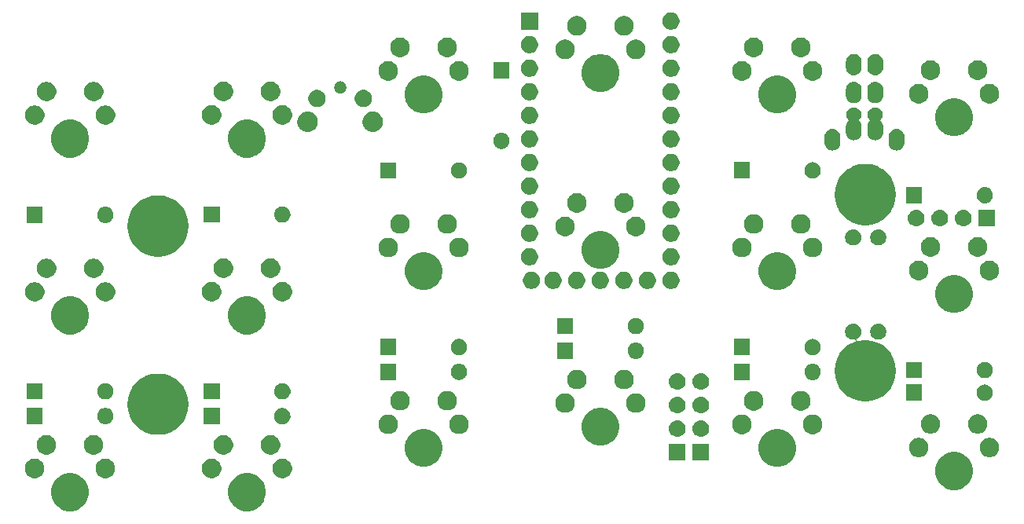
<source format=gbr>
G04 #@! TF.GenerationSoftware,KiCad,Pcbnew,(5.1.0)-1*
G04 #@! TF.CreationDate,2020-10-31T22:30:08+11:00*
G04 #@! TF.ProjectId,oddball,6f646462-616c-46c2-9e6b-696361645f70,rev?*
G04 #@! TF.SameCoordinates,Original*
G04 #@! TF.FileFunction,Soldermask,Top*
G04 #@! TF.FilePolarity,Negative*
%FSLAX46Y46*%
G04 Gerber Fmt 4.6, Leading zero omitted, Abs format (unit mm)*
G04 Created by KiCad (PCBNEW (5.1.0)-1) date 2020-10-31 22:30:08*
%MOMM*%
%LPD*%
G04 APERTURE LIST*
%ADD10C,0.100000*%
G04 APERTURE END LIST*
D10*
G36*
X100186474Y-107503684D02*
G01*
X100404474Y-107593983D01*
X100558623Y-107657833D01*
X100893548Y-107881623D01*
X101178377Y-108166452D01*
X101402167Y-108501377D01*
X101403066Y-108503548D01*
X101556316Y-108873526D01*
X101634900Y-109268594D01*
X101634900Y-109671406D01*
X101556316Y-110066474D01*
X101466017Y-110284474D01*
X101402167Y-110438623D01*
X101178377Y-110773548D01*
X100893548Y-111058377D01*
X100558623Y-111282167D01*
X100404474Y-111346017D01*
X100186474Y-111436316D01*
X99791406Y-111514900D01*
X99388594Y-111514900D01*
X98993526Y-111436316D01*
X98775526Y-111346017D01*
X98621377Y-111282167D01*
X98286452Y-111058377D01*
X98001623Y-110773548D01*
X97777833Y-110438623D01*
X97713983Y-110284474D01*
X97623684Y-110066474D01*
X97545100Y-109671406D01*
X97545100Y-109268594D01*
X97623684Y-108873526D01*
X97776934Y-108503548D01*
X97777833Y-108501377D01*
X98001623Y-108166452D01*
X98286452Y-107881623D01*
X98621377Y-107657833D01*
X98775526Y-107593983D01*
X98993526Y-107503684D01*
X99388594Y-107425100D01*
X99791406Y-107425100D01*
X100186474Y-107503684D01*
X100186474Y-107503684D01*
G37*
G36*
X81116474Y-107503684D02*
G01*
X81334474Y-107593983D01*
X81488623Y-107657833D01*
X81823548Y-107881623D01*
X82108377Y-108166452D01*
X82332167Y-108501377D01*
X82333066Y-108503548D01*
X82486316Y-108873526D01*
X82564900Y-109268594D01*
X82564900Y-109671406D01*
X82486316Y-110066474D01*
X82396017Y-110284474D01*
X82332167Y-110438623D01*
X82108377Y-110773548D01*
X81823548Y-111058377D01*
X81488623Y-111282167D01*
X81334474Y-111346017D01*
X81116474Y-111436316D01*
X80721406Y-111514900D01*
X80318594Y-111514900D01*
X79923526Y-111436316D01*
X79705526Y-111346017D01*
X79551377Y-111282167D01*
X79216452Y-111058377D01*
X78931623Y-110773548D01*
X78707833Y-110438623D01*
X78643983Y-110284474D01*
X78553684Y-110066474D01*
X78475100Y-109671406D01*
X78475100Y-109268594D01*
X78553684Y-108873526D01*
X78706934Y-108503548D01*
X78707833Y-108501377D01*
X78931623Y-108166452D01*
X79216452Y-107881623D01*
X79551377Y-107657833D01*
X79705526Y-107593983D01*
X79923526Y-107503684D01*
X80318594Y-107425100D01*
X80721406Y-107425100D01*
X81116474Y-107503684D01*
X81116474Y-107503684D01*
G37*
G36*
X176366474Y-105233684D02*
G01*
X176578200Y-105321384D01*
X176738623Y-105387833D01*
X177073548Y-105611623D01*
X177358377Y-105896452D01*
X177582167Y-106231377D01*
X177582167Y-106231378D01*
X177736316Y-106603526D01*
X177814900Y-106998594D01*
X177814900Y-107401406D01*
X177736316Y-107796474D01*
X177709429Y-107861384D01*
X177582167Y-108168623D01*
X177358377Y-108503548D01*
X177073548Y-108788377D01*
X176738623Y-109012167D01*
X176584474Y-109076017D01*
X176366474Y-109166316D01*
X175971406Y-109244900D01*
X175568594Y-109244900D01*
X175173526Y-109166316D01*
X174955526Y-109076017D01*
X174801377Y-109012167D01*
X174466452Y-108788377D01*
X174181623Y-108503548D01*
X173957833Y-108168623D01*
X173830571Y-107861384D01*
X173803684Y-107796474D01*
X173725100Y-107401406D01*
X173725100Y-106998594D01*
X173803684Y-106603526D01*
X173957833Y-106231378D01*
X173957833Y-106231377D01*
X174181623Y-105896452D01*
X174466452Y-105611623D01*
X174801377Y-105387833D01*
X174961800Y-105321384D01*
X175173526Y-105233684D01*
X175568594Y-105155100D01*
X175971406Y-105155100D01*
X176366474Y-105233684D01*
X176366474Y-105233684D01*
G37*
G36*
X103706564Y-105919389D02*
G01*
X103897833Y-105998615D01*
X103897835Y-105998616D01*
X103920182Y-106013548D01*
X104069973Y-106113635D01*
X104216365Y-106260027D01*
X104331385Y-106432167D01*
X104410611Y-106623436D01*
X104451000Y-106826484D01*
X104451000Y-107033516D01*
X104410611Y-107236564D01*
X104342332Y-107401405D01*
X104331384Y-107427835D01*
X104216365Y-107599973D01*
X104069973Y-107746365D01*
X103897835Y-107861384D01*
X103897834Y-107861385D01*
X103897833Y-107861385D01*
X103706564Y-107940611D01*
X103503516Y-107981000D01*
X103296484Y-107981000D01*
X103093436Y-107940611D01*
X102902167Y-107861385D01*
X102902166Y-107861385D01*
X102902165Y-107861384D01*
X102730027Y-107746365D01*
X102583635Y-107599973D01*
X102468616Y-107427835D01*
X102457668Y-107401405D01*
X102389389Y-107236564D01*
X102349000Y-107033516D01*
X102349000Y-106826484D01*
X102389389Y-106623436D01*
X102468615Y-106432167D01*
X102583635Y-106260027D01*
X102730027Y-106113635D01*
X102879818Y-106013548D01*
X102902165Y-105998616D01*
X102902167Y-105998615D01*
X103093436Y-105919389D01*
X103296484Y-105879000D01*
X103503516Y-105879000D01*
X103706564Y-105919389D01*
X103706564Y-105919389D01*
G37*
G36*
X96086564Y-105919389D02*
G01*
X96277833Y-105998615D01*
X96277835Y-105998616D01*
X96300182Y-106013548D01*
X96449973Y-106113635D01*
X96596365Y-106260027D01*
X96711385Y-106432167D01*
X96790611Y-106623436D01*
X96831000Y-106826484D01*
X96831000Y-107033516D01*
X96790611Y-107236564D01*
X96722332Y-107401405D01*
X96711384Y-107427835D01*
X96596365Y-107599973D01*
X96449973Y-107746365D01*
X96277835Y-107861384D01*
X96277834Y-107861385D01*
X96277833Y-107861385D01*
X96086564Y-107940611D01*
X95883516Y-107981000D01*
X95676484Y-107981000D01*
X95473436Y-107940611D01*
X95282167Y-107861385D01*
X95282166Y-107861385D01*
X95282165Y-107861384D01*
X95110027Y-107746365D01*
X94963635Y-107599973D01*
X94848616Y-107427835D01*
X94837668Y-107401405D01*
X94769389Y-107236564D01*
X94729000Y-107033516D01*
X94729000Y-106826484D01*
X94769389Y-106623436D01*
X94848615Y-106432167D01*
X94963635Y-106260027D01*
X95110027Y-106113635D01*
X95259818Y-106013548D01*
X95282165Y-105998616D01*
X95282167Y-105998615D01*
X95473436Y-105919389D01*
X95676484Y-105879000D01*
X95883516Y-105879000D01*
X96086564Y-105919389D01*
X96086564Y-105919389D01*
G37*
G36*
X77016564Y-105919389D02*
G01*
X77207833Y-105998615D01*
X77207835Y-105998616D01*
X77230182Y-106013548D01*
X77379973Y-106113635D01*
X77526365Y-106260027D01*
X77641385Y-106432167D01*
X77720611Y-106623436D01*
X77761000Y-106826484D01*
X77761000Y-107033516D01*
X77720611Y-107236564D01*
X77652332Y-107401405D01*
X77641384Y-107427835D01*
X77526365Y-107599973D01*
X77379973Y-107746365D01*
X77207835Y-107861384D01*
X77207834Y-107861385D01*
X77207833Y-107861385D01*
X77016564Y-107940611D01*
X76813516Y-107981000D01*
X76606484Y-107981000D01*
X76403436Y-107940611D01*
X76212167Y-107861385D01*
X76212166Y-107861385D01*
X76212165Y-107861384D01*
X76040027Y-107746365D01*
X75893635Y-107599973D01*
X75778616Y-107427835D01*
X75767668Y-107401405D01*
X75699389Y-107236564D01*
X75659000Y-107033516D01*
X75659000Y-106826484D01*
X75699389Y-106623436D01*
X75778615Y-106432167D01*
X75893635Y-106260027D01*
X76040027Y-106113635D01*
X76189818Y-106013548D01*
X76212165Y-105998616D01*
X76212167Y-105998615D01*
X76403436Y-105919389D01*
X76606484Y-105879000D01*
X76813516Y-105879000D01*
X77016564Y-105919389D01*
X77016564Y-105919389D01*
G37*
G36*
X84636564Y-105919389D02*
G01*
X84827833Y-105998615D01*
X84827835Y-105998616D01*
X84850182Y-106013548D01*
X84999973Y-106113635D01*
X85146365Y-106260027D01*
X85261385Y-106432167D01*
X85340611Y-106623436D01*
X85381000Y-106826484D01*
X85381000Y-107033516D01*
X85340611Y-107236564D01*
X85272332Y-107401405D01*
X85261384Y-107427835D01*
X85146365Y-107599973D01*
X84999973Y-107746365D01*
X84827835Y-107861384D01*
X84827834Y-107861385D01*
X84827833Y-107861385D01*
X84636564Y-107940611D01*
X84433516Y-107981000D01*
X84226484Y-107981000D01*
X84023436Y-107940611D01*
X83832167Y-107861385D01*
X83832166Y-107861385D01*
X83832165Y-107861384D01*
X83660027Y-107746365D01*
X83513635Y-107599973D01*
X83398616Y-107427835D01*
X83387668Y-107401405D01*
X83319389Y-107236564D01*
X83279000Y-107033516D01*
X83279000Y-106826484D01*
X83319389Y-106623436D01*
X83398615Y-106432167D01*
X83513635Y-106260027D01*
X83660027Y-106113635D01*
X83809818Y-106013548D01*
X83832165Y-105998616D01*
X83832167Y-105998615D01*
X84023436Y-105919389D01*
X84226484Y-105879000D01*
X84433516Y-105879000D01*
X84636564Y-105919389D01*
X84636564Y-105919389D01*
G37*
G36*
X157316474Y-102743684D02*
G01*
X157524794Y-102829973D01*
X157688623Y-102897833D01*
X158023548Y-103121623D01*
X158308377Y-103406452D01*
X158532167Y-103741377D01*
X158532167Y-103741378D01*
X158686316Y-104113526D01*
X158764900Y-104508594D01*
X158764900Y-104911406D01*
X158686316Y-105306474D01*
X158647323Y-105400611D01*
X158532167Y-105678623D01*
X158308377Y-106013548D01*
X158023548Y-106298377D01*
X157688623Y-106522167D01*
X157534474Y-106586017D01*
X157316474Y-106676316D01*
X156921406Y-106754900D01*
X156518594Y-106754900D01*
X156123526Y-106676316D01*
X155905526Y-106586017D01*
X155751377Y-106522167D01*
X155416452Y-106298377D01*
X155131623Y-106013548D01*
X154907833Y-105678623D01*
X154792677Y-105400611D01*
X154753684Y-105306474D01*
X154675100Y-104911406D01*
X154675100Y-104508594D01*
X154753684Y-104113526D01*
X154907833Y-103741378D01*
X154907833Y-103741377D01*
X155131623Y-103406452D01*
X155416452Y-103121623D01*
X155751377Y-102897833D01*
X155915206Y-102829973D01*
X156123526Y-102743684D01*
X156518594Y-102665100D01*
X156921406Y-102665100D01*
X157316474Y-102743684D01*
X157316474Y-102743684D01*
G37*
G36*
X119216474Y-102733684D02*
G01*
X119434474Y-102823983D01*
X119588623Y-102887833D01*
X119923548Y-103111623D01*
X120208377Y-103396452D01*
X120432167Y-103731377D01*
X120496017Y-103885526D01*
X120586316Y-104103526D01*
X120664900Y-104498594D01*
X120664900Y-104901406D01*
X120586316Y-105296474D01*
X120496017Y-105514474D01*
X120432167Y-105668623D01*
X120208377Y-106003548D01*
X119923548Y-106288377D01*
X119588623Y-106512167D01*
X119434474Y-106576017D01*
X119216474Y-106666316D01*
X118821406Y-106744900D01*
X118418594Y-106744900D01*
X118023526Y-106666316D01*
X117805526Y-106576017D01*
X117651377Y-106512167D01*
X117316452Y-106288377D01*
X117031623Y-106003548D01*
X116807833Y-105668623D01*
X116743983Y-105514474D01*
X116653684Y-105296474D01*
X116575100Y-104901406D01*
X116575100Y-104498594D01*
X116653684Y-104103526D01*
X116743983Y-103885526D01*
X116807833Y-103731377D01*
X117031623Y-103396452D01*
X117316452Y-103111623D01*
X117651377Y-102887833D01*
X117805526Y-102823983D01*
X118023526Y-102733684D01*
X118418594Y-102655100D01*
X118821406Y-102655100D01*
X119216474Y-102733684D01*
X119216474Y-102733684D01*
G37*
G36*
X146841000Y-106071000D02*
G01*
X145039000Y-106071000D01*
X145039000Y-104269000D01*
X146841000Y-104269000D01*
X146841000Y-106071000D01*
X146841000Y-106071000D01*
G37*
G36*
X149381000Y-106071000D02*
G01*
X147579000Y-106071000D01*
X147579000Y-104269000D01*
X149381000Y-104269000D01*
X149381000Y-106071000D01*
X149381000Y-106071000D01*
G37*
G36*
X172266564Y-103649389D02*
G01*
X172445600Y-103723548D01*
X172457835Y-103728616D01*
X172629973Y-103843635D01*
X172776365Y-103990027D01*
X172852203Y-104103526D01*
X172891385Y-104162167D01*
X172970611Y-104353436D01*
X173011000Y-104556484D01*
X173011000Y-104763516D01*
X172970611Y-104966564D01*
X172892517Y-105155100D01*
X172891384Y-105157835D01*
X172776365Y-105329973D01*
X172629973Y-105476365D01*
X172457835Y-105591384D01*
X172457834Y-105591385D01*
X172457833Y-105591385D01*
X172266564Y-105670611D01*
X172063516Y-105711000D01*
X171856484Y-105711000D01*
X171653436Y-105670611D01*
X171462167Y-105591385D01*
X171462166Y-105591385D01*
X171462165Y-105591384D01*
X171290027Y-105476365D01*
X171143635Y-105329973D01*
X171028616Y-105157835D01*
X171027483Y-105155100D01*
X170949389Y-104966564D01*
X170909000Y-104763516D01*
X170909000Y-104556484D01*
X170949389Y-104353436D01*
X171028615Y-104162167D01*
X171067798Y-104103526D01*
X171143635Y-103990027D01*
X171290027Y-103843635D01*
X171462165Y-103728616D01*
X171474400Y-103723548D01*
X171653436Y-103649389D01*
X171856484Y-103609000D01*
X172063516Y-103609000D01*
X172266564Y-103649389D01*
X172266564Y-103649389D01*
G37*
G36*
X179886564Y-103649389D02*
G01*
X180065600Y-103723548D01*
X180077835Y-103728616D01*
X180249973Y-103843635D01*
X180396365Y-103990027D01*
X180472203Y-104103526D01*
X180511385Y-104162167D01*
X180590611Y-104353436D01*
X180631000Y-104556484D01*
X180631000Y-104763516D01*
X180590611Y-104966564D01*
X180512517Y-105155100D01*
X180511384Y-105157835D01*
X180396365Y-105329973D01*
X180249973Y-105476365D01*
X180077835Y-105591384D01*
X180077834Y-105591385D01*
X180077833Y-105591385D01*
X179886564Y-105670611D01*
X179683516Y-105711000D01*
X179476484Y-105711000D01*
X179273436Y-105670611D01*
X179082167Y-105591385D01*
X179082166Y-105591385D01*
X179082165Y-105591384D01*
X178910027Y-105476365D01*
X178763635Y-105329973D01*
X178648616Y-105157835D01*
X178647483Y-105155100D01*
X178569389Y-104966564D01*
X178529000Y-104763516D01*
X178529000Y-104556484D01*
X178569389Y-104353436D01*
X178648615Y-104162167D01*
X178687798Y-104103526D01*
X178763635Y-103990027D01*
X178910027Y-103843635D01*
X179082165Y-103728616D01*
X179094400Y-103723548D01*
X179273436Y-103649389D01*
X179476484Y-103609000D01*
X179683516Y-103609000D01*
X179886564Y-103649389D01*
X179886564Y-103649389D01*
G37*
G36*
X97356564Y-103379389D02*
G01*
X97547833Y-103458615D01*
X97547835Y-103458616D01*
X97719973Y-103573635D01*
X97866365Y-103720027D01*
X97873950Y-103731378D01*
X97981385Y-103892167D01*
X98060611Y-104083436D01*
X98101000Y-104286484D01*
X98101000Y-104493516D01*
X98060611Y-104696564D01*
X97981385Y-104887833D01*
X97981384Y-104887835D01*
X97866365Y-105059973D01*
X97719973Y-105206365D01*
X97547835Y-105321384D01*
X97547834Y-105321385D01*
X97547833Y-105321385D01*
X97356564Y-105400611D01*
X97153516Y-105441000D01*
X96946484Y-105441000D01*
X96743436Y-105400611D01*
X96552167Y-105321385D01*
X96552166Y-105321385D01*
X96552165Y-105321384D01*
X96380027Y-105206365D01*
X96233635Y-105059973D01*
X96118616Y-104887835D01*
X96118615Y-104887833D01*
X96039389Y-104696564D01*
X95999000Y-104493516D01*
X95999000Y-104286484D01*
X96039389Y-104083436D01*
X96118615Y-103892167D01*
X96226051Y-103731378D01*
X96233635Y-103720027D01*
X96380027Y-103573635D01*
X96552165Y-103458616D01*
X96552167Y-103458615D01*
X96743436Y-103379389D01*
X96946484Y-103339000D01*
X97153516Y-103339000D01*
X97356564Y-103379389D01*
X97356564Y-103379389D01*
G37*
G36*
X83366564Y-103379389D02*
G01*
X83557833Y-103458615D01*
X83557835Y-103458616D01*
X83729973Y-103573635D01*
X83876365Y-103720027D01*
X83883950Y-103731378D01*
X83991385Y-103892167D01*
X84070611Y-104083436D01*
X84111000Y-104286484D01*
X84111000Y-104493516D01*
X84070611Y-104696564D01*
X83991385Y-104887833D01*
X83991384Y-104887835D01*
X83876365Y-105059973D01*
X83729973Y-105206365D01*
X83557835Y-105321384D01*
X83557834Y-105321385D01*
X83557833Y-105321385D01*
X83366564Y-105400611D01*
X83163516Y-105441000D01*
X82956484Y-105441000D01*
X82753436Y-105400611D01*
X82562167Y-105321385D01*
X82562166Y-105321385D01*
X82562165Y-105321384D01*
X82390027Y-105206365D01*
X82243635Y-105059973D01*
X82128616Y-104887835D01*
X82128615Y-104887833D01*
X82049389Y-104696564D01*
X82009000Y-104493516D01*
X82009000Y-104286484D01*
X82049389Y-104083436D01*
X82128615Y-103892167D01*
X82236051Y-103731378D01*
X82243635Y-103720027D01*
X82390027Y-103573635D01*
X82562165Y-103458616D01*
X82562167Y-103458615D01*
X82753436Y-103379389D01*
X82956484Y-103339000D01*
X83163516Y-103339000D01*
X83366564Y-103379389D01*
X83366564Y-103379389D01*
G37*
G36*
X102436564Y-103379389D02*
G01*
X102627833Y-103458615D01*
X102627835Y-103458616D01*
X102799973Y-103573635D01*
X102946365Y-103720027D01*
X102953950Y-103731378D01*
X103061385Y-103892167D01*
X103140611Y-104083436D01*
X103181000Y-104286484D01*
X103181000Y-104493516D01*
X103140611Y-104696564D01*
X103061385Y-104887833D01*
X103061384Y-104887835D01*
X102946365Y-105059973D01*
X102799973Y-105206365D01*
X102627835Y-105321384D01*
X102627834Y-105321385D01*
X102627833Y-105321385D01*
X102436564Y-105400611D01*
X102233516Y-105441000D01*
X102026484Y-105441000D01*
X101823436Y-105400611D01*
X101632167Y-105321385D01*
X101632166Y-105321385D01*
X101632165Y-105321384D01*
X101460027Y-105206365D01*
X101313635Y-105059973D01*
X101198616Y-104887835D01*
X101198615Y-104887833D01*
X101119389Y-104696564D01*
X101079000Y-104493516D01*
X101079000Y-104286484D01*
X101119389Y-104083436D01*
X101198615Y-103892167D01*
X101306051Y-103731378D01*
X101313635Y-103720027D01*
X101460027Y-103573635D01*
X101632165Y-103458616D01*
X101632167Y-103458615D01*
X101823436Y-103379389D01*
X102026484Y-103339000D01*
X102233516Y-103339000D01*
X102436564Y-103379389D01*
X102436564Y-103379389D01*
G37*
G36*
X78286564Y-103379389D02*
G01*
X78477833Y-103458615D01*
X78477835Y-103458616D01*
X78649973Y-103573635D01*
X78796365Y-103720027D01*
X78803950Y-103731378D01*
X78911385Y-103892167D01*
X78990611Y-104083436D01*
X79031000Y-104286484D01*
X79031000Y-104493516D01*
X78990611Y-104696564D01*
X78911385Y-104887833D01*
X78911384Y-104887835D01*
X78796365Y-105059973D01*
X78649973Y-105206365D01*
X78477835Y-105321384D01*
X78477834Y-105321385D01*
X78477833Y-105321385D01*
X78286564Y-105400611D01*
X78083516Y-105441000D01*
X77876484Y-105441000D01*
X77673436Y-105400611D01*
X77482167Y-105321385D01*
X77482166Y-105321385D01*
X77482165Y-105321384D01*
X77310027Y-105206365D01*
X77163635Y-105059973D01*
X77048616Y-104887835D01*
X77048615Y-104887833D01*
X76969389Y-104696564D01*
X76929000Y-104493516D01*
X76929000Y-104286484D01*
X76969389Y-104083436D01*
X77048615Y-103892167D01*
X77156051Y-103731378D01*
X77163635Y-103720027D01*
X77310027Y-103573635D01*
X77482165Y-103458616D01*
X77482167Y-103458615D01*
X77673436Y-103379389D01*
X77876484Y-103339000D01*
X78083516Y-103339000D01*
X78286564Y-103379389D01*
X78286564Y-103379389D01*
G37*
G36*
X138266474Y-100453684D02*
G01*
X138386151Y-100503256D01*
X138638623Y-100607833D01*
X138973548Y-100831623D01*
X139258377Y-101116452D01*
X139482167Y-101451377D01*
X139482167Y-101451378D01*
X139636316Y-101823526D01*
X139714900Y-102218594D01*
X139714900Y-102621406D01*
X139636316Y-103016474D01*
X139551598Y-103221000D01*
X139482167Y-103388623D01*
X139258377Y-103723548D01*
X138973548Y-104008377D01*
X138638623Y-104232167D01*
X138507485Y-104286486D01*
X138266474Y-104386316D01*
X137871406Y-104464900D01*
X137468594Y-104464900D01*
X137073526Y-104386316D01*
X136832515Y-104286486D01*
X136701377Y-104232167D01*
X136366452Y-104008377D01*
X136081623Y-103723548D01*
X135857833Y-103388623D01*
X135788402Y-103221000D01*
X135703684Y-103016474D01*
X135625100Y-102621406D01*
X135625100Y-102218594D01*
X135703684Y-101823526D01*
X135857833Y-101451378D01*
X135857833Y-101451377D01*
X136081623Y-101116452D01*
X136366452Y-100831623D01*
X136701377Y-100607833D01*
X136953849Y-100503256D01*
X137073526Y-100453684D01*
X137468594Y-100375100D01*
X137871406Y-100375100D01*
X138266474Y-100453684D01*
X138266474Y-100453684D01*
G37*
G36*
X146050442Y-101735518D02*
G01*
X146116627Y-101742037D01*
X146286466Y-101793557D01*
X146442991Y-101877222D01*
X146478729Y-101906552D01*
X146580186Y-101989814D01*
X146643108Y-102066486D01*
X146692778Y-102127009D01*
X146776443Y-102283534D01*
X146827963Y-102453373D01*
X146845359Y-102630000D01*
X146827963Y-102806627D01*
X146776443Y-102976466D01*
X146692778Y-103132991D01*
X146663448Y-103168729D01*
X146580186Y-103270186D01*
X146478729Y-103353448D01*
X146442991Y-103382778D01*
X146286466Y-103466443D01*
X146116627Y-103517963D01*
X146050443Y-103524481D01*
X145984260Y-103531000D01*
X145895740Y-103531000D01*
X145829557Y-103524481D01*
X145763373Y-103517963D01*
X145593534Y-103466443D01*
X145437009Y-103382778D01*
X145401271Y-103353448D01*
X145299814Y-103270186D01*
X145216552Y-103168729D01*
X145187222Y-103132991D01*
X145103557Y-102976466D01*
X145052037Y-102806627D01*
X145034641Y-102630000D01*
X145052037Y-102453373D01*
X145103557Y-102283534D01*
X145187222Y-102127009D01*
X145236892Y-102066486D01*
X145299814Y-101989814D01*
X145401271Y-101906552D01*
X145437009Y-101877222D01*
X145593534Y-101793557D01*
X145763373Y-101742037D01*
X145829557Y-101735519D01*
X145895740Y-101729000D01*
X145984260Y-101729000D01*
X146050442Y-101735518D01*
X146050442Y-101735518D01*
G37*
G36*
X148590442Y-101735518D02*
G01*
X148656627Y-101742037D01*
X148826466Y-101793557D01*
X148982991Y-101877222D01*
X149018729Y-101906552D01*
X149120186Y-101989814D01*
X149183108Y-102066486D01*
X149232778Y-102127009D01*
X149316443Y-102283534D01*
X149367963Y-102453373D01*
X149385359Y-102630000D01*
X149367963Y-102806627D01*
X149316443Y-102976466D01*
X149232778Y-103132991D01*
X149203448Y-103168729D01*
X149120186Y-103270186D01*
X149018729Y-103353448D01*
X148982991Y-103382778D01*
X148826466Y-103466443D01*
X148656627Y-103517963D01*
X148590443Y-103524481D01*
X148524260Y-103531000D01*
X148435740Y-103531000D01*
X148369557Y-103524481D01*
X148303373Y-103517963D01*
X148133534Y-103466443D01*
X147977009Y-103382778D01*
X147941271Y-103353448D01*
X147839814Y-103270186D01*
X147756552Y-103168729D01*
X147727222Y-103132991D01*
X147643557Y-102976466D01*
X147592037Y-102806627D01*
X147574641Y-102630000D01*
X147592037Y-102453373D01*
X147643557Y-102283534D01*
X147727222Y-102127009D01*
X147776892Y-102066486D01*
X147839814Y-101989814D01*
X147941271Y-101906552D01*
X147977009Y-101877222D01*
X148133534Y-101793557D01*
X148303373Y-101742037D01*
X148369557Y-101735519D01*
X148435740Y-101729000D01*
X148524260Y-101729000D01*
X148590442Y-101735518D01*
X148590442Y-101735518D01*
G37*
G36*
X90647109Y-96746763D02*
G01*
X91269350Y-96935517D01*
X91651657Y-97139865D01*
X91842810Y-97242038D01*
X92345453Y-97654547D01*
X92757962Y-98157190D01*
X92803727Y-98242811D01*
X93064483Y-98730650D01*
X93253237Y-99352891D01*
X93316972Y-100000000D01*
X93253237Y-100647109D01*
X93064483Y-101269350D01*
X92946528Y-101490027D01*
X92757962Y-101842810D01*
X92345453Y-102345453D01*
X91842810Y-102757962D01*
X91689378Y-102839973D01*
X91269350Y-103064483D01*
X90647109Y-103253237D01*
X90162166Y-103301000D01*
X89837834Y-103301000D01*
X89352891Y-103253237D01*
X88730650Y-103064483D01*
X88310622Y-102839973D01*
X88157190Y-102757962D01*
X87654547Y-102345453D01*
X87242038Y-101842810D01*
X87053472Y-101490027D01*
X86935517Y-101269350D01*
X86746763Y-100647109D01*
X86683028Y-100000000D01*
X86746763Y-99352891D01*
X86935517Y-98730650D01*
X87196273Y-98242811D01*
X87242038Y-98157190D01*
X87654547Y-97654547D01*
X88157190Y-97242038D01*
X88348343Y-97139865D01*
X88730650Y-96935517D01*
X89352891Y-96746763D01*
X89837834Y-96699000D01*
X90162166Y-96699000D01*
X90647109Y-96746763D01*
X90647109Y-96746763D01*
G37*
G36*
X160836564Y-101159389D02*
G01*
X161003693Y-101228616D01*
X161027835Y-101238616D01*
X161199973Y-101353635D01*
X161346365Y-101500027D01*
X161454704Y-101662167D01*
X161461385Y-101672167D01*
X161540611Y-101863436D01*
X161581000Y-102066484D01*
X161581000Y-102273516D01*
X161540611Y-102476564D01*
X161477056Y-102630000D01*
X161461384Y-102667835D01*
X161346365Y-102839973D01*
X161199973Y-102986365D01*
X161027835Y-103101384D01*
X161027834Y-103101385D01*
X161027833Y-103101385D01*
X160836564Y-103180611D01*
X160633516Y-103221000D01*
X160426484Y-103221000D01*
X160223436Y-103180611D01*
X160032167Y-103101385D01*
X160032166Y-103101385D01*
X160032165Y-103101384D01*
X159860027Y-102986365D01*
X159713635Y-102839973D01*
X159598616Y-102667835D01*
X159582944Y-102630000D01*
X159519389Y-102476564D01*
X159479000Y-102273516D01*
X159479000Y-102066484D01*
X159519389Y-101863436D01*
X159598615Y-101672167D01*
X159605297Y-101662167D01*
X159713635Y-101500027D01*
X159860027Y-101353635D01*
X160032165Y-101238616D01*
X160056307Y-101228616D01*
X160223436Y-101159389D01*
X160426484Y-101119000D01*
X160633516Y-101119000D01*
X160836564Y-101159389D01*
X160836564Y-101159389D01*
G37*
G36*
X153216564Y-101159389D02*
G01*
X153383693Y-101228616D01*
X153407835Y-101238616D01*
X153579973Y-101353635D01*
X153726365Y-101500027D01*
X153834704Y-101662167D01*
X153841385Y-101672167D01*
X153920611Y-101863436D01*
X153961000Y-102066484D01*
X153961000Y-102273516D01*
X153920611Y-102476564D01*
X153857056Y-102630000D01*
X153841384Y-102667835D01*
X153726365Y-102839973D01*
X153579973Y-102986365D01*
X153407835Y-103101384D01*
X153407834Y-103101385D01*
X153407833Y-103101385D01*
X153216564Y-103180611D01*
X153013516Y-103221000D01*
X152806484Y-103221000D01*
X152603436Y-103180611D01*
X152412167Y-103101385D01*
X152412166Y-103101385D01*
X152412165Y-103101384D01*
X152240027Y-102986365D01*
X152093635Y-102839973D01*
X151978616Y-102667835D01*
X151962944Y-102630000D01*
X151899389Y-102476564D01*
X151859000Y-102273516D01*
X151859000Y-102066484D01*
X151899389Y-101863436D01*
X151978615Y-101672167D01*
X151985297Y-101662167D01*
X152093635Y-101500027D01*
X152240027Y-101353635D01*
X152412165Y-101238616D01*
X152436307Y-101228616D01*
X152603436Y-101159389D01*
X152806484Y-101119000D01*
X153013516Y-101119000D01*
X153216564Y-101159389D01*
X153216564Y-101159389D01*
G37*
G36*
X122736564Y-101149389D02*
G01*
X122927833Y-101228615D01*
X122927835Y-101228616D01*
X123099973Y-101343635D01*
X123246365Y-101490027D01*
X123270178Y-101525665D01*
X123361385Y-101662167D01*
X123440611Y-101853436D01*
X123481000Y-102056484D01*
X123481000Y-102263516D01*
X123440611Y-102466564D01*
X123372914Y-102630000D01*
X123361384Y-102657835D01*
X123246365Y-102829973D01*
X123099973Y-102976365D01*
X122927835Y-103091384D01*
X122927834Y-103091385D01*
X122927833Y-103091385D01*
X122736564Y-103170611D01*
X122533516Y-103211000D01*
X122326484Y-103211000D01*
X122123436Y-103170611D01*
X121932167Y-103091385D01*
X121932166Y-103091385D01*
X121932165Y-103091384D01*
X121760027Y-102976365D01*
X121613635Y-102829973D01*
X121498616Y-102657835D01*
X121487086Y-102630000D01*
X121419389Y-102466564D01*
X121379000Y-102263516D01*
X121379000Y-102056484D01*
X121419389Y-101853436D01*
X121498615Y-101662167D01*
X121589823Y-101525665D01*
X121613635Y-101490027D01*
X121760027Y-101343635D01*
X121932165Y-101228616D01*
X121932167Y-101228615D01*
X122123436Y-101149389D01*
X122326484Y-101109000D01*
X122533516Y-101109000D01*
X122736564Y-101149389D01*
X122736564Y-101149389D01*
G37*
G36*
X115116564Y-101149389D02*
G01*
X115307833Y-101228615D01*
X115307835Y-101228616D01*
X115479973Y-101343635D01*
X115626365Y-101490027D01*
X115650178Y-101525665D01*
X115741385Y-101662167D01*
X115820611Y-101853436D01*
X115861000Y-102056484D01*
X115861000Y-102263516D01*
X115820611Y-102466564D01*
X115752914Y-102630000D01*
X115741384Y-102657835D01*
X115626365Y-102829973D01*
X115479973Y-102976365D01*
X115307835Y-103091384D01*
X115307834Y-103091385D01*
X115307833Y-103091385D01*
X115116564Y-103170611D01*
X114913516Y-103211000D01*
X114706484Y-103211000D01*
X114503436Y-103170611D01*
X114312167Y-103091385D01*
X114312166Y-103091385D01*
X114312165Y-103091384D01*
X114140027Y-102976365D01*
X113993635Y-102829973D01*
X113878616Y-102657835D01*
X113867086Y-102630000D01*
X113799389Y-102466564D01*
X113759000Y-102263516D01*
X113759000Y-102056484D01*
X113799389Y-101853436D01*
X113878615Y-101662167D01*
X113969823Y-101525665D01*
X113993635Y-101490027D01*
X114140027Y-101343635D01*
X114312165Y-101228616D01*
X114312167Y-101228615D01*
X114503436Y-101149389D01*
X114706484Y-101109000D01*
X114913516Y-101109000D01*
X115116564Y-101149389D01*
X115116564Y-101149389D01*
G37*
G36*
X173536564Y-101109389D02*
G01*
X173727833Y-101188615D01*
X173727835Y-101188616D01*
X173899973Y-101303635D01*
X174046365Y-101450027D01*
X174103587Y-101535665D01*
X174161385Y-101622167D01*
X174240611Y-101813436D01*
X174281000Y-102016484D01*
X174281000Y-102223516D01*
X174240611Y-102426564D01*
X174161385Y-102617833D01*
X174161384Y-102617835D01*
X174046365Y-102789973D01*
X173899973Y-102936365D01*
X173727835Y-103051384D01*
X173727834Y-103051385D01*
X173727833Y-103051385D01*
X173536564Y-103130611D01*
X173333516Y-103171000D01*
X173126484Y-103171000D01*
X172923436Y-103130611D01*
X172732167Y-103051385D01*
X172732166Y-103051385D01*
X172732165Y-103051384D01*
X172560027Y-102936365D01*
X172413635Y-102789973D01*
X172298616Y-102617835D01*
X172298615Y-102617833D01*
X172219389Y-102426564D01*
X172179000Y-102223516D01*
X172179000Y-102016484D01*
X172219389Y-101813436D01*
X172298615Y-101622167D01*
X172356414Y-101535665D01*
X172413635Y-101450027D01*
X172560027Y-101303635D01*
X172732165Y-101188616D01*
X172732167Y-101188615D01*
X172923436Y-101109389D01*
X173126484Y-101069000D01*
X173333516Y-101069000D01*
X173536564Y-101109389D01*
X173536564Y-101109389D01*
G37*
G36*
X178616564Y-101109389D02*
G01*
X178807833Y-101188615D01*
X178807835Y-101188616D01*
X178979973Y-101303635D01*
X179126365Y-101450027D01*
X179183587Y-101535665D01*
X179241385Y-101622167D01*
X179320611Y-101813436D01*
X179361000Y-102016484D01*
X179361000Y-102223516D01*
X179320611Y-102426564D01*
X179241385Y-102617833D01*
X179241384Y-102617835D01*
X179126365Y-102789973D01*
X178979973Y-102936365D01*
X178807835Y-103051384D01*
X178807834Y-103051385D01*
X178807833Y-103051385D01*
X178616564Y-103130611D01*
X178413516Y-103171000D01*
X178206484Y-103171000D01*
X178003436Y-103130611D01*
X177812167Y-103051385D01*
X177812166Y-103051385D01*
X177812165Y-103051384D01*
X177640027Y-102936365D01*
X177493635Y-102789973D01*
X177378616Y-102617835D01*
X177378615Y-102617833D01*
X177299389Y-102426564D01*
X177259000Y-102223516D01*
X177259000Y-102016484D01*
X177299389Y-101813436D01*
X177378615Y-101622167D01*
X177436414Y-101535665D01*
X177493635Y-101450027D01*
X177640027Y-101303635D01*
X177812165Y-101188616D01*
X177812167Y-101188615D01*
X178003436Y-101109389D01*
X178206484Y-101069000D01*
X178413516Y-101069000D01*
X178616564Y-101109389D01*
X178616564Y-101109389D01*
G37*
G36*
X103570997Y-100420341D02*
G01*
X103655666Y-100437183D01*
X103721738Y-100464551D01*
X103815177Y-100503255D01*
X103958736Y-100599178D01*
X104080822Y-100721264D01*
X104176745Y-100864823D01*
X104202268Y-100926442D01*
X104242817Y-101024334D01*
X104259658Y-101109000D01*
X104276500Y-101193671D01*
X104276500Y-101366329D01*
X104242817Y-101535665D01*
X104176745Y-101695177D01*
X104080822Y-101838736D01*
X103958736Y-101960822D01*
X103815177Y-102056745D01*
X103721738Y-102095449D01*
X103655666Y-102122817D01*
X103570997Y-102139659D01*
X103486329Y-102156500D01*
X103313671Y-102156500D01*
X103229003Y-102139659D01*
X103144334Y-102122817D01*
X103078262Y-102095449D01*
X102984823Y-102056745D01*
X102841264Y-101960822D01*
X102719178Y-101838736D01*
X102623255Y-101695177D01*
X102557183Y-101535665D01*
X102523500Y-101366329D01*
X102523500Y-101193671D01*
X102540342Y-101109000D01*
X102557183Y-101024334D01*
X102597732Y-100926442D01*
X102623255Y-100864823D01*
X102719178Y-100721264D01*
X102841264Y-100599178D01*
X102984823Y-100503255D01*
X103078262Y-100464551D01*
X103144334Y-100437183D01*
X103229003Y-100420342D01*
X103313671Y-100403500D01*
X103486329Y-100403500D01*
X103570997Y-100420341D01*
X103570997Y-100420341D01*
G37*
G36*
X96656500Y-102156500D02*
G01*
X94903500Y-102156500D01*
X94903500Y-100403500D01*
X96656500Y-100403500D01*
X96656500Y-102156500D01*
X96656500Y-102156500D01*
G37*
G36*
X84466602Y-100403500D02*
G01*
X84585666Y-100427183D01*
X84649644Y-100453684D01*
X84745177Y-100493255D01*
X84888736Y-100589178D01*
X85010822Y-100711264D01*
X85106745Y-100854823D01*
X85145449Y-100948262D01*
X85163152Y-100991000D01*
X85172817Y-101014335D01*
X85193130Y-101116453D01*
X85206500Y-101183672D01*
X85206500Y-101356328D01*
X85172817Y-101525666D01*
X85145449Y-101591738D01*
X85106745Y-101685177D01*
X85010822Y-101828736D01*
X84888736Y-101950822D01*
X84745177Y-102046745D01*
X84651738Y-102085449D01*
X84585666Y-102112817D01*
X84535392Y-102122817D01*
X84416329Y-102146500D01*
X84243671Y-102146500D01*
X84124608Y-102122817D01*
X84074334Y-102112817D01*
X84008262Y-102085449D01*
X83914823Y-102046745D01*
X83771264Y-101950822D01*
X83649178Y-101828736D01*
X83553255Y-101685177D01*
X83514551Y-101591738D01*
X83487183Y-101525666D01*
X83453500Y-101356328D01*
X83453500Y-101183672D01*
X83466871Y-101116453D01*
X83487183Y-101014335D01*
X83496849Y-100991000D01*
X83514551Y-100948262D01*
X83553255Y-100854823D01*
X83649178Y-100711264D01*
X83771264Y-100589178D01*
X83914823Y-100493255D01*
X84010356Y-100453684D01*
X84074334Y-100427183D01*
X84193398Y-100403500D01*
X84243671Y-100393500D01*
X84416329Y-100393500D01*
X84466602Y-100403500D01*
X84466602Y-100403500D01*
G37*
G36*
X77586500Y-102146500D02*
G01*
X75833500Y-102146500D01*
X75833500Y-100393500D01*
X77586500Y-100393500D01*
X77586500Y-102146500D01*
X77586500Y-102146500D01*
G37*
G36*
X146050443Y-99195519D02*
G01*
X146116627Y-99202037D01*
X146286466Y-99253557D01*
X146442991Y-99337222D01*
X146462086Y-99352893D01*
X146580186Y-99449814D01*
X146663448Y-99551271D01*
X146692778Y-99587009D01*
X146776443Y-99743534D01*
X146827963Y-99913373D01*
X146845359Y-100090000D01*
X146827963Y-100266627D01*
X146776443Y-100436466D01*
X146692778Y-100592991D01*
X146687700Y-100599178D01*
X146580186Y-100730186D01*
X146481244Y-100811384D01*
X146442991Y-100842778D01*
X146286466Y-100926443D01*
X146116627Y-100977963D01*
X146050442Y-100984482D01*
X145984260Y-100991000D01*
X145895740Y-100991000D01*
X145829557Y-100984481D01*
X145763373Y-100977963D01*
X145593534Y-100926443D01*
X145437009Y-100842778D01*
X145398756Y-100811384D01*
X145299814Y-100730186D01*
X145192300Y-100599178D01*
X145187222Y-100592991D01*
X145103557Y-100436466D01*
X145052037Y-100266627D01*
X145034641Y-100090000D01*
X145052037Y-99913373D01*
X145103557Y-99743534D01*
X145187222Y-99587009D01*
X145216552Y-99551271D01*
X145299814Y-99449814D01*
X145417914Y-99352893D01*
X145437009Y-99337222D01*
X145593534Y-99253557D01*
X145763373Y-99202037D01*
X145829557Y-99195519D01*
X145895740Y-99189000D01*
X145984260Y-99189000D01*
X146050443Y-99195519D01*
X146050443Y-99195519D01*
G37*
G36*
X148590443Y-99195519D02*
G01*
X148656627Y-99202037D01*
X148826466Y-99253557D01*
X148982991Y-99337222D01*
X149002086Y-99352893D01*
X149120186Y-99449814D01*
X149203448Y-99551271D01*
X149232778Y-99587009D01*
X149316443Y-99743534D01*
X149367963Y-99913373D01*
X149385359Y-100090000D01*
X149367963Y-100266627D01*
X149316443Y-100436466D01*
X149232778Y-100592991D01*
X149227700Y-100599178D01*
X149120186Y-100730186D01*
X149021244Y-100811384D01*
X148982991Y-100842778D01*
X148826466Y-100926443D01*
X148656627Y-100977963D01*
X148590442Y-100984482D01*
X148524260Y-100991000D01*
X148435740Y-100991000D01*
X148369557Y-100984481D01*
X148303373Y-100977963D01*
X148133534Y-100926443D01*
X147977009Y-100842778D01*
X147938756Y-100811384D01*
X147839814Y-100730186D01*
X147732300Y-100599178D01*
X147727222Y-100592991D01*
X147643557Y-100436466D01*
X147592037Y-100266627D01*
X147574641Y-100090000D01*
X147592037Y-99913373D01*
X147643557Y-99743534D01*
X147727222Y-99587009D01*
X147756552Y-99551271D01*
X147839814Y-99449814D01*
X147957914Y-99352893D01*
X147977009Y-99337222D01*
X148133534Y-99253557D01*
X148303373Y-99202037D01*
X148369557Y-99195519D01*
X148435740Y-99189000D01*
X148524260Y-99189000D01*
X148590443Y-99195519D01*
X148590443Y-99195519D01*
G37*
G36*
X141786564Y-98869389D02*
G01*
X141977833Y-98948615D01*
X141977835Y-98948616D01*
X142149973Y-99063635D01*
X142296365Y-99210027D01*
X142407762Y-99376744D01*
X142411385Y-99382167D01*
X142490611Y-99573436D01*
X142531000Y-99776484D01*
X142531000Y-99983516D01*
X142490611Y-100186564D01*
X142412517Y-100375100D01*
X142411384Y-100377835D01*
X142296365Y-100549973D01*
X142149973Y-100696365D01*
X141977835Y-100811384D01*
X141977834Y-100811385D01*
X141977833Y-100811385D01*
X141786564Y-100890611D01*
X141583516Y-100931000D01*
X141376484Y-100931000D01*
X141173436Y-100890611D01*
X140982167Y-100811385D01*
X140982166Y-100811385D01*
X140982165Y-100811384D01*
X140810027Y-100696365D01*
X140663635Y-100549973D01*
X140548616Y-100377835D01*
X140547483Y-100375100D01*
X140469389Y-100186564D01*
X140429000Y-99983516D01*
X140429000Y-99776484D01*
X140469389Y-99573436D01*
X140548615Y-99382167D01*
X140552239Y-99376744D01*
X140663635Y-99210027D01*
X140810027Y-99063635D01*
X140982165Y-98948616D01*
X140982167Y-98948615D01*
X141173436Y-98869389D01*
X141376484Y-98829000D01*
X141583516Y-98829000D01*
X141786564Y-98869389D01*
X141786564Y-98869389D01*
G37*
G36*
X134166564Y-98869389D02*
G01*
X134357833Y-98948615D01*
X134357835Y-98948616D01*
X134529973Y-99063635D01*
X134676365Y-99210027D01*
X134787762Y-99376744D01*
X134791385Y-99382167D01*
X134870611Y-99573436D01*
X134911000Y-99776484D01*
X134911000Y-99983516D01*
X134870611Y-100186564D01*
X134792517Y-100375100D01*
X134791384Y-100377835D01*
X134676365Y-100549973D01*
X134529973Y-100696365D01*
X134357835Y-100811384D01*
X134357834Y-100811385D01*
X134357833Y-100811385D01*
X134166564Y-100890611D01*
X133963516Y-100931000D01*
X133756484Y-100931000D01*
X133553436Y-100890611D01*
X133362167Y-100811385D01*
X133362166Y-100811385D01*
X133362165Y-100811384D01*
X133190027Y-100696365D01*
X133043635Y-100549973D01*
X132928616Y-100377835D01*
X132927483Y-100375100D01*
X132849389Y-100186564D01*
X132809000Y-99983516D01*
X132809000Y-99776484D01*
X132849389Y-99573436D01*
X132928615Y-99382167D01*
X132932239Y-99376744D01*
X133043635Y-99210027D01*
X133190027Y-99063635D01*
X133362165Y-98948616D01*
X133362167Y-98948615D01*
X133553436Y-98869389D01*
X133756484Y-98829000D01*
X133963516Y-98829000D01*
X134166564Y-98869389D01*
X134166564Y-98869389D01*
G37*
G36*
X159566564Y-98619389D02*
G01*
X159752314Y-98696329D01*
X159757835Y-98698616D01*
X159929973Y-98813635D01*
X160076365Y-98960027D01*
X160184704Y-99122167D01*
X160191385Y-99132167D01*
X160270611Y-99323436D01*
X160311000Y-99526484D01*
X160311000Y-99733516D01*
X160270611Y-99936564D01*
X160244335Y-100000000D01*
X160191384Y-100127835D01*
X160076365Y-100299973D01*
X159929973Y-100446365D01*
X159757835Y-100561384D01*
X159757834Y-100561385D01*
X159757833Y-100561385D01*
X159566564Y-100640611D01*
X159363516Y-100681000D01*
X159156484Y-100681000D01*
X158953436Y-100640611D01*
X158762167Y-100561385D01*
X158762166Y-100561385D01*
X158762165Y-100561384D01*
X158590027Y-100446365D01*
X158443635Y-100299973D01*
X158328616Y-100127835D01*
X158275665Y-100000000D01*
X158249389Y-99936564D01*
X158209000Y-99733516D01*
X158209000Y-99526484D01*
X158249389Y-99323436D01*
X158328615Y-99132167D01*
X158335297Y-99122167D01*
X158443635Y-98960027D01*
X158590027Y-98813635D01*
X158762165Y-98698616D01*
X158767686Y-98696329D01*
X158953436Y-98619389D01*
X159156484Y-98579000D01*
X159363516Y-98579000D01*
X159566564Y-98619389D01*
X159566564Y-98619389D01*
G37*
G36*
X154486564Y-98619389D02*
G01*
X154672314Y-98696329D01*
X154677835Y-98698616D01*
X154849973Y-98813635D01*
X154996365Y-98960027D01*
X155104704Y-99122167D01*
X155111385Y-99132167D01*
X155190611Y-99323436D01*
X155231000Y-99526484D01*
X155231000Y-99733516D01*
X155190611Y-99936564D01*
X155164335Y-100000000D01*
X155111384Y-100127835D01*
X154996365Y-100299973D01*
X154849973Y-100446365D01*
X154677835Y-100561384D01*
X154677834Y-100561385D01*
X154677833Y-100561385D01*
X154486564Y-100640611D01*
X154283516Y-100681000D01*
X154076484Y-100681000D01*
X153873436Y-100640611D01*
X153682167Y-100561385D01*
X153682166Y-100561385D01*
X153682165Y-100561384D01*
X153510027Y-100446365D01*
X153363635Y-100299973D01*
X153248616Y-100127835D01*
X153195665Y-100000000D01*
X153169389Y-99936564D01*
X153129000Y-99733516D01*
X153129000Y-99526484D01*
X153169389Y-99323436D01*
X153248615Y-99132167D01*
X153255297Y-99122167D01*
X153363635Y-98960027D01*
X153510027Y-98813635D01*
X153682165Y-98698616D01*
X153687686Y-98696329D01*
X153873436Y-98619389D01*
X154076484Y-98579000D01*
X154283516Y-98579000D01*
X154486564Y-98619389D01*
X154486564Y-98619389D01*
G37*
G36*
X116386564Y-98609389D02*
G01*
X116572314Y-98686329D01*
X116577835Y-98688616D01*
X116749973Y-98803635D01*
X116896365Y-98950027D01*
X116939898Y-99015178D01*
X117011385Y-99122167D01*
X117090611Y-99313436D01*
X117131000Y-99516484D01*
X117131000Y-99723516D01*
X117090611Y-99926564D01*
X117022914Y-100090000D01*
X117011384Y-100117835D01*
X116896365Y-100289973D01*
X116749973Y-100436365D01*
X116577835Y-100551384D01*
X116577834Y-100551385D01*
X116577833Y-100551385D01*
X116386564Y-100630611D01*
X116183516Y-100671000D01*
X115976484Y-100671000D01*
X115773436Y-100630611D01*
X115582167Y-100551385D01*
X115582166Y-100551385D01*
X115582165Y-100551384D01*
X115410027Y-100436365D01*
X115263635Y-100289973D01*
X115148616Y-100117835D01*
X115137086Y-100090000D01*
X115069389Y-99926564D01*
X115029000Y-99723516D01*
X115029000Y-99516484D01*
X115069389Y-99313436D01*
X115148615Y-99122167D01*
X115220103Y-99015178D01*
X115263635Y-98950027D01*
X115410027Y-98803635D01*
X115582165Y-98688616D01*
X115587686Y-98686329D01*
X115773436Y-98609389D01*
X115976484Y-98569000D01*
X116183516Y-98569000D01*
X116386564Y-98609389D01*
X116386564Y-98609389D01*
G37*
G36*
X121466564Y-98609389D02*
G01*
X121652314Y-98686329D01*
X121657835Y-98688616D01*
X121829973Y-98803635D01*
X121976365Y-98950027D01*
X122019898Y-99015178D01*
X122091385Y-99122167D01*
X122170611Y-99313436D01*
X122211000Y-99516484D01*
X122211000Y-99723516D01*
X122170611Y-99926564D01*
X122102914Y-100090000D01*
X122091384Y-100117835D01*
X121976365Y-100289973D01*
X121829973Y-100436365D01*
X121657835Y-100551384D01*
X121657834Y-100551385D01*
X121657833Y-100551385D01*
X121466564Y-100630611D01*
X121263516Y-100671000D01*
X121056484Y-100671000D01*
X120853436Y-100630611D01*
X120662167Y-100551385D01*
X120662166Y-100551385D01*
X120662165Y-100551384D01*
X120490027Y-100436365D01*
X120343635Y-100289973D01*
X120228616Y-100117835D01*
X120217086Y-100090000D01*
X120149389Y-99926564D01*
X120109000Y-99723516D01*
X120109000Y-99516484D01*
X120149389Y-99313436D01*
X120228615Y-99122167D01*
X120300103Y-99015178D01*
X120343635Y-98950027D01*
X120490027Y-98803635D01*
X120662165Y-98688616D01*
X120667686Y-98686329D01*
X120853436Y-98609389D01*
X121056484Y-98569000D01*
X121263516Y-98569000D01*
X121466564Y-98609389D01*
X121466564Y-98609389D01*
G37*
G36*
X165040795Y-91314334D02*
G01*
X165155666Y-91337183D01*
X165221738Y-91364551D01*
X165315177Y-91403255D01*
X165458736Y-91499178D01*
X165580822Y-91621264D01*
X165676745Y-91764823D01*
X165701947Y-91825666D01*
X165742817Y-91924334D01*
X165776500Y-92093672D01*
X165776500Y-92266328D01*
X165742817Y-92435666D01*
X165715449Y-92501738D01*
X165676745Y-92595177D01*
X165580822Y-92738736D01*
X165458736Y-92860822D01*
X165315179Y-92956744D01*
X165301558Y-92962386D01*
X165279948Y-92973937D01*
X165261006Y-92989483D01*
X165245461Y-93008425D01*
X165233910Y-93030036D01*
X165226797Y-93053485D01*
X165224395Y-93077871D01*
X165226797Y-93102257D01*
X165233910Y-93125706D01*
X165245461Y-93147316D01*
X165261007Y-93166258D01*
X165279949Y-93181803D01*
X165301560Y-93193354D01*
X165325009Y-93200467D01*
X165349395Y-93202869D01*
X165385673Y-93197488D01*
X165552891Y-93146763D01*
X166037834Y-93099000D01*
X166362166Y-93099000D01*
X166847109Y-93146763D01*
X167469350Y-93335517D01*
X167851657Y-93539865D01*
X168042810Y-93642038D01*
X168545453Y-94054547D01*
X168957962Y-94557190D01*
X169004992Y-94645177D01*
X169264483Y-95130650D01*
X169453237Y-95752891D01*
X169516972Y-96400000D01*
X169453237Y-97047109D01*
X169264483Y-97669350D01*
X169102042Y-97973255D01*
X168957962Y-98242810D01*
X168545453Y-98745453D01*
X168042810Y-99157962D01*
X167960351Y-99202037D01*
X167469350Y-99464483D01*
X166847109Y-99653237D01*
X166362166Y-99701000D01*
X166037834Y-99701000D01*
X165552891Y-99653237D01*
X164930650Y-99464483D01*
X164439649Y-99202037D01*
X164357190Y-99157962D01*
X163854547Y-98745453D01*
X163442038Y-98242810D01*
X163297958Y-97973255D01*
X163135517Y-97669350D01*
X162946763Y-97047109D01*
X162883028Y-96400000D01*
X162946763Y-95752891D01*
X163135517Y-95130650D01*
X163395008Y-94645177D01*
X163442038Y-94557190D01*
X163854547Y-94054547D01*
X164357190Y-93642038D01*
X164548343Y-93539865D01*
X164930650Y-93335517D01*
X165061471Y-93295833D01*
X165084098Y-93286460D01*
X165104472Y-93272847D01*
X165121799Y-93255520D01*
X165135413Y-93235145D01*
X165144791Y-93212506D01*
X165149571Y-93188473D01*
X165149571Y-93163969D01*
X165144791Y-93139936D01*
X165135413Y-93117297D01*
X165121800Y-93096923D01*
X165104473Y-93079596D01*
X165084098Y-93065982D01*
X165061459Y-93056604D01*
X165037426Y-93051824D01*
X165000789Y-93053624D01*
X164986330Y-93056500D01*
X164813671Y-93056500D01*
X164680627Y-93030036D01*
X164644334Y-93022817D01*
X164558307Y-92987183D01*
X164484823Y-92956745D01*
X164341264Y-92860822D01*
X164219178Y-92738736D01*
X164123255Y-92595177D01*
X164084551Y-92501738D01*
X164057183Y-92435666D01*
X164023500Y-92266328D01*
X164023500Y-92093672D01*
X164057183Y-91924334D01*
X164098053Y-91825666D01*
X164123255Y-91764823D01*
X164219178Y-91621264D01*
X164341264Y-91499178D01*
X164484823Y-91403255D01*
X164578262Y-91364551D01*
X164644334Y-91337183D01*
X164759205Y-91314334D01*
X164813671Y-91303500D01*
X164986329Y-91303500D01*
X165040795Y-91314334D01*
X165040795Y-91314334D01*
G37*
G36*
X179230997Y-97890342D02*
G01*
X179315666Y-97907183D01*
X179344624Y-97919178D01*
X179475177Y-97973255D01*
X179618736Y-98069178D01*
X179740822Y-98191264D01*
X179836745Y-98334823D01*
X179860014Y-98391000D01*
X179902817Y-98494334D01*
X179917669Y-98569000D01*
X179936500Y-98663671D01*
X179936500Y-98836329D01*
X179929924Y-98869389D01*
X179902817Y-99005666D01*
X179878805Y-99063635D01*
X179836745Y-99165177D01*
X179740822Y-99308736D01*
X179618736Y-99430822D01*
X179475177Y-99526745D01*
X179381738Y-99565449D01*
X179315666Y-99592817D01*
X179230997Y-99609659D01*
X179146329Y-99626500D01*
X178973671Y-99626500D01*
X178889003Y-99609659D01*
X178804334Y-99592817D01*
X178738262Y-99565449D01*
X178644823Y-99526745D01*
X178501264Y-99430822D01*
X178379178Y-99308736D01*
X178283255Y-99165177D01*
X178241195Y-99063635D01*
X178217183Y-99005666D01*
X178190076Y-98869389D01*
X178183500Y-98836329D01*
X178183500Y-98663671D01*
X178202331Y-98569000D01*
X178217183Y-98494334D01*
X178259986Y-98391000D01*
X178283255Y-98334823D01*
X178379178Y-98191264D01*
X178501264Y-98069178D01*
X178644823Y-97973255D01*
X178775376Y-97919178D01*
X178804334Y-97907183D01*
X178889003Y-97890341D01*
X178973671Y-97873500D01*
X179146329Y-97873500D01*
X179230997Y-97890342D01*
X179230997Y-97890342D01*
G37*
G36*
X172316500Y-99626500D02*
G01*
X170563500Y-99626500D01*
X170563500Y-97873500D01*
X172316500Y-97873500D01*
X172316500Y-99626500D01*
X172316500Y-99626500D01*
G37*
G36*
X96656500Y-99486500D02*
G01*
X94903500Y-99486500D01*
X94903500Y-97733500D01*
X96656500Y-97733500D01*
X96656500Y-99486500D01*
X96656500Y-99486500D01*
G37*
G36*
X103570997Y-97750342D02*
G01*
X103655666Y-97767183D01*
X103721738Y-97794551D01*
X103815177Y-97833255D01*
X103958736Y-97929178D01*
X104080822Y-98051264D01*
X104176745Y-98194823D01*
X104208458Y-98271385D01*
X104242817Y-98354334D01*
X104249204Y-98386443D01*
X104276500Y-98523671D01*
X104276500Y-98696329D01*
X104269673Y-98730650D01*
X104242817Y-98865666D01*
X104241274Y-98869390D01*
X104176745Y-99025177D01*
X104080822Y-99168736D01*
X103958736Y-99290822D01*
X103815177Y-99386745D01*
X103721738Y-99425449D01*
X103655666Y-99452817D01*
X103597026Y-99464481D01*
X103486329Y-99486500D01*
X103313671Y-99486500D01*
X103202974Y-99464481D01*
X103144334Y-99452817D01*
X103078262Y-99425449D01*
X102984823Y-99386745D01*
X102841264Y-99290822D01*
X102719178Y-99168736D01*
X102623255Y-99025177D01*
X102558726Y-98869390D01*
X102557183Y-98865666D01*
X102530327Y-98730650D01*
X102523500Y-98696329D01*
X102523500Y-98523671D01*
X102550796Y-98386443D01*
X102557183Y-98354334D01*
X102591542Y-98271385D01*
X102623255Y-98194823D01*
X102719178Y-98051264D01*
X102841264Y-97929178D01*
X102984823Y-97833255D01*
X103078262Y-97794551D01*
X103144334Y-97767183D01*
X103229003Y-97750341D01*
X103313671Y-97733500D01*
X103486329Y-97733500D01*
X103570997Y-97750342D01*
X103570997Y-97750342D01*
G37*
G36*
X84466602Y-97733500D02*
G01*
X84585666Y-97757183D01*
X84651738Y-97784551D01*
X84745177Y-97823255D01*
X84888736Y-97919178D01*
X85010822Y-98041264D01*
X85106745Y-98184823D01*
X85110887Y-98194823D01*
X85172817Y-98344334D01*
X85174806Y-98354334D01*
X85206500Y-98513671D01*
X85206500Y-98686329D01*
X85189659Y-98770997D01*
X85172817Y-98855666D01*
X85167132Y-98869390D01*
X85106745Y-99015177D01*
X85010822Y-99158736D01*
X84888736Y-99280822D01*
X84745177Y-99376745D01*
X84651738Y-99415449D01*
X84585666Y-99442817D01*
X84550489Y-99449814D01*
X84416329Y-99476500D01*
X84243671Y-99476500D01*
X84109511Y-99449814D01*
X84074334Y-99442817D01*
X84008262Y-99415449D01*
X83914823Y-99376745D01*
X83771264Y-99280822D01*
X83649178Y-99158736D01*
X83553255Y-99015177D01*
X83492868Y-98869390D01*
X83487183Y-98855666D01*
X83470342Y-98770997D01*
X83453500Y-98686329D01*
X83453500Y-98513671D01*
X83485194Y-98354334D01*
X83487183Y-98344334D01*
X83549113Y-98194823D01*
X83553255Y-98184823D01*
X83649178Y-98041264D01*
X83771264Y-97919178D01*
X83914823Y-97823255D01*
X84008262Y-97784551D01*
X84074334Y-97757183D01*
X84193398Y-97733500D01*
X84243671Y-97723500D01*
X84416329Y-97723500D01*
X84466602Y-97733500D01*
X84466602Y-97733500D01*
G37*
G36*
X77586500Y-99476500D02*
G01*
X75833500Y-99476500D01*
X75833500Y-97723500D01*
X77586500Y-97723500D01*
X77586500Y-99476500D01*
X77586500Y-99476500D01*
G37*
G36*
X148590443Y-96655519D02*
G01*
X148656627Y-96662037D01*
X148826466Y-96713557D01*
X148982991Y-96797222D01*
X149018729Y-96826552D01*
X149120186Y-96909814D01*
X149194873Y-97000822D01*
X149232778Y-97047009D01*
X149316443Y-97203534D01*
X149367963Y-97373373D01*
X149385359Y-97550000D01*
X149367963Y-97726627D01*
X149316443Y-97896466D01*
X149232778Y-98052991D01*
X149203448Y-98088729D01*
X149120186Y-98190186D01*
X149021244Y-98271384D01*
X148982991Y-98302778D01*
X148826466Y-98386443D01*
X148656627Y-98437963D01*
X148590443Y-98444481D01*
X148524260Y-98451000D01*
X148435740Y-98451000D01*
X148369558Y-98444482D01*
X148303373Y-98437963D01*
X148133534Y-98386443D01*
X147977009Y-98302778D01*
X147938756Y-98271384D01*
X147839814Y-98190186D01*
X147756552Y-98088729D01*
X147727222Y-98052991D01*
X147643557Y-97896466D01*
X147592037Y-97726627D01*
X147574641Y-97550000D01*
X147592037Y-97373373D01*
X147643557Y-97203534D01*
X147727222Y-97047009D01*
X147765127Y-97000822D01*
X147839814Y-96909814D01*
X147941271Y-96826552D01*
X147977009Y-96797222D01*
X148133534Y-96713557D01*
X148303373Y-96662037D01*
X148369557Y-96655519D01*
X148435740Y-96649000D01*
X148524260Y-96649000D01*
X148590443Y-96655519D01*
X148590443Y-96655519D01*
G37*
G36*
X146050443Y-96655519D02*
G01*
X146116627Y-96662037D01*
X146286466Y-96713557D01*
X146442991Y-96797222D01*
X146478729Y-96826552D01*
X146580186Y-96909814D01*
X146654873Y-97000822D01*
X146692778Y-97047009D01*
X146776443Y-97203534D01*
X146827963Y-97373373D01*
X146845359Y-97550000D01*
X146827963Y-97726627D01*
X146776443Y-97896466D01*
X146692778Y-98052991D01*
X146663448Y-98088729D01*
X146580186Y-98190186D01*
X146481244Y-98271384D01*
X146442991Y-98302778D01*
X146286466Y-98386443D01*
X146116627Y-98437963D01*
X146050443Y-98444481D01*
X145984260Y-98451000D01*
X145895740Y-98451000D01*
X145829558Y-98444482D01*
X145763373Y-98437963D01*
X145593534Y-98386443D01*
X145437009Y-98302778D01*
X145398756Y-98271384D01*
X145299814Y-98190186D01*
X145216552Y-98088729D01*
X145187222Y-98052991D01*
X145103557Y-97896466D01*
X145052037Y-97726627D01*
X145034641Y-97550000D01*
X145052037Y-97373373D01*
X145103557Y-97203534D01*
X145187222Y-97047009D01*
X145225127Y-97000822D01*
X145299814Y-96909814D01*
X145401271Y-96826552D01*
X145437009Y-96797222D01*
X145593534Y-96713557D01*
X145763373Y-96662037D01*
X145829557Y-96655519D01*
X145895740Y-96649000D01*
X145984260Y-96649000D01*
X146050443Y-96655519D01*
X146050443Y-96655519D01*
G37*
G36*
X140516564Y-96329389D02*
G01*
X140702314Y-96406329D01*
X140707835Y-96408616D01*
X140879973Y-96523635D01*
X141026365Y-96670027D01*
X141069898Y-96735178D01*
X141141385Y-96842167D01*
X141220611Y-97033436D01*
X141261000Y-97236484D01*
X141261000Y-97443516D01*
X141220611Y-97646564D01*
X141184601Y-97733500D01*
X141141384Y-97837835D01*
X141026365Y-98009973D01*
X140879973Y-98156365D01*
X140707835Y-98271384D01*
X140707834Y-98271385D01*
X140707833Y-98271385D01*
X140516564Y-98350611D01*
X140313516Y-98391000D01*
X140106484Y-98391000D01*
X139903436Y-98350611D01*
X139712167Y-98271385D01*
X139712166Y-98271385D01*
X139712165Y-98271384D01*
X139540027Y-98156365D01*
X139393635Y-98009973D01*
X139278616Y-97837835D01*
X139235399Y-97733500D01*
X139199389Y-97646564D01*
X139159000Y-97443516D01*
X139159000Y-97236484D01*
X139199389Y-97033436D01*
X139278615Y-96842167D01*
X139350103Y-96735178D01*
X139393635Y-96670027D01*
X139540027Y-96523635D01*
X139712165Y-96408616D01*
X139717686Y-96406329D01*
X139903436Y-96329389D01*
X140106484Y-96289000D01*
X140313516Y-96289000D01*
X140516564Y-96329389D01*
X140516564Y-96329389D01*
G37*
G36*
X135436564Y-96329389D02*
G01*
X135622314Y-96406329D01*
X135627835Y-96408616D01*
X135799973Y-96523635D01*
X135946365Y-96670027D01*
X135989898Y-96735178D01*
X136061385Y-96842167D01*
X136140611Y-97033436D01*
X136181000Y-97236484D01*
X136181000Y-97443516D01*
X136140611Y-97646564D01*
X136104601Y-97733500D01*
X136061384Y-97837835D01*
X135946365Y-98009973D01*
X135799973Y-98156365D01*
X135627835Y-98271384D01*
X135627834Y-98271385D01*
X135627833Y-98271385D01*
X135436564Y-98350611D01*
X135233516Y-98391000D01*
X135026484Y-98391000D01*
X134823436Y-98350611D01*
X134632167Y-98271385D01*
X134632166Y-98271385D01*
X134632165Y-98271384D01*
X134460027Y-98156365D01*
X134313635Y-98009973D01*
X134198616Y-97837835D01*
X134155399Y-97733500D01*
X134119389Y-97646564D01*
X134079000Y-97443516D01*
X134079000Y-97236484D01*
X134119389Y-97033436D01*
X134198615Y-96842167D01*
X134270103Y-96735178D01*
X134313635Y-96670027D01*
X134460027Y-96523635D01*
X134632165Y-96408616D01*
X134637686Y-96406329D01*
X134823436Y-96329389D01*
X135026484Y-96289000D01*
X135233516Y-96289000D01*
X135436564Y-96329389D01*
X135436564Y-96329389D01*
G37*
G36*
X160700997Y-95660342D02*
G01*
X160785666Y-95677183D01*
X160851738Y-95704551D01*
X160945177Y-95743255D01*
X161088736Y-95839178D01*
X161210822Y-95961264D01*
X161306745Y-96104823D01*
X161345449Y-96198262D01*
X161368675Y-96254334D01*
X161372817Y-96264335D01*
X161406500Y-96433671D01*
X161406500Y-96606329D01*
X161372817Y-96775665D01*
X161306745Y-96935177D01*
X161210822Y-97078736D01*
X161088736Y-97200822D01*
X160945177Y-97296745D01*
X160851738Y-97335449D01*
X160785666Y-97362817D01*
X160700997Y-97379659D01*
X160616329Y-97396500D01*
X160443671Y-97396500D01*
X160359003Y-97379658D01*
X160274334Y-97362817D01*
X160208262Y-97335449D01*
X160114823Y-97296745D01*
X159971264Y-97200822D01*
X159849178Y-97078736D01*
X159753255Y-96935177D01*
X159687183Y-96775665D01*
X159653500Y-96606329D01*
X159653500Y-96433671D01*
X159687183Y-96264335D01*
X159691326Y-96254334D01*
X159714551Y-96198262D01*
X159753255Y-96104823D01*
X159849178Y-95961264D01*
X159971264Y-95839178D01*
X160114823Y-95743255D01*
X160208262Y-95704551D01*
X160274334Y-95677183D01*
X160359003Y-95660342D01*
X160443671Y-95643500D01*
X160616329Y-95643500D01*
X160700997Y-95660342D01*
X160700997Y-95660342D01*
G37*
G36*
X153786500Y-97396500D02*
G01*
X152033500Y-97396500D01*
X152033500Y-95643500D01*
X153786500Y-95643500D01*
X153786500Y-97396500D01*
X153786500Y-97396500D01*
G37*
G36*
X115676500Y-97386500D02*
G01*
X113923500Y-97386500D01*
X113923500Y-95633500D01*
X115676500Y-95633500D01*
X115676500Y-97386500D01*
X115676500Y-97386500D01*
G37*
G36*
X122534874Y-95639178D02*
G01*
X122675666Y-95667183D01*
X122741738Y-95694551D01*
X122835177Y-95733255D01*
X122978736Y-95829178D01*
X123100822Y-95951264D01*
X123196745Y-96094823D01*
X123262817Y-96254335D01*
X123291792Y-96400000D01*
X123296500Y-96423672D01*
X123296500Y-96596328D01*
X123262817Y-96765666D01*
X123249746Y-96797221D01*
X123196745Y-96925177D01*
X123100822Y-97068736D01*
X122978736Y-97190822D01*
X122835177Y-97286745D01*
X122741738Y-97325449D01*
X122675666Y-97352817D01*
X122625392Y-97362817D01*
X122506329Y-97386500D01*
X122333671Y-97386500D01*
X122214608Y-97362817D01*
X122164334Y-97352817D01*
X122098262Y-97325449D01*
X122004823Y-97286745D01*
X121861264Y-97190822D01*
X121739178Y-97068736D01*
X121643255Y-96925177D01*
X121590254Y-96797221D01*
X121577183Y-96765666D01*
X121543500Y-96596328D01*
X121543500Y-96423672D01*
X121548209Y-96400000D01*
X121577183Y-96254335D01*
X121643255Y-96094823D01*
X121739178Y-95951264D01*
X121861264Y-95829178D01*
X122004823Y-95733255D01*
X122098262Y-95694551D01*
X122164334Y-95667183D01*
X122305126Y-95639178D01*
X122333671Y-95633500D01*
X122506329Y-95633500D01*
X122534874Y-95639178D01*
X122534874Y-95639178D01*
G37*
G36*
X172336500Y-97196500D02*
G01*
X170583500Y-97196500D01*
X170583500Y-95443500D01*
X172336500Y-95443500D01*
X172336500Y-97196500D01*
X172336500Y-97196500D01*
G37*
G36*
X179250997Y-95460342D02*
G01*
X179335666Y-95477183D01*
X179401738Y-95504551D01*
X179495177Y-95543255D01*
X179638736Y-95639178D01*
X179760822Y-95761264D01*
X179856745Y-95904823D01*
X179895449Y-95998262D01*
X179922817Y-96064334D01*
X179930870Y-96104822D01*
X179956500Y-96233671D01*
X179956500Y-96406329D01*
X179922817Y-96575665D01*
X179856745Y-96735177D01*
X179760822Y-96878736D01*
X179638736Y-97000822D01*
X179495177Y-97096745D01*
X179401738Y-97135449D01*
X179335666Y-97162817D01*
X179250997Y-97179658D01*
X179166329Y-97196500D01*
X178993671Y-97196500D01*
X178909003Y-97179658D01*
X178824334Y-97162817D01*
X178758262Y-97135449D01*
X178664823Y-97096745D01*
X178521264Y-97000822D01*
X178399178Y-96878736D01*
X178303255Y-96735177D01*
X178237183Y-96575665D01*
X178203500Y-96406329D01*
X178203500Y-96233671D01*
X178229130Y-96104822D01*
X178237183Y-96064334D01*
X178264551Y-95998262D01*
X178303255Y-95904823D01*
X178399178Y-95761264D01*
X178521264Y-95639178D01*
X178664823Y-95543255D01*
X178758262Y-95504551D01*
X178824334Y-95477183D01*
X178909003Y-95460342D01*
X178993671Y-95443500D01*
X179166329Y-95443500D01*
X179250997Y-95460342D01*
X179250997Y-95460342D01*
G37*
G36*
X141650997Y-93370342D02*
G01*
X141735666Y-93387183D01*
X141801738Y-93414551D01*
X141895177Y-93453255D01*
X142038736Y-93549178D01*
X142160822Y-93671264D01*
X142256745Y-93814823D01*
X142322817Y-93974335D01*
X142356500Y-94143671D01*
X142356500Y-94316329D01*
X142322817Y-94485665D01*
X142256745Y-94645177D01*
X142160822Y-94788736D01*
X142038736Y-94910822D01*
X141895177Y-95006745D01*
X141801738Y-95045449D01*
X141735666Y-95072817D01*
X141650997Y-95089658D01*
X141566329Y-95106500D01*
X141393671Y-95106500D01*
X141309003Y-95089658D01*
X141224334Y-95072817D01*
X141158262Y-95045449D01*
X141064823Y-95006745D01*
X140921264Y-94910822D01*
X140799178Y-94788736D01*
X140703255Y-94645177D01*
X140637183Y-94485665D01*
X140603500Y-94316329D01*
X140603500Y-94143671D01*
X140637183Y-93974335D01*
X140703255Y-93814823D01*
X140799178Y-93671264D01*
X140921264Y-93549178D01*
X141064823Y-93453255D01*
X141158262Y-93414551D01*
X141224334Y-93387183D01*
X141309003Y-93370341D01*
X141393671Y-93353500D01*
X141566329Y-93353500D01*
X141650997Y-93370342D01*
X141650997Y-93370342D01*
G37*
G36*
X134736500Y-95106500D02*
G01*
X132983500Y-95106500D01*
X132983500Y-93353500D01*
X134736500Y-93353500D01*
X134736500Y-95106500D01*
X134736500Y-95106500D01*
G37*
G36*
X160668799Y-92973937D02*
G01*
X160785666Y-92997183D01*
X160812806Y-93008425D01*
X160945177Y-93063255D01*
X161088736Y-93159178D01*
X161210822Y-93281264D01*
X161306745Y-93424823D01*
X161318522Y-93453255D01*
X161368675Y-93574334D01*
X161372817Y-93584335D01*
X161406500Y-93753671D01*
X161406500Y-93926329D01*
X161372817Y-94095665D01*
X161306745Y-94255177D01*
X161210822Y-94398736D01*
X161088736Y-94520822D01*
X160945177Y-94616745D01*
X160851738Y-94655449D01*
X160785666Y-94682817D01*
X160700997Y-94699658D01*
X160616329Y-94716500D01*
X160443671Y-94716500D01*
X160359003Y-94699658D01*
X160274334Y-94682817D01*
X160208262Y-94655449D01*
X160114823Y-94616745D01*
X159971264Y-94520822D01*
X159849178Y-94398736D01*
X159753255Y-94255177D01*
X159687183Y-94095665D01*
X159653500Y-93926329D01*
X159653500Y-93753671D01*
X159687183Y-93584335D01*
X159691326Y-93574334D01*
X159741478Y-93453255D01*
X159753255Y-93424823D01*
X159849178Y-93281264D01*
X159971264Y-93159178D01*
X160114823Y-93063255D01*
X160247194Y-93008425D01*
X160274334Y-92997183D01*
X160391201Y-92973937D01*
X160443671Y-92963500D01*
X160616329Y-92963500D01*
X160668799Y-92973937D01*
X160668799Y-92973937D01*
G37*
G36*
X153786500Y-94716500D02*
G01*
X152033500Y-94716500D01*
X152033500Y-92963500D01*
X153786500Y-92963500D01*
X153786500Y-94716500D01*
X153786500Y-94716500D01*
G37*
G36*
X115676500Y-94706500D02*
G01*
X113923500Y-94706500D01*
X113923500Y-92953500D01*
X115676500Y-92953500D01*
X115676500Y-94706500D01*
X115676500Y-94706500D01*
G37*
G36*
X122556602Y-92963500D02*
G01*
X122675666Y-92987183D01*
X122726948Y-93008425D01*
X122835177Y-93053255D01*
X122978736Y-93149178D01*
X123100822Y-93271264D01*
X123196745Y-93414823D01*
X123200887Y-93424823D01*
X123262817Y-93574334D01*
X123296500Y-93743672D01*
X123296500Y-93916328D01*
X123262817Y-94085666D01*
X123238790Y-94143671D01*
X123196745Y-94245177D01*
X123100822Y-94388736D01*
X122978736Y-94510822D01*
X122835177Y-94606745D01*
X122742394Y-94645177D01*
X122675666Y-94672817D01*
X122625392Y-94682817D01*
X122506329Y-94706500D01*
X122333671Y-94706500D01*
X122214608Y-94682817D01*
X122164334Y-94672817D01*
X122097606Y-94645177D01*
X122004823Y-94606745D01*
X121861264Y-94510822D01*
X121739178Y-94388736D01*
X121643255Y-94245177D01*
X121601210Y-94143671D01*
X121577183Y-94085666D01*
X121543500Y-93916328D01*
X121543500Y-93743672D01*
X121577183Y-93574334D01*
X121639113Y-93424823D01*
X121643255Y-93414823D01*
X121739178Y-93271264D01*
X121861264Y-93149178D01*
X122004823Y-93053255D01*
X122113052Y-93008425D01*
X122164334Y-92987183D01*
X122283398Y-92963500D01*
X122333671Y-92953500D01*
X122506329Y-92953500D01*
X122556602Y-92963500D01*
X122556602Y-92963500D01*
G37*
G36*
X167740795Y-91314334D02*
G01*
X167855666Y-91337183D01*
X167921738Y-91364551D01*
X168015177Y-91403255D01*
X168158736Y-91499178D01*
X168280822Y-91621264D01*
X168376745Y-91764823D01*
X168401947Y-91825666D01*
X168442817Y-91924334D01*
X168476500Y-92093672D01*
X168476500Y-92266328D01*
X168442817Y-92435666D01*
X168415449Y-92501738D01*
X168376745Y-92595177D01*
X168280822Y-92738736D01*
X168158736Y-92860822D01*
X168015177Y-92956745D01*
X167941693Y-92987183D01*
X167855666Y-93022817D01*
X167819373Y-93030036D01*
X167686329Y-93056500D01*
X167513671Y-93056500D01*
X167380627Y-93030036D01*
X167344334Y-93022817D01*
X167258307Y-92987183D01*
X167184823Y-92956745D01*
X167041264Y-92860822D01*
X166919178Y-92738736D01*
X166823255Y-92595177D01*
X166784551Y-92501738D01*
X166757183Y-92435666D01*
X166723500Y-92266328D01*
X166723500Y-92093672D01*
X166757183Y-91924334D01*
X166798053Y-91825666D01*
X166823255Y-91764823D01*
X166919178Y-91621264D01*
X167041264Y-91499178D01*
X167184823Y-91403255D01*
X167278262Y-91364551D01*
X167344334Y-91337183D01*
X167459205Y-91314334D01*
X167513671Y-91303500D01*
X167686329Y-91303500D01*
X167740795Y-91314334D01*
X167740795Y-91314334D01*
G37*
G36*
X81126474Y-88463684D02*
G01*
X81334794Y-88549973D01*
X81498623Y-88617833D01*
X81833548Y-88841623D01*
X82118377Y-89126452D01*
X82342167Y-89461377D01*
X82342167Y-89461378D01*
X82496316Y-89833526D01*
X82574900Y-90228594D01*
X82574900Y-90631406D01*
X82496316Y-91026474D01*
X82443152Y-91154822D01*
X82342167Y-91398623D01*
X82118377Y-91733548D01*
X81833548Y-92018377D01*
X81498623Y-92242167D01*
X81440290Y-92266329D01*
X81126474Y-92396316D01*
X80731406Y-92474900D01*
X80328594Y-92474900D01*
X79933526Y-92396316D01*
X79619710Y-92266329D01*
X79561377Y-92242167D01*
X79226452Y-92018377D01*
X78941623Y-91733548D01*
X78717833Y-91398623D01*
X78616848Y-91154822D01*
X78563684Y-91026474D01*
X78485100Y-90631406D01*
X78485100Y-90228594D01*
X78563684Y-89833526D01*
X78717833Y-89461378D01*
X78717833Y-89461377D01*
X78941623Y-89126452D01*
X79226452Y-88841623D01*
X79561377Y-88617833D01*
X79725206Y-88549973D01*
X79933526Y-88463684D01*
X80328594Y-88385100D01*
X80731406Y-88385100D01*
X81126474Y-88463684D01*
X81126474Y-88463684D01*
G37*
G36*
X100186474Y-88453684D02*
G01*
X100404474Y-88543983D01*
X100558623Y-88607833D01*
X100893548Y-88831623D01*
X101178377Y-89116452D01*
X101402167Y-89451377D01*
X101466017Y-89605526D01*
X101556316Y-89823526D01*
X101634900Y-90218594D01*
X101634900Y-90621406D01*
X101556316Y-91016474D01*
X101552173Y-91026475D01*
X101402167Y-91388623D01*
X101178377Y-91723548D01*
X100893548Y-92008377D01*
X100558623Y-92232167D01*
X100476148Y-92266329D01*
X100186474Y-92386316D01*
X99791406Y-92464900D01*
X99388594Y-92464900D01*
X98993526Y-92386316D01*
X98703852Y-92266329D01*
X98621377Y-92232167D01*
X98286452Y-92008377D01*
X98001623Y-91723548D01*
X97777833Y-91388623D01*
X97627827Y-91026475D01*
X97623684Y-91016474D01*
X97545100Y-90621406D01*
X97545100Y-90218594D01*
X97623684Y-89823526D01*
X97713983Y-89605526D01*
X97777833Y-89451377D01*
X98001623Y-89116452D01*
X98286452Y-88831623D01*
X98621377Y-88607833D01*
X98775526Y-88543983D01*
X98993526Y-88453684D01*
X99388594Y-88375100D01*
X99791406Y-88375100D01*
X100186474Y-88453684D01*
X100186474Y-88453684D01*
G37*
G36*
X141650997Y-90710341D02*
G01*
X141735666Y-90727183D01*
X141801738Y-90754551D01*
X141895177Y-90793255D01*
X142038736Y-90889178D01*
X142160822Y-91011264D01*
X142256745Y-91154823D01*
X142322817Y-91314335D01*
X142356500Y-91483671D01*
X142356500Y-91656329D01*
X142322817Y-91825665D01*
X142256745Y-91985177D01*
X142160822Y-92128736D01*
X142038736Y-92250822D01*
X141895177Y-92346745D01*
X141801738Y-92385449D01*
X141735666Y-92412817D01*
X141650997Y-92429659D01*
X141566329Y-92446500D01*
X141393671Y-92446500D01*
X141309003Y-92429658D01*
X141224334Y-92412817D01*
X141158262Y-92385449D01*
X141064823Y-92346745D01*
X140921264Y-92250822D01*
X140799178Y-92128736D01*
X140703255Y-91985177D01*
X140637183Y-91825665D01*
X140603500Y-91656329D01*
X140603500Y-91483671D01*
X140637183Y-91314335D01*
X140703255Y-91154823D01*
X140799178Y-91011264D01*
X140921264Y-90889178D01*
X141064823Y-90793255D01*
X141158262Y-90754551D01*
X141224334Y-90727183D01*
X141309003Y-90710341D01*
X141393671Y-90693500D01*
X141566329Y-90693500D01*
X141650997Y-90710341D01*
X141650997Y-90710341D01*
G37*
G36*
X134736500Y-92446500D02*
G01*
X132983500Y-92446500D01*
X132983500Y-90693500D01*
X134736500Y-90693500D01*
X134736500Y-92446500D01*
X134736500Y-92446500D01*
G37*
G36*
X176366474Y-86153684D02*
G01*
X176504267Y-86210760D01*
X176738623Y-86307833D01*
X177073548Y-86531623D01*
X177358377Y-86816452D01*
X177582167Y-87151377D01*
X177618203Y-87238377D01*
X177736316Y-87523526D01*
X177814900Y-87918594D01*
X177814900Y-88321406D01*
X177736316Y-88716474D01*
X177664186Y-88890610D01*
X177582167Y-89088623D01*
X177358377Y-89423548D01*
X177073548Y-89708377D01*
X176738623Y-89932167D01*
X176584474Y-89996017D01*
X176366474Y-90086316D01*
X175971406Y-90164900D01*
X175568594Y-90164900D01*
X175173526Y-90086316D01*
X174955526Y-89996017D01*
X174801377Y-89932167D01*
X174466452Y-89708377D01*
X174181623Y-89423548D01*
X173957833Y-89088623D01*
X173875814Y-88890610D01*
X173803684Y-88716474D01*
X173725100Y-88321406D01*
X173725100Y-87918594D01*
X173803684Y-87523526D01*
X173921797Y-87238377D01*
X173957833Y-87151377D01*
X174181623Y-86816452D01*
X174466452Y-86531623D01*
X174801377Y-86307833D01*
X175035733Y-86210760D01*
X175173526Y-86153684D01*
X175568594Y-86075100D01*
X175971406Y-86075100D01*
X176366474Y-86153684D01*
X176366474Y-86153684D01*
G37*
G36*
X77026564Y-86879389D02*
G01*
X77205600Y-86953548D01*
X77217835Y-86958616D01*
X77389973Y-87073635D01*
X77536365Y-87220027D01*
X77644704Y-87382167D01*
X77651385Y-87392167D01*
X77730611Y-87583436D01*
X77771000Y-87786484D01*
X77771000Y-87993516D01*
X77730611Y-88196564D01*
X77678900Y-88321405D01*
X77651384Y-88387835D01*
X77536365Y-88559973D01*
X77389973Y-88706365D01*
X77217835Y-88821384D01*
X77217834Y-88821385D01*
X77217833Y-88821385D01*
X77026564Y-88900611D01*
X76823516Y-88941000D01*
X76616484Y-88941000D01*
X76413436Y-88900611D01*
X76222167Y-88821385D01*
X76222166Y-88821385D01*
X76222165Y-88821384D01*
X76050027Y-88706365D01*
X75903635Y-88559973D01*
X75788616Y-88387835D01*
X75761100Y-88321405D01*
X75709389Y-88196564D01*
X75669000Y-87993516D01*
X75669000Y-87786484D01*
X75709389Y-87583436D01*
X75788615Y-87392167D01*
X75795297Y-87382167D01*
X75903635Y-87220027D01*
X76050027Y-87073635D01*
X76222165Y-86958616D01*
X76234400Y-86953548D01*
X76413436Y-86879389D01*
X76616484Y-86839000D01*
X76823516Y-86839000D01*
X77026564Y-86879389D01*
X77026564Y-86879389D01*
G37*
G36*
X84646564Y-86879389D02*
G01*
X84825600Y-86953548D01*
X84837835Y-86958616D01*
X85009973Y-87073635D01*
X85156365Y-87220027D01*
X85264704Y-87382167D01*
X85271385Y-87392167D01*
X85350611Y-87583436D01*
X85391000Y-87786484D01*
X85391000Y-87993516D01*
X85350611Y-88196564D01*
X85298900Y-88321405D01*
X85271384Y-88387835D01*
X85156365Y-88559973D01*
X85009973Y-88706365D01*
X84837835Y-88821384D01*
X84837834Y-88821385D01*
X84837833Y-88821385D01*
X84646564Y-88900611D01*
X84443516Y-88941000D01*
X84236484Y-88941000D01*
X84033436Y-88900611D01*
X83842167Y-88821385D01*
X83842166Y-88821385D01*
X83842165Y-88821384D01*
X83670027Y-88706365D01*
X83523635Y-88559973D01*
X83408616Y-88387835D01*
X83381100Y-88321405D01*
X83329389Y-88196564D01*
X83289000Y-87993516D01*
X83289000Y-87786484D01*
X83329389Y-87583436D01*
X83408615Y-87392167D01*
X83415297Y-87382167D01*
X83523635Y-87220027D01*
X83670027Y-87073635D01*
X83842165Y-86958616D01*
X83854400Y-86953548D01*
X84033436Y-86879389D01*
X84236484Y-86839000D01*
X84443516Y-86839000D01*
X84646564Y-86879389D01*
X84646564Y-86879389D01*
G37*
G36*
X96086564Y-86869389D02*
G01*
X96277833Y-86948615D01*
X96277835Y-86948616D01*
X96292801Y-86958616D01*
X96449973Y-87063635D01*
X96596365Y-87210027D01*
X96711385Y-87382167D01*
X96790611Y-87573436D01*
X96831000Y-87776484D01*
X96831000Y-87983516D01*
X96790611Y-88186564D01*
X96712517Y-88375100D01*
X96711384Y-88377835D01*
X96596365Y-88549973D01*
X96449973Y-88696365D01*
X96277835Y-88811384D01*
X96277834Y-88811385D01*
X96277833Y-88811385D01*
X96086564Y-88890611D01*
X95883516Y-88931000D01*
X95676484Y-88931000D01*
X95473436Y-88890611D01*
X95282167Y-88811385D01*
X95282166Y-88811385D01*
X95282165Y-88811384D01*
X95110027Y-88696365D01*
X94963635Y-88549973D01*
X94848616Y-88377835D01*
X94847483Y-88375100D01*
X94769389Y-88186564D01*
X94729000Y-87983516D01*
X94729000Y-87776484D01*
X94769389Y-87573436D01*
X94848615Y-87382167D01*
X94963635Y-87210027D01*
X95110027Y-87063635D01*
X95267199Y-86958616D01*
X95282165Y-86948616D01*
X95282167Y-86948615D01*
X95473436Y-86869389D01*
X95676484Y-86829000D01*
X95883516Y-86829000D01*
X96086564Y-86869389D01*
X96086564Y-86869389D01*
G37*
G36*
X103706564Y-86869389D02*
G01*
X103897833Y-86948615D01*
X103897835Y-86948616D01*
X103912801Y-86958616D01*
X104069973Y-87063635D01*
X104216365Y-87210027D01*
X104331385Y-87382167D01*
X104410611Y-87573436D01*
X104451000Y-87776484D01*
X104451000Y-87983516D01*
X104410611Y-88186564D01*
X104332517Y-88375100D01*
X104331384Y-88377835D01*
X104216365Y-88549973D01*
X104069973Y-88696365D01*
X103897835Y-88811384D01*
X103897834Y-88811385D01*
X103897833Y-88811385D01*
X103706564Y-88890611D01*
X103503516Y-88931000D01*
X103296484Y-88931000D01*
X103093436Y-88890611D01*
X102902167Y-88811385D01*
X102902166Y-88811385D01*
X102902165Y-88811384D01*
X102730027Y-88696365D01*
X102583635Y-88549973D01*
X102468616Y-88377835D01*
X102467483Y-88375100D01*
X102389389Y-88186564D01*
X102349000Y-87983516D01*
X102349000Y-87776484D01*
X102389389Y-87573436D01*
X102468615Y-87382167D01*
X102583635Y-87210027D01*
X102730027Y-87063635D01*
X102887199Y-86958616D01*
X102902165Y-86948616D01*
X102902167Y-86948615D01*
X103093436Y-86869389D01*
X103296484Y-86829000D01*
X103503516Y-86829000D01*
X103706564Y-86869389D01*
X103706564Y-86869389D01*
G37*
G36*
X157316474Y-83683684D02*
G01*
X157534474Y-83773983D01*
X157688623Y-83837833D01*
X158023548Y-84061623D01*
X158308377Y-84346452D01*
X158532167Y-84681377D01*
X158533066Y-84683548D01*
X158686316Y-85053526D01*
X158764900Y-85448594D01*
X158764900Y-85851406D01*
X158686316Y-86246474D01*
X158626451Y-86391000D01*
X158532167Y-86618623D01*
X158308377Y-86953548D01*
X158023548Y-87238377D01*
X157688623Y-87462167D01*
X157540491Y-87523525D01*
X157316474Y-87616316D01*
X156921406Y-87694900D01*
X156518594Y-87694900D01*
X156123526Y-87616316D01*
X155899509Y-87523525D01*
X155751377Y-87462167D01*
X155416452Y-87238377D01*
X155131623Y-86953548D01*
X154907833Y-86618623D01*
X154813549Y-86391000D01*
X154753684Y-86246474D01*
X154675100Y-85851406D01*
X154675100Y-85448594D01*
X154753684Y-85053526D01*
X154906934Y-84683548D01*
X154907833Y-84681377D01*
X155131623Y-84346452D01*
X155416452Y-84061623D01*
X155751377Y-83837833D01*
X155905526Y-83773983D01*
X156123526Y-83683684D01*
X156518594Y-83605100D01*
X156921406Y-83605100D01*
X157316474Y-83683684D01*
X157316474Y-83683684D01*
G37*
G36*
X119216474Y-83683684D02*
G01*
X119434474Y-83773983D01*
X119588623Y-83837833D01*
X119923548Y-84061623D01*
X120208377Y-84346452D01*
X120432167Y-84681377D01*
X120433066Y-84683548D01*
X120586316Y-85053526D01*
X120664900Y-85448594D01*
X120664900Y-85851406D01*
X120586316Y-86246474D01*
X120526451Y-86391000D01*
X120432167Y-86618623D01*
X120208377Y-86953548D01*
X119923548Y-87238377D01*
X119588623Y-87462167D01*
X119440491Y-87523525D01*
X119216474Y-87616316D01*
X118821406Y-87694900D01*
X118418594Y-87694900D01*
X118023526Y-87616316D01*
X117799509Y-87523525D01*
X117651377Y-87462167D01*
X117316452Y-87238377D01*
X117031623Y-86953548D01*
X116807833Y-86618623D01*
X116713549Y-86391000D01*
X116653684Y-86246474D01*
X116575100Y-85851406D01*
X116575100Y-85448594D01*
X116653684Y-85053526D01*
X116806934Y-84683548D01*
X116807833Y-84681377D01*
X117031623Y-84346452D01*
X117316452Y-84061623D01*
X117651377Y-83837833D01*
X117805526Y-83773983D01*
X118023526Y-83683684D01*
X118418594Y-83605100D01*
X118821406Y-83605100D01*
X119216474Y-83683684D01*
X119216474Y-83683684D01*
G37*
G36*
X132820483Y-85758335D02*
G01*
X132989240Y-85828236D01*
X133141118Y-85929718D01*
X133270282Y-86058882D01*
X133371764Y-86210760D01*
X133441665Y-86379517D01*
X133477300Y-86558668D01*
X133477300Y-86741332D01*
X133441665Y-86920483D01*
X133371764Y-87089240D01*
X133270282Y-87241118D01*
X133141118Y-87370282D01*
X132989240Y-87471764D01*
X132820483Y-87541665D01*
X132641332Y-87577300D01*
X132458668Y-87577300D01*
X132279517Y-87541665D01*
X132110760Y-87471764D01*
X131958882Y-87370282D01*
X131829718Y-87241118D01*
X131728236Y-87089240D01*
X131658335Y-86920483D01*
X131622700Y-86741332D01*
X131622700Y-86558668D01*
X131658335Y-86379517D01*
X131728236Y-86210760D01*
X131829718Y-86058882D01*
X131958882Y-85929718D01*
X132110760Y-85828236D01*
X132279517Y-85758335D01*
X132458668Y-85722700D01*
X132641332Y-85722700D01*
X132820483Y-85758335D01*
X132820483Y-85758335D01*
G37*
G36*
X145520483Y-85758335D02*
G01*
X145689240Y-85828236D01*
X145841118Y-85929718D01*
X145970282Y-86058882D01*
X146071764Y-86210760D01*
X146141665Y-86379517D01*
X146177300Y-86558668D01*
X146177300Y-86741332D01*
X146141665Y-86920483D01*
X146071764Y-87089240D01*
X145970282Y-87241118D01*
X145841118Y-87370282D01*
X145689240Y-87471764D01*
X145520483Y-87541665D01*
X145341332Y-87577300D01*
X145158668Y-87577300D01*
X144979517Y-87541665D01*
X144810760Y-87471764D01*
X144658882Y-87370282D01*
X144529718Y-87241118D01*
X144428236Y-87089240D01*
X144358335Y-86920483D01*
X144322700Y-86741332D01*
X144322700Y-86558668D01*
X144358335Y-86379517D01*
X144428236Y-86210760D01*
X144529718Y-86058882D01*
X144658882Y-85929718D01*
X144810760Y-85828236D01*
X144979517Y-85758335D01*
X145158668Y-85722700D01*
X145341332Y-85722700D01*
X145520483Y-85758335D01*
X145520483Y-85758335D01*
G37*
G36*
X130509083Y-85758335D02*
G01*
X130677840Y-85828236D01*
X130829718Y-85929718D01*
X130958882Y-86058882D01*
X131060364Y-86210760D01*
X131130265Y-86379517D01*
X131165900Y-86558668D01*
X131165900Y-86741332D01*
X131130265Y-86920483D01*
X131060364Y-87089240D01*
X130958882Y-87241118D01*
X130829718Y-87370282D01*
X130677840Y-87471764D01*
X130509083Y-87541665D01*
X130329932Y-87577300D01*
X130147268Y-87577300D01*
X129968117Y-87541665D01*
X129799360Y-87471764D01*
X129647482Y-87370282D01*
X129518318Y-87241118D01*
X129416836Y-87089240D01*
X129346935Y-86920483D01*
X129311300Y-86741332D01*
X129311300Y-86558668D01*
X129346935Y-86379517D01*
X129416836Y-86210760D01*
X129518318Y-86058882D01*
X129647482Y-85929718D01*
X129799360Y-85828236D01*
X129968117Y-85758335D01*
X130147268Y-85722700D01*
X130329932Y-85722700D01*
X130509083Y-85758335D01*
X130509083Y-85758335D01*
G37*
G36*
X142980483Y-85758335D02*
G01*
X143149240Y-85828236D01*
X143301118Y-85929718D01*
X143430282Y-86058882D01*
X143531764Y-86210760D01*
X143601665Y-86379517D01*
X143637300Y-86558668D01*
X143637300Y-86741332D01*
X143601665Y-86920483D01*
X143531764Y-87089240D01*
X143430282Y-87241118D01*
X143301118Y-87370282D01*
X143149240Y-87471764D01*
X142980483Y-87541665D01*
X142801332Y-87577300D01*
X142618668Y-87577300D01*
X142439517Y-87541665D01*
X142270760Y-87471764D01*
X142118882Y-87370282D01*
X141989718Y-87241118D01*
X141888236Y-87089240D01*
X141818335Y-86920483D01*
X141782700Y-86741332D01*
X141782700Y-86558668D01*
X141818335Y-86379517D01*
X141888236Y-86210760D01*
X141989718Y-86058882D01*
X142118882Y-85929718D01*
X142270760Y-85828236D01*
X142439517Y-85758335D01*
X142618668Y-85722700D01*
X142801332Y-85722700D01*
X142980483Y-85758335D01*
X142980483Y-85758335D01*
G37*
G36*
X140440483Y-85758335D02*
G01*
X140609240Y-85828236D01*
X140761118Y-85929718D01*
X140890282Y-86058882D01*
X140991764Y-86210760D01*
X141061665Y-86379517D01*
X141097300Y-86558668D01*
X141097300Y-86741332D01*
X141061665Y-86920483D01*
X140991764Y-87089240D01*
X140890282Y-87241118D01*
X140761118Y-87370282D01*
X140609240Y-87471764D01*
X140440483Y-87541665D01*
X140261332Y-87577300D01*
X140078668Y-87577300D01*
X139899517Y-87541665D01*
X139730760Y-87471764D01*
X139578882Y-87370282D01*
X139449718Y-87241118D01*
X139348236Y-87089240D01*
X139278335Y-86920483D01*
X139242700Y-86741332D01*
X139242700Y-86558668D01*
X139278335Y-86379517D01*
X139348236Y-86210760D01*
X139449718Y-86058882D01*
X139578882Y-85929718D01*
X139730760Y-85828236D01*
X139899517Y-85758335D01*
X140078668Y-85722700D01*
X140261332Y-85722700D01*
X140440483Y-85758335D01*
X140440483Y-85758335D01*
G37*
G36*
X137900483Y-85758335D02*
G01*
X138069240Y-85828236D01*
X138221118Y-85929718D01*
X138350282Y-86058882D01*
X138451764Y-86210760D01*
X138521665Y-86379517D01*
X138557300Y-86558668D01*
X138557300Y-86741332D01*
X138521665Y-86920483D01*
X138451764Y-87089240D01*
X138350282Y-87241118D01*
X138221118Y-87370282D01*
X138069240Y-87471764D01*
X137900483Y-87541665D01*
X137721332Y-87577300D01*
X137538668Y-87577300D01*
X137359517Y-87541665D01*
X137190760Y-87471764D01*
X137038882Y-87370282D01*
X136909718Y-87241118D01*
X136808236Y-87089240D01*
X136738335Y-86920483D01*
X136702700Y-86741332D01*
X136702700Y-86558668D01*
X136738335Y-86379517D01*
X136808236Y-86210760D01*
X136909718Y-86058882D01*
X137038882Y-85929718D01*
X137190760Y-85828236D01*
X137359517Y-85758335D01*
X137538668Y-85722700D01*
X137721332Y-85722700D01*
X137900483Y-85758335D01*
X137900483Y-85758335D01*
G37*
G36*
X135360483Y-85758335D02*
G01*
X135529240Y-85828236D01*
X135681118Y-85929718D01*
X135810282Y-86058882D01*
X135911764Y-86210760D01*
X135981665Y-86379517D01*
X136017300Y-86558668D01*
X136017300Y-86741332D01*
X135981665Y-86920483D01*
X135911764Y-87089240D01*
X135810282Y-87241118D01*
X135681118Y-87370282D01*
X135529240Y-87471764D01*
X135360483Y-87541665D01*
X135181332Y-87577300D01*
X134998668Y-87577300D01*
X134819517Y-87541665D01*
X134650760Y-87471764D01*
X134498882Y-87370282D01*
X134369718Y-87241118D01*
X134268236Y-87089240D01*
X134198335Y-86920483D01*
X134162700Y-86741332D01*
X134162700Y-86558668D01*
X134198335Y-86379517D01*
X134268236Y-86210760D01*
X134369718Y-86058882D01*
X134498882Y-85929718D01*
X134650760Y-85828236D01*
X134819517Y-85758335D01*
X134998668Y-85722700D01*
X135181332Y-85722700D01*
X135360483Y-85758335D01*
X135360483Y-85758335D01*
G37*
G36*
X179886564Y-84569389D02*
G01*
X180077833Y-84648615D01*
X180077835Y-84648616D01*
X180249973Y-84763635D01*
X180396365Y-84910027D01*
X180478824Y-85033435D01*
X180511385Y-85082167D01*
X180590611Y-85273436D01*
X180631000Y-85476484D01*
X180631000Y-85683516D01*
X180590611Y-85886564D01*
X180539493Y-86009973D01*
X180511384Y-86077835D01*
X180396365Y-86249973D01*
X180249973Y-86396365D01*
X180077835Y-86511384D01*
X180077834Y-86511385D01*
X180077833Y-86511385D01*
X179886564Y-86590611D01*
X179683516Y-86631000D01*
X179476484Y-86631000D01*
X179273436Y-86590611D01*
X179082167Y-86511385D01*
X179082166Y-86511385D01*
X179082165Y-86511384D01*
X178910027Y-86396365D01*
X178763635Y-86249973D01*
X178648616Y-86077835D01*
X178620507Y-86009973D01*
X178569389Y-85886564D01*
X178529000Y-85683516D01*
X178529000Y-85476484D01*
X178569389Y-85273436D01*
X178648615Y-85082167D01*
X178681177Y-85033435D01*
X178763635Y-84910027D01*
X178910027Y-84763635D01*
X179082165Y-84648616D01*
X179082167Y-84648615D01*
X179273436Y-84569389D01*
X179476484Y-84529000D01*
X179683516Y-84529000D01*
X179886564Y-84569389D01*
X179886564Y-84569389D01*
G37*
G36*
X172266564Y-84569389D02*
G01*
X172457833Y-84648615D01*
X172457835Y-84648616D01*
X172629973Y-84763635D01*
X172776365Y-84910027D01*
X172858824Y-85033435D01*
X172891385Y-85082167D01*
X172970611Y-85273436D01*
X173011000Y-85476484D01*
X173011000Y-85683516D01*
X172970611Y-85886564D01*
X172919493Y-86009973D01*
X172891384Y-86077835D01*
X172776365Y-86249973D01*
X172629973Y-86396365D01*
X172457835Y-86511384D01*
X172457834Y-86511385D01*
X172457833Y-86511385D01*
X172266564Y-86590611D01*
X172063516Y-86631000D01*
X171856484Y-86631000D01*
X171653436Y-86590611D01*
X171462167Y-86511385D01*
X171462166Y-86511385D01*
X171462165Y-86511384D01*
X171290027Y-86396365D01*
X171143635Y-86249973D01*
X171028616Y-86077835D01*
X171000507Y-86009973D01*
X170949389Y-85886564D01*
X170909000Y-85683516D01*
X170909000Y-85476484D01*
X170949389Y-85273436D01*
X171028615Y-85082167D01*
X171061177Y-85033435D01*
X171143635Y-84910027D01*
X171290027Y-84763635D01*
X171462165Y-84648616D01*
X171462167Y-84648615D01*
X171653436Y-84569389D01*
X171856484Y-84529000D01*
X172063516Y-84529000D01*
X172266564Y-84569389D01*
X172266564Y-84569389D01*
G37*
G36*
X78296564Y-84339389D02*
G01*
X78463693Y-84408616D01*
X78487835Y-84418616D01*
X78659973Y-84533635D01*
X78806365Y-84680027D01*
X78914704Y-84842167D01*
X78921385Y-84852167D01*
X79000611Y-85043436D01*
X79041000Y-85246484D01*
X79041000Y-85453516D01*
X79000611Y-85656564D01*
X78958456Y-85758335D01*
X78921384Y-85847835D01*
X78806365Y-86019973D01*
X78659973Y-86166365D01*
X78487835Y-86281384D01*
X78487834Y-86281385D01*
X78487833Y-86281385D01*
X78296564Y-86360611D01*
X78093516Y-86401000D01*
X77886484Y-86401000D01*
X77683436Y-86360611D01*
X77492167Y-86281385D01*
X77492166Y-86281385D01*
X77492165Y-86281384D01*
X77320027Y-86166365D01*
X77173635Y-86019973D01*
X77058616Y-85847835D01*
X77021544Y-85758335D01*
X76979389Y-85656564D01*
X76939000Y-85453516D01*
X76939000Y-85246484D01*
X76979389Y-85043436D01*
X77058615Y-84852167D01*
X77065297Y-84842167D01*
X77173635Y-84680027D01*
X77320027Y-84533635D01*
X77492165Y-84418616D01*
X77516307Y-84408616D01*
X77683436Y-84339389D01*
X77886484Y-84299000D01*
X78093516Y-84299000D01*
X78296564Y-84339389D01*
X78296564Y-84339389D01*
G37*
G36*
X83376564Y-84339389D02*
G01*
X83543693Y-84408616D01*
X83567835Y-84418616D01*
X83739973Y-84533635D01*
X83886365Y-84680027D01*
X83994704Y-84842167D01*
X84001385Y-84852167D01*
X84080611Y-85043436D01*
X84121000Y-85246484D01*
X84121000Y-85453516D01*
X84080611Y-85656564D01*
X84038456Y-85758335D01*
X84001384Y-85847835D01*
X83886365Y-86019973D01*
X83739973Y-86166365D01*
X83567835Y-86281384D01*
X83567834Y-86281385D01*
X83567833Y-86281385D01*
X83376564Y-86360611D01*
X83173516Y-86401000D01*
X82966484Y-86401000D01*
X82763436Y-86360611D01*
X82572167Y-86281385D01*
X82572166Y-86281385D01*
X82572165Y-86281384D01*
X82400027Y-86166365D01*
X82253635Y-86019973D01*
X82138616Y-85847835D01*
X82101544Y-85758335D01*
X82059389Y-85656564D01*
X82019000Y-85453516D01*
X82019000Y-85246484D01*
X82059389Y-85043436D01*
X82138615Y-84852167D01*
X82145297Y-84842167D01*
X82253635Y-84680027D01*
X82400027Y-84533635D01*
X82572165Y-84418616D01*
X82596307Y-84408616D01*
X82763436Y-84339389D01*
X82966484Y-84299000D01*
X83173516Y-84299000D01*
X83376564Y-84339389D01*
X83376564Y-84339389D01*
G37*
G36*
X97356564Y-84329389D02*
G01*
X97547833Y-84408615D01*
X97547835Y-84408616D01*
X97719973Y-84523635D01*
X97866365Y-84670027D01*
X97873950Y-84681378D01*
X97981385Y-84842167D01*
X98060611Y-85033436D01*
X98101000Y-85236484D01*
X98101000Y-85443516D01*
X98060611Y-85646564D01*
X98014314Y-85758335D01*
X97981384Y-85837835D01*
X97866365Y-86009973D01*
X97719973Y-86156365D01*
X97547835Y-86271384D01*
X97547834Y-86271385D01*
X97547833Y-86271385D01*
X97356564Y-86350611D01*
X97153516Y-86391000D01*
X96946484Y-86391000D01*
X96743436Y-86350611D01*
X96552167Y-86271385D01*
X96552166Y-86271385D01*
X96552165Y-86271384D01*
X96380027Y-86156365D01*
X96233635Y-86009973D01*
X96118616Y-85837835D01*
X96085686Y-85758335D01*
X96039389Y-85646564D01*
X95999000Y-85443516D01*
X95999000Y-85236484D01*
X96039389Y-85033436D01*
X96118615Y-84842167D01*
X96226051Y-84681378D01*
X96233635Y-84670027D01*
X96380027Y-84523635D01*
X96552165Y-84408616D01*
X96552167Y-84408615D01*
X96743436Y-84329389D01*
X96946484Y-84289000D01*
X97153516Y-84289000D01*
X97356564Y-84329389D01*
X97356564Y-84329389D01*
G37*
G36*
X102436564Y-84329389D02*
G01*
X102627833Y-84408615D01*
X102627835Y-84408616D01*
X102799973Y-84523635D01*
X102946365Y-84670027D01*
X102953950Y-84681378D01*
X103061385Y-84842167D01*
X103140611Y-85033436D01*
X103181000Y-85236484D01*
X103181000Y-85443516D01*
X103140611Y-85646564D01*
X103094314Y-85758335D01*
X103061384Y-85837835D01*
X102946365Y-86009973D01*
X102799973Y-86156365D01*
X102627835Y-86271384D01*
X102627834Y-86271385D01*
X102627833Y-86271385D01*
X102436564Y-86350611D01*
X102233516Y-86391000D01*
X102026484Y-86391000D01*
X101823436Y-86350611D01*
X101632167Y-86271385D01*
X101632166Y-86271385D01*
X101632165Y-86271384D01*
X101460027Y-86156365D01*
X101313635Y-86009973D01*
X101198616Y-85837835D01*
X101165686Y-85758335D01*
X101119389Y-85646564D01*
X101079000Y-85443516D01*
X101079000Y-85236484D01*
X101119389Y-85033436D01*
X101198615Y-84842167D01*
X101306051Y-84681378D01*
X101313635Y-84670027D01*
X101460027Y-84523635D01*
X101632165Y-84408616D01*
X101632167Y-84408615D01*
X101823436Y-84329389D01*
X102026484Y-84289000D01*
X102233516Y-84289000D01*
X102436564Y-84329389D01*
X102436564Y-84329389D01*
G37*
G36*
X138266474Y-81413684D02*
G01*
X138423359Y-81478668D01*
X138638623Y-81567833D01*
X138973548Y-81791623D01*
X139258377Y-82076452D01*
X139482167Y-82411377D01*
X139494034Y-82440027D01*
X139636316Y-82783526D01*
X139714900Y-83178594D01*
X139714900Y-83581406D01*
X139636316Y-83976474D01*
X139576613Y-84120610D01*
X139482167Y-84348623D01*
X139258377Y-84683548D01*
X138973548Y-84968377D01*
X138638623Y-85192167D01*
X138507485Y-85246486D01*
X138266474Y-85346316D01*
X137871406Y-85424900D01*
X137468594Y-85424900D01*
X137073526Y-85346316D01*
X136832515Y-85246486D01*
X136701377Y-85192167D01*
X136366452Y-84968377D01*
X136081623Y-84683548D01*
X135857833Y-84348623D01*
X135763387Y-84120610D01*
X135703684Y-83976474D01*
X135625100Y-83581406D01*
X135625100Y-83178594D01*
X135703684Y-82783526D01*
X135845966Y-82440027D01*
X135857833Y-82411377D01*
X136081623Y-82076452D01*
X136366452Y-81791623D01*
X136701377Y-81567833D01*
X136916641Y-81478668D01*
X137073526Y-81413684D01*
X137468594Y-81335100D01*
X137871406Y-81335100D01*
X138266474Y-81413684D01*
X138266474Y-81413684D01*
G37*
G36*
X130280483Y-83218335D02*
G01*
X130449240Y-83288236D01*
X130601118Y-83389718D01*
X130730282Y-83518882D01*
X130831764Y-83670760D01*
X130901665Y-83839517D01*
X130937300Y-84018668D01*
X130937300Y-84201332D01*
X130901665Y-84380483D01*
X130831764Y-84549240D01*
X130730282Y-84701118D01*
X130601118Y-84830282D01*
X130449240Y-84931764D01*
X130280483Y-85001665D01*
X130101332Y-85037300D01*
X129918668Y-85037300D01*
X129739517Y-85001665D01*
X129570760Y-84931764D01*
X129418882Y-84830282D01*
X129289718Y-84701118D01*
X129188236Y-84549240D01*
X129118335Y-84380483D01*
X129082700Y-84201332D01*
X129082700Y-84018668D01*
X129118335Y-83839517D01*
X129188236Y-83670760D01*
X129289718Y-83518882D01*
X129418882Y-83389718D01*
X129570760Y-83288236D01*
X129739517Y-83218335D01*
X129918668Y-83182700D01*
X130101332Y-83182700D01*
X130280483Y-83218335D01*
X130280483Y-83218335D01*
G37*
G36*
X145520483Y-83218335D02*
G01*
X145689240Y-83288236D01*
X145841118Y-83389718D01*
X145970282Y-83518882D01*
X146071764Y-83670760D01*
X146141665Y-83839517D01*
X146177300Y-84018668D01*
X146177300Y-84201332D01*
X146141665Y-84380483D01*
X146071764Y-84549240D01*
X145970282Y-84701118D01*
X145841118Y-84830282D01*
X145689240Y-84931764D01*
X145520483Y-85001665D01*
X145341332Y-85037300D01*
X145158668Y-85037300D01*
X144979517Y-85001665D01*
X144810760Y-84931764D01*
X144658882Y-84830282D01*
X144529718Y-84701118D01*
X144428236Y-84549240D01*
X144358335Y-84380483D01*
X144322700Y-84201332D01*
X144322700Y-84018668D01*
X144358335Y-83839517D01*
X144428236Y-83670760D01*
X144529718Y-83518882D01*
X144658882Y-83389718D01*
X144810760Y-83288236D01*
X144979517Y-83218335D01*
X145158668Y-83182700D01*
X145341332Y-83182700D01*
X145520483Y-83218335D01*
X145520483Y-83218335D01*
G37*
G36*
X153216564Y-82099389D02*
G01*
X153407833Y-82178615D01*
X153407835Y-82178616D01*
X153574953Y-82290281D01*
X153579973Y-82293635D01*
X153726365Y-82440027D01*
X153841385Y-82612167D01*
X153920611Y-82803436D01*
X153961000Y-83006484D01*
X153961000Y-83213516D01*
X153920611Y-83416564D01*
X153862042Y-83557962D01*
X153841384Y-83607835D01*
X153726365Y-83779973D01*
X153579973Y-83926365D01*
X153407835Y-84041384D01*
X153407834Y-84041385D01*
X153407833Y-84041385D01*
X153216564Y-84120611D01*
X153013516Y-84161000D01*
X152806484Y-84161000D01*
X152603436Y-84120611D01*
X152412167Y-84041385D01*
X152412166Y-84041385D01*
X152412165Y-84041384D01*
X152240027Y-83926365D01*
X152093635Y-83779973D01*
X151978616Y-83607835D01*
X151957958Y-83557962D01*
X151899389Y-83416564D01*
X151859000Y-83213516D01*
X151859000Y-83006484D01*
X151899389Y-82803436D01*
X151978615Y-82612167D01*
X152093635Y-82440027D01*
X152240027Y-82293635D01*
X152245047Y-82290281D01*
X152412165Y-82178616D01*
X152412167Y-82178615D01*
X152603436Y-82099389D01*
X152806484Y-82059000D01*
X153013516Y-82059000D01*
X153216564Y-82099389D01*
X153216564Y-82099389D01*
G37*
G36*
X160836564Y-82099389D02*
G01*
X161027833Y-82178615D01*
X161027835Y-82178616D01*
X161194953Y-82290281D01*
X161199973Y-82293635D01*
X161346365Y-82440027D01*
X161461385Y-82612167D01*
X161540611Y-82803436D01*
X161581000Y-83006484D01*
X161581000Y-83213516D01*
X161540611Y-83416564D01*
X161482042Y-83557962D01*
X161461384Y-83607835D01*
X161346365Y-83779973D01*
X161199973Y-83926365D01*
X161027835Y-84041384D01*
X161027834Y-84041385D01*
X161027833Y-84041385D01*
X160836564Y-84120611D01*
X160633516Y-84161000D01*
X160426484Y-84161000D01*
X160223436Y-84120611D01*
X160032167Y-84041385D01*
X160032166Y-84041385D01*
X160032165Y-84041384D01*
X159860027Y-83926365D01*
X159713635Y-83779973D01*
X159598616Y-83607835D01*
X159577958Y-83557962D01*
X159519389Y-83416564D01*
X159479000Y-83213516D01*
X159479000Y-83006484D01*
X159519389Y-82803436D01*
X159598615Y-82612167D01*
X159713635Y-82440027D01*
X159860027Y-82293635D01*
X159865047Y-82290281D01*
X160032165Y-82178616D01*
X160032167Y-82178615D01*
X160223436Y-82099389D01*
X160426484Y-82059000D01*
X160633516Y-82059000D01*
X160836564Y-82099389D01*
X160836564Y-82099389D01*
G37*
G36*
X122736564Y-82099389D02*
G01*
X122927833Y-82178615D01*
X122927835Y-82178616D01*
X123094953Y-82290281D01*
X123099973Y-82293635D01*
X123246365Y-82440027D01*
X123361385Y-82612167D01*
X123440611Y-82803436D01*
X123481000Y-83006484D01*
X123481000Y-83213516D01*
X123440611Y-83416564D01*
X123382042Y-83557962D01*
X123361384Y-83607835D01*
X123246365Y-83779973D01*
X123099973Y-83926365D01*
X122927835Y-84041384D01*
X122927834Y-84041385D01*
X122927833Y-84041385D01*
X122736564Y-84120611D01*
X122533516Y-84161000D01*
X122326484Y-84161000D01*
X122123436Y-84120611D01*
X121932167Y-84041385D01*
X121932166Y-84041385D01*
X121932165Y-84041384D01*
X121760027Y-83926365D01*
X121613635Y-83779973D01*
X121498616Y-83607835D01*
X121477958Y-83557962D01*
X121419389Y-83416564D01*
X121379000Y-83213516D01*
X121379000Y-83006484D01*
X121419389Y-82803436D01*
X121498615Y-82612167D01*
X121613635Y-82440027D01*
X121760027Y-82293635D01*
X121765047Y-82290281D01*
X121932165Y-82178616D01*
X121932167Y-82178615D01*
X122123436Y-82099389D01*
X122326484Y-82059000D01*
X122533516Y-82059000D01*
X122736564Y-82099389D01*
X122736564Y-82099389D01*
G37*
G36*
X115116564Y-82099389D02*
G01*
X115307833Y-82178615D01*
X115307835Y-82178616D01*
X115474953Y-82290281D01*
X115479973Y-82293635D01*
X115626365Y-82440027D01*
X115741385Y-82612167D01*
X115820611Y-82803436D01*
X115861000Y-83006484D01*
X115861000Y-83213516D01*
X115820611Y-83416564D01*
X115762042Y-83557962D01*
X115741384Y-83607835D01*
X115626365Y-83779973D01*
X115479973Y-83926365D01*
X115307835Y-84041384D01*
X115307834Y-84041385D01*
X115307833Y-84041385D01*
X115116564Y-84120611D01*
X114913516Y-84161000D01*
X114706484Y-84161000D01*
X114503436Y-84120611D01*
X114312167Y-84041385D01*
X114312166Y-84041385D01*
X114312165Y-84041384D01*
X114140027Y-83926365D01*
X113993635Y-83779973D01*
X113878616Y-83607835D01*
X113857958Y-83557962D01*
X113799389Y-83416564D01*
X113759000Y-83213516D01*
X113759000Y-83006484D01*
X113799389Y-82803436D01*
X113878615Y-82612167D01*
X113993635Y-82440027D01*
X114140027Y-82293635D01*
X114145047Y-82290281D01*
X114312165Y-82178616D01*
X114312167Y-82178615D01*
X114503436Y-82099389D01*
X114706484Y-82059000D01*
X114913516Y-82059000D01*
X115116564Y-82099389D01*
X115116564Y-82099389D01*
G37*
G36*
X90647109Y-77546763D02*
G01*
X91269350Y-77735517D01*
X91549345Y-77885178D01*
X91842810Y-78042038D01*
X92345453Y-78454547D01*
X92757962Y-78957190D01*
X92852908Y-79134822D01*
X93064483Y-79530650D01*
X93253237Y-80152891D01*
X93316972Y-80800000D01*
X93253237Y-81447109D01*
X93064483Y-82069350D01*
X92946392Y-82290282D01*
X92757962Y-82642810D01*
X92345453Y-83145453D01*
X91842810Y-83557962D01*
X91749504Y-83607835D01*
X91269350Y-83864483D01*
X90647109Y-84053237D01*
X90162166Y-84101000D01*
X89837834Y-84101000D01*
X89352891Y-84053237D01*
X88730650Y-83864483D01*
X88250496Y-83607835D01*
X88157190Y-83557962D01*
X87654547Y-83145453D01*
X87242038Y-82642810D01*
X87053608Y-82290282D01*
X86935517Y-82069350D01*
X86746763Y-81447109D01*
X86683028Y-80800000D01*
X86746763Y-80152891D01*
X86935517Y-79530650D01*
X87147092Y-79134822D01*
X87242038Y-78957190D01*
X87654547Y-78454547D01*
X88157190Y-78042038D01*
X88450655Y-77885178D01*
X88730650Y-77735517D01*
X89352891Y-77546763D01*
X89837834Y-77499000D01*
X90162166Y-77499000D01*
X90647109Y-77546763D01*
X90647109Y-77546763D01*
G37*
G36*
X173536564Y-82029389D02*
G01*
X173722314Y-82106329D01*
X173727835Y-82108616D01*
X173899973Y-82223635D01*
X174046365Y-82370027D01*
X174107596Y-82461665D01*
X174161385Y-82542167D01*
X174240611Y-82733436D01*
X174281000Y-82936484D01*
X174281000Y-83143516D01*
X174240611Y-83346564D01*
X174169235Y-83518881D01*
X174161384Y-83537835D01*
X174046365Y-83709973D01*
X173899973Y-83856365D01*
X173727835Y-83971384D01*
X173727834Y-83971385D01*
X173727833Y-83971385D01*
X173536564Y-84050611D01*
X173333516Y-84091000D01*
X173126484Y-84091000D01*
X172923436Y-84050611D01*
X172732167Y-83971385D01*
X172732166Y-83971385D01*
X172732165Y-83971384D01*
X172560027Y-83856365D01*
X172413635Y-83709973D01*
X172298616Y-83537835D01*
X172290765Y-83518881D01*
X172219389Y-83346564D01*
X172179000Y-83143516D01*
X172179000Y-82936484D01*
X172219389Y-82733436D01*
X172298615Y-82542167D01*
X172352405Y-82461665D01*
X172413635Y-82370027D01*
X172560027Y-82223635D01*
X172732165Y-82108616D01*
X172737686Y-82106329D01*
X172923436Y-82029389D01*
X173126484Y-81989000D01*
X173333516Y-81989000D01*
X173536564Y-82029389D01*
X173536564Y-82029389D01*
G37*
G36*
X178616564Y-82029389D02*
G01*
X178802314Y-82106329D01*
X178807835Y-82108616D01*
X178979973Y-82223635D01*
X179126365Y-82370027D01*
X179187596Y-82461665D01*
X179241385Y-82542167D01*
X179320611Y-82733436D01*
X179361000Y-82936484D01*
X179361000Y-83143516D01*
X179320611Y-83346564D01*
X179249235Y-83518881D01*
X179241384Y-83537835D01*
X179126365Y-83709973D01*
X178979973Y-83856365D01*
X178807835Y-83971384D01*
X178807834Y-83971385D01*
X178807833Y-83971385D01*
X178616564Y-84050611D01*
X178413516Y-84091000D01*
X178206484Y-84091000D01*
X178003436Y-84050611D01*
X177812167Y-83971385D01*
X177812166Y-83971385D01*
X177812165Y-83971384D01*
X177640027Y-83856365D01*
X177493635Y-83709973D01*
X177378616Y-83537835D01*
X177370765Y-83518881D01*
X177299389Y-83346564D01*
X177259000Y-83143516D01*
X177259000Y-82936484D01*
X177299389Y-82733436D01*
X177378615Y-82542167D01*
X177432405Y-82461665D01*
X177493635Y-82370027D01*
X177640027Y-82223635D01*
X177812165Y-82108616D01*
X177817686Y-82106329D01*
X178003436Y-82029389D01*
X178206484Y-81989000D01*
X178413516Y-81989000D01*
X178616564Y-82029389D01*
X178616564Y-82029389D01*
G37*
G36*
X165070997Y-81160342D02*
G01*
X165155666Y-81177183D01*
X165221738Y-81204551D01*
X165315177Y-81243255D01*
X165458736Y-81339178D01*
X165580822Y-81461264D01*
X165676745Y-81604823D01*
X165698094Y-81656365D01*
X165742817Y-81764334D01*
X165776500Y-81933672D01*
X165776500Y-82106328D01*
X165742817Y-82275666D01*
X165735374Y-82293635D01*
X165676745Y-82435177D01*
X165580822Y-82578736D01*
X165458736Y-82700822D01*
X165315177Y-82796745D01*
X165221738Y-82835449D01*
X165155666Y-82862817D01*
X165070997Y-82879658D01*
X164986329Y-82896500D01*
X164813671Y-82896500D01*
X164729003Y-82879659D01*
X164644334Y-82862817D01*
X164578262Y-82835449D01*
X164484823Y-82796745D01*
X164341264Y-82700822D01*
X164219178Y-82578736D01*
X164123255Y-82435177D01*
X164064626Y-82293635D01*
X164057183Y-82275666D01*
X164023500Y-82106328D01*
X164023500Y-81933672D01*
X164057183Y-81764334D01*
X164101906Y-81656365D01*
X164123255Y-81604823D01*
X164219178Y-81461264D01*
X164341264Y-81339178D01*
X164484823Y-81243255D01*
X164578262Y-81204551D01*
X164644334Y-81177183D01*
X164729003Y-81160341D01*
X164813671Y-81143500D01*
X164986329Y-81143500D01*
X165070997Y-81160342D01*
X165070997Y-81160342D01*
G37*
G36*
X167770997Y-81160342D02*
G01*
X167855666Y-81177183D01*
X167921738Y-81204551D01*
X168015177Y-81243255D01*
X168158736Y-81339178D01*
X168280822Y-81461264D01*
X168376745Y-81604823D01*
X168398094Y-81656365D01*
X168442817Y-81764334D01*
X168476500Y-81933672D01*
X168476500Y-82106328D01*
X168442817Y-82275666D01*
X168435374Y-82293635D01*
X168376745Y-82435177D01*
X168280822Y-82578736D01*
X168158736Y-82700822D01*
X168015177Y-82796745D01*
X167921738Y-82835449D01*
X167855666Y-82862817D01*
X167770997Y-82879658D01*
X167686329Y-82896500D01*
X167513671Y-82896500D01*
X167429003Y-82879659D01*
X167344334Y-82862817D01*
X167278262Y-82835449D01*
X167184823Y-82796745D01*
X167041264Y-82700822D01*
X166919178Y-82578736D01*
X166823255Y-82435177D01*
X166764626Y-82293635D01*
X166757183Y-82275666D01*
X166723500Y-82106328D01*
X166723500Y-81933672D01*
X166757183Y-81764334D01*
X166801906Y-81656365D01*
X166823255Y-81604823D01*
X166919178Y-81461264D01*
X167041264Y-81339178D01*
X167184823Y-81243255D01*
X167278262Y-81204551D01*
X167344334Y-81177183D01*
X167429003Y-81160341D01*
X167513671Y-81143500D01*
X167686329Y-81143500D01*
X167770997Y-81160342D01*
X167770997Y-81160342D01*
G37*
G36*
X145520483Y-80678335D02*
G01*
X145689240Y-80748236D01*
X145841118Y-80849718D01*
X145970282Y-80978882D01*
X146071764Y-81130760D01*
X146141665Y-81299517D01*
X146177300Y-81478668D01*
X146177300Y-81661332D01*
X146141665Y-81840483D01*
X146071764Y-82009240D01*
X145970282Y-82161118D01*
X145841118Y-82290282D01*
X145689240Y-82391764D01*
X145520483Y-82461665D01*
X145341332Y-82497300D01*
X145158668Y-82497300D01*
X144979517Y-82461665D01*
X144810760Y-82391764D01*
X144658882Y-82290282D01*
X144529718Y-82161118D01*
X144428236Y-82009240D01*
X144358335Y-81840483D01*
X144322700Y-81661332D01*
X144322700Y-81478668D01*
X144358335Y-81299517D01*
X144428236Y-81130760D01*
X144529718Y-80978882D01*
X144658882Y-80849718D01*
X144810760Y-80748236D01*
X144979517Y-80678335D01*
X145158668Y-80642700D01*
X145341332Y-80642700D01*
X145520483Y-80678335D01*
X145520483Y-80678335D01*
G37*
G36*
X130280483Y-80678335D02*
G01*
X130449240Y-80748236D01*
X130601118Y-80849718D01*
X130730282Y-80978882D01*
X130831764Y-81130760D01*
X130901665Y-81299517D01*
X130937300Y-81478668D01*
X130937300Y-81661332D01*
X130901665Y-81840483D01*
X130831764Y-82009240D01*
X130730282Y-82161118D01*
X130601118Y-82290282D01*
X130449240Y-82391764D01*
X130280483Y-82461665D01*
X130101332Y-82497300D01*
X129918668Y-82497300D01*
X129739517Y-82461665D01*
X129570760Y-82391764D01*
X129418882Y-82290282D01*
X129289718Y-82161118D01*
X129188236Y-82009240D01*
X129118335Y-81840483D01*
X129082700Y-81661332D01*
X129082700Y-81478668D01*
X129118335Y-81299517D01*
X129188236Y-81130760D01*
X129289718Y-80978882D01*
X129418882Y-80849718D01*
X129570760Y-80748236D01*
X129739517Y-80678335D01*
X129918668Y-80642700D01*
X130101332Y-80642700D01*
X130280483Y-80678335D01*
X130280483Y-80678335D01*
G37*
G36*
X141786564Y-79829389D02*
G01*
X141977833Y-79908615D01*
X141977835Y-79908616D01*
X142149973Y-80023635D01*
X142296365Y-80170027D01*
X142401081Y-80326745D01*
X142411385Y-80342167D01*
X142490611Y-80533436D01*
X142531000Y-80736484D01*
X142531000Y-80943516D01*
X142490611Y-81146564D01*
X142450560Y-81243255D01*
X142411384Y-81337835D01*
X142296365Y-81509973D01*
X142149973Y-81656365D01*
X141977835Y-81771384D01*
X141977834Y-81771385D01*
X141977833Y-81771385D01*
X141786564Y-81850611D01*
X141583516Y-81891000D01*
X141376484Y-81891000D01*
X141173436Y-81850611D01*
X140982167Y-81771385D01*
X140982166Y-81771385D01*
X140982165Y-81771384D01*
X140810027Y-81656365D01*
X140663635Y-81509973D01*
X140548616Y-81337835D01*
X140509440Y-81243255D01*
X140469389Y-81146564D01*
X140429000Y-80943516D01*
X140429000Y-80736484D01*
X140469389Y-80533436D01*
X140548615Y-80342167D01*
X140558920Y-80326745D01*
X140663635Y-80170027D01*
X140810027Y-80023635D01*
X140982165Y-79908616D01*
X140982167Y-79908615D01*
X141173436Y-79829389D01*
X141376484Y-79789000D01*
X141583516Y-79789000D01*
X141786564Y-79829389D01*
X141786564Y-79829389D01*
G37*
G36*
X134166564Y-79829389D02*
G01*
X134357833Y-79908615D01*
X134357835Y-79908616D01*
X134529973Y-80023635D01*
X134676365Y-80170027D01*
X134781081Y-80326745D01*
X134791385Y-80342167D01*
X134870611Y-80533436D01*
X134911000Y-80736484D01*
X134911000Y-80943516D01*
X134870611Y-81146564D01*
X134830560Y-81243255D01*
X134791384Y-81337835D01*
X134676365Y-81509973D01*
X134529973Y-81656365D01*
X134357835Y-81771384D01*
X134357834Y-81771385D01*
X134357833Y-81771385D01*
X134166564Y-81850611D01*
X133963516Y-81891000D01*
X133756484Y-81891000D01*
X133553436Y-81850611D01*
X133362167Y-81771385D01*
X133362166Y-81771385D01*
X133362165Y-81771384D01*
X133190027Y-81656365D01*
X133043635Y-81509973D01*
X132928616Y-81337835D01*
X132889440Y-81243255D01*
X132849389Y-81146564D01*
X132809000Y-80943516D01*
X132809000Y-80736484D01*
X132849389Y-80533436D01*
X132928615Y-80342167D01*
X132938920Y-80326745D01*
X133043635Y-80170027D01*
X133190027Y-80023635D01*
X133362165Y-79908616D01*
X133362167Y-79908615D01*
X133553436Y-79829389D01*
X133756484Y-79789000D01*
X133963516Y-79789000D01*
X134166564Y-79829389D01*
X134166564Y-79829389D01*
G37*
G36*
X154486564Y-79559389D02*
G01*
X154672314Y-79636329D01*
X154677835Y-79638616D01*
X154849973Y-79753635D01*
X154996365Y-79900027D01*
X155066625Y-80005178D01*
X155111385Y-80072167D01*
X155190611Y-80263436D01*
X155231000Y-80466484D01*
X155231000Y-80673516D01*
X155190611Y-80876564D01*
X155111385Y-81067833D01*
X155111384Y-81067835D01*
X154996365Y-81239973D01*
X154849973Y-81386365D01*
X154677835Y-81501384D01*
X154677834Y-81501385D01*
X154677833Y-81501385D01*
X154486564Y-81580611D01*
X154283516Y-81621000D01*
X154076484Y-81621000D01*
X153873436Y-81580611D01*
X153682167Y-81501385D01*
X153682166Y-81501385D01*
X153682165Y-81501384D01*
X153510027Y-81386365D01*
X153363635Y-81239973D01*
X153248616Y-81067835D01*
X153248615Y-81067833D01*
X153169389Y-80876564D01*
X153129000Y-80673516D01*
X153129000Y-80466484D01*
X153169389Y-80263436D01*
X153248615Y-80072167D01*
X153293376Y-80005178D01*
X153363635Y-79900027D01*
X153510027Y-79753635D01*
X153682165Y-79638616D01*
X153687686Y-79636329D01*
X153873436Y-79559389D01*
X154076484Y-79519000D01*
X154283516Y-79519000D01*
X154486564Y-79559389D01*
X154486564Y-79559389D01*
G37*
G36*
X121466564Y-79559389D02*
G01*
X121652314Y-79636329D01*
X121657835Y-79638616D01*
X121829973Y-79753635D01*
X121976365Y-79900027D01*
X122046625Y-80005178D01*
X122091385Y-80072167D01*
X122170611Y-80263436D01*
X122211000Y-80466484D01*
X122211000Y-80673516D01*
X122170611Y-80876564D01*
X122091385Y-81067833D01*
X122091384Y-81067835D01*
X121976365Y-81239973D01*
X121829973Y-81386365D01*
X121657835Y-81501384D01*
X121657834Y-81501385D01*
X121657833Y-81501385D01*
X121466564Y-81580611D01*
X121263516Y-81621000D01*
X121056484Y-81621000D01*
X120853436Y-81580611D01*
X120662167Y-81501385D01*
X120662166Y-81501385D01*
X120662165Y-81501384D01*
X120490027Y-81386365D01*
X120343635Y-81239973D01*
X120228616Y-81067835D01*
X120228615Y-81067833D01*
X120149389Y-80876564D01*
X120109000Y-80673516D01*
X120109000Y-80466484D01*
X120149389Y-80263436D01*
X120228615Y-80072167D01*
X120273376Y-80005178D01*
X120343635Y-79900027D01*
X120490027Y-79753635D01*
X120662165Y-79638616D01*
X120667686Y-79636329D01*
X120853436Y-79559389D01*
X121056484Y-79519000D01*
X121263516Y-79519000D01*
X121466564Y-79559389D01*
X121466564Y-79559389D01*
G37*
G36*
X116386564Y-79559389D02*
G01*
X116572314Y-79636329D01*
X116577835Y-79638616D01*
X116749973Y-79753635D01*
X116896365Y-79900027D01*
X116966625Y-80005178D01*
X117011385Y-80072167D01*
X117090611Y-80263436D01*
X117131000Y-80466484D01*
X117131000Y-80673516D01*
X117090611Y-80876564D01*
X117011385Y-81067833D01*
X117011384Y-81067835D01*
X116896365Y-81239973D01*
X116749973Y-81386365D01*
X116577835Y-81501384D01*
X116577834Y-81501385D01*
X116577833Y-81501385D01*
X116386564Y-81580611D01*
X116183516Y-81621000D01*
X115976484Y-81621000D01*
X115773436Y-81580611D01*
X115582167Y-81501385D01*
X115582166Y-81501385D01*
X115582165Y-81501384D01*
X115410027Y-81386365D01*
X115263635Y-81239973D01*
X115148616Y-81067835D01*
X115148615Y-81067833D01*
X115069389Y-80876564D01*
X115029000Y-80673516D01*
X115029000Y-80466484D01*
X115069389Y-80263436D01*
X115148615Y-80072167D01*
X115193376Y-80005178D01*
X115263635Y-79900027D01*
X115410027Y-79753635D01*
X115582165Y-79638616D01*
X115587686Y-79636329D01*
X115773436Y-79559389D01*
X115976484Y-79519000D01*
X116183516Y-79519000D01*
X116386564Y-79559389D01*
X116386564Y-79559389D01*
G37*
G36*
X159566564Y-79559389D02*
G01*
X159752314Y-79636329D01*
X159757835Y-79638616D01*
X159929973Y-79753635D01*
X160076365Y-79900027D01*
X160146625Y-80005178D01*
X160191385Y-80072167D01*
X160270611Y-80263436D01*
X160311000Y-80466484D01*
X160311000Y-80673516D01*
X160270611Y-80876564D01*
X160191385Y-81067833D01*
X160191384Y-81067835D01*
X160076365Y-81239973D01*
X159929973Y-81386365D01*
X159757835Y-81501384D01*
X159757834Y-81501385D01*
X159757833Y-81501385D01*
X159566564Y-81580611D01*
X159363516Y-81621000D01*
X159156484Y-81621000D01*
X158953436Y-81580611D01*
X158762167Y-81501385D01*
X158762166Y-81501385D01*
X158762165Y-81501384D01*
X158590027Y-81386365D01*
X158443635Y-81239973D01*
X158328616Y-81067835D01*
X158328615Y-81067833D01*
X158249389Y-80876564D01*
X158209000Y-80673516D01*
X158209000Y-80466484D01*
X158249389Y-80263436D01*
X158328615Y-80072167D01*
X158373376Y-80005178D01*
X158443635Y-79900027D01*
X158590027Y-79753635D01*
X158762165Y-79638616D01*
X158767686Y-79636329D01*
X158953436Y-79559389D01*
X159156484Y-79519000D01*
X159363516Y-79519000D01*
X159566564Y-79559389D01*
X159566564Y-79559389D01*
G37*
G36*
X171790442Y-79035518D02*
G01*
X171856627Y-79042037D01*
X172026466Y-79093557D01*
X172182991Y-79177222D01*
X172218729Y-79206552D01*
X172320186Y-79289814D01*
X172370399Y-79351000D01*
X172432778Y-79427009D01*
X172516443Y-79583534D01*
X172567963Y-79753373D01*
X172585359Y-79930000D01*
X172567963Y-80106627D01*
X172516443Y-80276466D01*
X172432778Y-80432991D01*
X172406935Y-80464481D01*
X172320186Y-80570186D01*
X172231826Y-80642700D01*
X172182991Y-80682778D01*
X172026466Y-80766443D01*
X171856627Y-80817963D01*
X171790442Y-80824482D01*
X171724260Y-80831000D01*
X171635740Y-80831000D01*
X171569558Y-80824482D01*
X171503373Y-80817963D01*
X171333534Y-80766443D01*
X171177009Y-80682778D01*
X171128174Y-80642700D01*
X171039814Y-80570186D01*
X170953065Y-80464481D01*
X170927222Y-80432991D01*
X170843557Y-80276466D01*
X170792037Y-80106627D01*
X170774641Y-79930000D01*
X170792037Y-79753373D01*
X170843557Y-79583534D01*
X170927222Y-79427009D01*
X170989601Y-79351000D01*
X171039814Y-79289814D01*
X171141271Y-79206552D01*
X171177009Y-79177222D01*
X171333534Y-79093557D01*
X171503373Y-79042037D01*
X171569558Y-79035518D01*
X171635740Y-79029000D01*
X171724260Y-79029000D01*
X171790442Y-79035518D01*
X171790442Y-79035518D01*
G37*
G36*
X174330442Y-79035518D02*
G01*
X174396627Y-79042037D01*
X174566466Y-79093557D01*
X174722991Y-79177222D01*
X174758729Y-79206552D01*
X174860186Y-79289814D01*
X174910399Y-79351000D01*
X174972778Y-79427009D01*
X175056443Y-79583534D01*
X175107963Y-79753373D01*
X175125359Y-79930000D01*
X175107963Y-80106627D01*
X175056443Y-80276466D01*
X174972778Y-80432991D01*
X174946935Y-80464481D01*
X174860186Y-80570186D01*
X174771826Y-80642700D01*
X174722991Y-80682778D01*
X174566466Y-80766443D01*
X174396627Y-80817963D01*
X174330442Y-80824482D01*
X174264260Y-80831000D01*
X174175740Y-80831000D01*
X174109558Y-80824482D01*
X174043373Y-80817963D01*
X173873534Y-80766443D01*
X173717009Y-80682778D01*
X173668174Y-80642700D01*
X173579814Y-80570186D01*
X173493065Y-80464481D01*
X173467222Y-80432991D01*
X173383557Y-80276466D01*
X173332037Y-80106627D01*
X173314641Y-79930000D01*
X173332037Y-79753373D01*
X173383557Y-79583534D01*
X173467222Y-79427009D01*
X173529601Y-79351000D01*
X173579814Y-79289814D01*
X173681271Y-79206552D01*
X173717009Y-79177222D01*
X173873534Y-79093557D01*
X174043373Y-79042037D01*
X174109558Y-79035518D01*
X174175740Y-79029000D01*
X174264260Y-79029000D01*
X174330442Y-79035518D01*
X174330442Y-79035518D01*
G37*
G36*
X176870442Y-79035518D02*
G01*
X176936627Y-79042037D01*
X177106466Y-79093557D01*
X177262991Y-79177222D01*
X177298729Y-79206552D01*
X177400186Y-79289814D01*
X177450399Y-79351000D01*
X177512778Y-79427009D01*
X177596443Y-79583534D01*
X177647963Y-79753373D01*
X177665359Y-79930000D01*
X177647963Y-80106627D01*
X177596443Y-80276466D01*
X177512778Y-80432991D01*
X177486935Y-80464481D01*
X177400186Y-80570186D01*
X177311826Y-80642700D01*
X177262991Y-80682778D01*
X177106466Y-80766443D01*
X176936627Y-80817963D01*
X176870442Y-80824482D01*
X176804260Y-80831000D01*
X176715740Y-80831000D01*
X176649558Y-80824482D01*
X176583373Y-80817963D01*
X176413534Y-80766443D01*
X176257009Y-80682778D01*
X176208174Y-80642700D01*
X176119814Y-80570186D01*
X176033065Y-80464481D01*
X176007222Y-80432991D01*
X175923557Y-80276466D01*
X175872037Y-80106627D01*
X175854641Y-79930000D01*
X175872037Y-79753373D01*
X175923557Y-79583534D01*
X176007222Y-79427009D01*
X176069601Y-79351000D01*
X176119814Y-79289814D01*
X176221271Y-79206552D01*
X176257009Y-79177222D01*
X176413534Y-79093557D01*
X176583373Y-79042037D01*
X176649558Y-79035518D01*
X176715740Y-79029000D01*
X176804260Y-79029000D01*
X176870442Y-79035518D01*
X176870442Y-79035518D01*
G37*
G36*
X180201000Y-80831000D02*
G01*
X178399000Y-80831000D01*
X178399000Y-79029000D01*
X180201000Y-79029000D01*
X180201000Y-80831000D01*
X180201000Y-80831000D01*
G37*
G36*
X166847109Y-74146763D02*
G01*
X167469350Y-74335517D01*
X167841310Y-74534334D01*
X168042810Y-74642038D01*
X168545453Y-75054547D01*
X168957962Y-75557190D01*
X168968414Y-75576745D01*
X169264483Y-76130650D01*
X169453237Y-76752891D01*
X169516972Y-77400000D01*
X169453237Y-78047109D01*
X169264483Y-78669350D01*
X169110629Y-78957189D01*
X168957962Y-79242810D01*
X168545453Y-79745453D01*
X168042810Y-80157962D01*
X167906498Y-80230822D01*
X167469350Y-80464483D01*
X166847109Y-80653237D01*
X166362166Y-80701000D01*
X166037834Y-80701000D01*
X165552891Y-80653237D01*
X164930650Y-80464483D01*
X164493502Y-80230822D01*
X164357190Y-80157962D01*
X163854547Y-79745453D01*
X163442038Y-79242810D01*
X163289371Y-78957189D01*
X163135517Y-78669350D01*
X162946763Y-78047109D01*
X162883028Y-77400000D01*
X162946763Y-76752891D01*
X163135517Y-76130650D01*
X163431586Y-75576745D01*
X163442038Y-75557190D01*
X163854547Y-75054547D01*
X164357190Y-74642038D01*
X164558690Y-74534334D01*
X164930650Y-74335517D01*
X165552891Y-74146763D01*
X166037834Y-74099000D01*
X166362166Y-74099000D01*
X166847109Y-74146763D01*
X166847109Y-74146763D01*
G37*
G36*
X77586500Y-80466500D02*
G01*
X75833500Y-80466500D01*
X75833500Y-78713500D01*
X77586500Y-78713500D01*
X77586500Y-80466500D01*
X77586500Y-80466500D01*
G37*
G36*
X84500997Y-78730341D02*
G01*
X84585666Y-78747183D01*
X84615442Y-78759517D01*
X84745177Y-78813255D01*
X84888736Y-78909178D01*
X85010822Y-79031264D01*
X85106745Y-79174823D01*
X85145449Y-79268262D01*
X85156249Y-79294335D01*
X85172817Y-79334335D01*
X85198544Y-79463671D01*
X85206500Y-79503672D01*
X85206500Y-79676328D01*
X85172817Y-79845666D01*
X85170291Y-79851764D01*
X85106745Y-80005177D01*
X85010822Y-80148736D01*
X84888736Y-80270822D01*
X84745177Y-80366745D01*
X84651738Y-80405449D01*
X84585666Y-80432817D01*
X84500997Y-80449659D01*
X84416329Y-80466500D01*
X84243671Y-80466500D01*
X84159003Y-80449659D01*
X84074334Y-80432817D01*
X84008262Y-80405449D01*
X83914823Y-80366745D01*
X83771264Y-80270822D01*
X83649178Y-80148736D01*
X83553255Y-80005177D01*
X83489709Y-79851764D01*
X83487183Y-79845666D01*
X83453500Y-79676328D01*
X83453500Y-79503672D01*
X83461457Y-79463671D01*
X83487183Y-79334335D01*
X83503752Y-79294335D01*
X83514551Y-79268262D01*
X83553255Y-79174823D01*
X83649178Y-79031264D01*
X83771264Y-78909178D01*
X83914823Y-78813255D01*
X84044558Y-78759517D01*
X84074334Y-78747183D01*
X84159003Y-78730341D01*
X84243671Y-78713500D01*
X84416329Y-78713500D01*
X84500997Y-78730341D01*
X84500997Y-78730341D01*
G37*
G36*
X103570997Y-78690341D02*
G01*
X103655666Y-78707183D01*
X103670916Y-78713500D01*
X103815177Y-78773255D01*
X103958736Y-78869178D01*
X104080822Y-78991264D01*
X104176745Y-79134823D01*
X104194307Y-79177222D01*
X104242817Y-79294334D01*
X104254088Y-79351000D01*
X104276500Y-79463671D01*
X104276500Y-79636329D01*
X104259658Y-79720997D01*
X104242817Y-79805666D01*
X104226248Y-79845666D01*
X104176745Y-79965177D01*
X104080822Y-80108736D01*
X103958736Y-80230822D01*
X103815177Y-80326745D01*
X103721738Y-80365449D01*
X103655666Y-80392817D01*
X103570997Y-80409659D01*
X103486329Y-80426500D01*
X103313671Y-80426500D01*
X103229003Y-80409659D01*
X103144334Y-80392817D01*
X103078262Y-80365449D01*
X102984823Y-80326745D01*
X102841264Y-80230822D01*
X102719178Y-80108736D01*
X102623255Y-79965177D01*
X102573752Y-79845666D01*
X102557183Y-79805666D01*
X102540342Y-79720997D01*
X102523500Y-79636329D01*
X102523500Y-79463671D01*
X102545912Y-79351000D01*
X102557183Y-79294334D01*
X102605693Y-79177222D01*
X102623255Y-79134823D01*
X102719178Y-78991264D01*
X102841264Y-78869178D01*
X102984823Y-78773255D01*
X103129084Y-78713500D01*
X103144334Y-78707183D01*
X103229003Y-78690341D01*
X103313671Y-78673500D01*
X103486329Y-78673500D01*
X103570997Y-78690341D01*
X103570997Y-78690341D01*
G37*
G36*
X96656500Y-80426500D02*
G01*
X94903500Y-80426500D01*
X94903500Y-78673500D01*
X96656500Y-78673500D01*
X96656500Y-80426500D01*
X96656500Y-80426500D01*
G37*
G36*
X130280483Y-78138335D02*
G01*
X130449240Y-78208236D01*
X130601118Y-78309718D01*
X130730282Y-78438882D01*
X130831764Y-78590760D01*
X130901665Y-78759517D01*
X130937300Y-78938668D01*
X130937300Y-79121332D01*
X130901665Y-79300483D01*
X130831764Y-79469240D01*
X130730282Y-79621118D01*
X130601118Y-79750282D01*
X130449240Y-79851764D01*
X130280483Y-79921665D01*
X130101332Y-79957300D01*
X129918668Y-79957300D01*
X129739517Y-79921665D01*
X129570760Y-79851764D01*
X129418882Y-79750282D01*
X129289718Y-79621118D01*
X129188236Y-79469240D01*
X129118335Y-79300483D01*
X129082700Y-79121332D01*
X129082700Y-78938668D01*
X129118335Y-78759517D01*
X129188236Y-78590760D01*
X129289718Y-78438882D01*
X129418882Y-78309718D01*
X129570760Y-78208236D01*
X129739517Y-78138335D01*
X129918668Y-78102700D01*
X130101332Y-78102700D01*
X130280483Y-78138335D01*
X130280483Y-78138335D01*
G37*
G36*
X145520483Y-78138335D02*
G01*
X145689240Y-78208236D01*
X145841118Y-78309718D01*
X145970282Y-78438882D01*
X146071764Y-78590760D01*
X146141665Y-78759517D01*
X146177300Y-78938668D01*
X146177300Y-79121332D01*
X146141665Y-79300483D01*
X146071764Y-79469240D01*
X145970282Y-79621118D01*
X145841118Y-79750282D01*
X145689240Y-79851764D01*
X145520483Y-79921665D01*
X145341332Y-79957300D01*
X145158668Y-79957300D01*
X144979517Y-79921665D01*
X144810760Y-79851764D01*
X144658882Y-79750282D01*
X144529718Y-79621118D01*
X144428236Y-79469240D01*
X144358335Y-79300483D01*
X144322700Y-79121332D01*
X144322700Y-78938668D01*
X144358335Y-78759517D01*
X144428236Y-78590760D01*
X144529718Y-78438882D01*
X144658882Y-78309718D01*
X144810760Y-78208236D01*
X144979517Y-78138335D01*
X145158668Y-78102700D01*
X145341332Y-78102700D01*
X145520483Y-78138335D01*
X145520483Y-78138335D01*
G37*
G36*
X135436564Y-77289389D02*
G01*
X135627833Y-77368615D01*
X135627835Y-77368616D01*
X135799973Y-77483635D01*
X135946365Y-77630027D01*
X136016853Y-77735519D01*
X136061385Y-77802167D01*
X136140611Y-77993436D01*
X136181000Y-78196484D01*
X136181000Y-78403516D01*
X136140611Y-78606564D01*
X136071565Y-78773256D01*
X136061384Y-78797835D01*
X135946365Y-78969973D01*
X135799973Y-79116365D01*
X135627835Y-79231384D01*
X135627834Y-79231385D01*
X135627833Y-79231385D01*
X135436564Y-79310611D01*
X135233516Y-79351000D01*
X135026484Y-79351000D01*
X134823436Y-79310611D01*
X134632167Y-79231385D01*
X134632166Y-79231385D01*
X134632165Y-79231384D01*
X134460027Y-79116365D01*
X134313635Y-78969973D01*
X134198616Y-78797835D01*
X134188435Y-78773256D01*
X134119389Y-78606564D01*
X134079000Y-78403516D01*
X134079000Y-78196484D01*
X134119389Y-77993436D01*
X134198615Y-77802167D01*
X134243148Y-77735519D01*
X134313635Y-77630027D01*
X134460027Y-77483635D01*
X134632165Y-77368616D01*
X134632167Y-77368615D01*
X134823436Y-77289389D01*
X135026484Y-77249000D01*
X135233516Y-77249000D01*
X135436564Y-77289389D01*
X135436564Y-77289389D01*
G37*
G36*
X140516564Y-77289389D02*
G01*
X140707833Y-77368615D01*
X140707835Y-77368616D01*
X140879973Y-77483635D01*
X141026365Y-77630027D01*
X141096853Y-77735519D01*
X141141385Y-77802167D01*
X141220611Y-77993436D01*
X141261000Y-78196484D01*
X141261000Y-78403516D01*
X141220611Y-78606564D01*
X141151565Y-78773256D01*
X141141384Y-78797835D01*
X141026365Y-78969973D01*
X140879973Y-79116365D01*
X140707835Y-79231384D01*
X140707834Y-79231385D01*
X140707833Y-79231385D01*
X140516564Y-79310611D01*
X140313516Y-79351000D01*
X140106484Y-79351000D01*
X139903436Y-79310611D01*
X139712167Y-79231385D01*
X139712166Y-79231385D01*
X139712165Y-79231384D01*
X139540027Y-79116365D01*
X139393635Y-78969973D01*
X139278616Y-78797835D01*
X139268435Y-78773256D01*
X139199389Y-78606564D01*
X139159000Y-78403516D01*
X139159000Y-78196484D01*
X139199389Y-77993436D01*
X139278615Y-77802167D01*
X139323148Y-77735519D01*
X139393635Y-77630027D01*
X139540027Y-77483635D01*
X139712165Y-77368616D01*
X139712167Y-77368615D01*
X139903436Y-77289389D01*
X140106484Y-77249000D01*
X140313516Y-77249000D01*
X140516564Y-77289389D01*
X140516564Y-77289389D01*
G37*
G36*
X172336500Y-78346500D02*
G01*
X170583500Y-78346500D01*
X170583500Y-76593500D01*
X172336500Y-76593500D01*
X172336500Y-78346500D01*
X172336500Y-78346500D01*
G37*
G36*
X179250997Y-76610342D02*
G01*
X179335666Y-76627183D01*
X179401738Y-76654551D01*
X179495177Y-76693255D01*
X179638736Y-76789178D01*
X179760822Y-76911264D01*
X179856745Y-77054823D01*
X179867637Y-77081119D01*
X179922817Y-77214334D01*
X179956500Y-77383672D01*
X179956500Y-77556328D01*
X179922817Y-77725666D01*
X179895449Y-77791738D01*
X179856745Y-77885177D01*
X179760822Y-78028736D01*
X179638736Y-78150822D01*
X179495177Y-78246745D01*
X179401738Y-78285449D01*
X179335666Y-78312817D01*
X179250997Y-78329659D01*
X179166329Y-78346500D01*
X178993671Y-78346500D01*
X178909003Y-78329658D01*
X178824334Y-78312817D01*
X178758262Y-78285449D01*
X178664823Y-78246745D01*
X178521264Y-78150822D01*
X178399178Y-78028736D01*
X178303255Y-77885177D01*
X178264551Y-77791738D01*
X178237183Y-77725666D01*
X178203500Y-77556328D01*
X178203500Y-77383672D01*
X178237183Y-77214334D01*
X178292363Y-77081119D01*
X178303255Y-77054823D01*
X178399178Y-76911264D01*
X178521264Y-76789178D01*
X178664823Y-76693255D01*
X178758262Y-76654551D01*
X178824334Y-76627183D01*
X178909003Y-76610342D01*
X178993671Y-76593500D01*
X179166329Y-76593500D01*
X179250997Y-76610342D01*
X179250997Y-76610342D01*
G37*
G36*
X130280483Y-75598335D02*
G01*
X130449240Y-75668236D01*
X130601118Y-75769718D01*
X130730282Y-75898882D01*
X130831764Y-76050760D01*
X130901665Y-76219517D01*
X130937300Y-76398668D01*
X130937300Y-76581332D01*
X130901665Y-76760483D01*
X130831764Y-76929240D01*
X130730282Y-77081118D01*
X130601118Y-77210282D01*
X130449240Y-77311764D01*
X130280483Y-77381665D01*
X130101332Y-77417300D01*
X129918668Y-77417300D01*
X129739517Y-77381665D01*
X129570760Y-77311764D01*
X129418882Y-77210282D01*
X129289718Y-77081118D01*
X129188236Y-76929240D01*
X129118335Y-76760483D01*
X129082700Y-76581332D01*
X129082700Y-76398668D01*
X129118335Y-76219517D01*
X129188236Y-76050760D01*
X129289718Y-75898882D01*
X129418882Y-75769718D01*
X129570760Y-75668236D01*
X129739517Y-75598335D01*
X129918668Y-75562700D01*
X130101332Y-75562700D01*
X130280483Y-75598335D01*
X130280483Y-75598335D01*
G37*
G36*
X145520483Y-75598335D02*
G01*
X145689240Y-75668236D01*
X145841118Y-75769718D01*
X145970282Y-75898882D01*
X146071764Y-76050760D01*
X146141665Y-76219517D01*
X146177300Y-76398668D01*
X146177300Y-76581332D01*
X146141665Y-76760483D01*
X146071764Y-76929240D01*
X145970282Y-77081118D01*
X145841118Y-77210282D01*
X145689240Y-77311764D01*
X145520483Y-77381665D01*
X145341332Y-77417300D01*
X145158668Y-77417300D01*
X144979517Y-77381665D01*
X144810760Y-77311764D01*
X144658882Y-77210282D01*
X144529718Y-77081118D01*
X144428236Y-76929240D01*
X144358335Y-76760483D01*
X144322700Y-76581332D01*
X144322700Y-76398668D01*
X144358335Y-76219517D01*
X144428236Y-76050760D01*
X144529718Y-75898882D01*
X144658882Y-75769718D01*
X144810760Y-75668236D01*
X144979517Y-75598335D01*
X145158668Y-75562700D01*
X145341332Y-75562700D01*
X145520483Y-75598335D01*
X145520483Y-75598335D01*
G37*
G36*
X122590997Y-73940341D02*
G01*
X122675666Y-73957183D01*
X122741738Y-73984551D01*
X122835177Y-74023255D01*
X122978736Y-74119178D01*
X123100822Y-74241264D01*
X123196745Y-74384823D01*
X123235449Y-74478262D01*
X123261485Y-74541118D01*
X123262817Y-74544335D01*
X123282252Y-74642039D01*
X123296500Y-74713672D01*
X123296500Y-74886328D01*
X123263040Y-75054547D01*
X123262817Y-75055665D01*
X123196745Y-75215177D01*
X123100822Y-75358736D01*
X122978736Y-75480822D01*
X122835177Y-75576745D01*
X122741738Y-75615449D01*
X122675666Y-75642817D01*
X122590997Y-75659658D01*
X122506329Y-75676500D01*
X122333671Y-75676500D01*
X122249003Y-75659658D01*
X122164334Y-75642817D01*
X122098262Y-75615449D01*
X122004823Y-75576745D01*
X121861264Y-75480822D01*
X121739178Y-75358736D01*
X121643255Y-75215177D01*
X121577183Y-75055665D01*
X121576961Y-75054547D01*
X121543500Y-74886328D01*
X121543500Y-74713672D01*
X121557749Y-74642039D01*
X121577183Y-74544335D01*
X121578516Y-74541118D01*
X121604551Y-74478262D01*
X121643255Y-74384823D01*
X121739178Y-74241264D01*
X121861264Y-74119178D01*
X122004823Y-74023255D01*
X122098262Y-73984551D01*
X122164334Y-73957183D01*
X122249003Y-73940341D01*
X122333671Y-73923500D01*
X122506329Y-73923500D01*
X122590997Y-73940341D01*
X122590997Y-73940341D01*
G37*
G36*
X115676500Y-75676500D02*
G01*
X113923500Y-75676500D01*
X113923500Y-73923500D01*
X115676500Y-73923500D01*
X115676500Y-75676500D01*
X115676500Y-75676500D01*
G37*
G36*
X160666602Y-73923500D02*
G01*
X160785666Y-73947183D01*
X160851738Y-73974551D01*
X160945177Y-74013255D01*
X161088736Y-74109178D01*
X161210822Y-74231264D01*
X161306745Y-74374823D01*
X161312717Y-74389241D01*
X161372817Y-74534334D01*
X161374806Y-74544334D01*
X161399859Y-74670282D01*
X161406500Y-74703672D01*
X161406500Y-74876328D01*
X161372817Y-75045666D01*
X161345449Y-75111738D01*
X161306745Y-75205177D01*
X161210822Y-75348736D01*
X161088736Y-75470822D01*
X160945177Y-75566745D01*
X160868912Y-75598335D01*
X160785666Y-75632817D01*
X160735392Y-75642817D01*
X160616329Y-75666500D01*
X160443671Y-75666500D01*
X160324608Y-75642817D01*
X160274334Y-75632817D01*
X160191088Y-75598335D01*
X160114823Y-75566745D01*
X159971264Y-75470822D01*
X159849178Y-75348736D01*
X159753255Y-75205177D01*
X159714551Y-75111738D01*
X159687183Y-75045666D01*
X159653500Y-74876328D01*
X159653500Y-74703672D01*
X159660142Y-74670282D01*
X159685194Y-74544334D01*
X159687183Y-74534334D01*
X159747283Y-74389241D01*
X159753255Y-74374823D01*
X159849178Y-74231264D01*
X159971264Y-74109178D01*
X160114823Y-74013255D01*
X160208262Y-73974551D01*
X160274334Y-73947183D01*
X160393398Y-73923500D01*
X160443671Y-73913500D01*
X160616329Y-73913500D01*
X160666602Y-73923500D01*
X160666602Y-73923500D01*
G37*
G36*
X153786500Y-75666500D02*
G01*
X152033500Y-75666500D01*
X152033500Y-73913500D01*
X153786500Y-73913500D01*
X153786500Y-75666500D01*
X153786500Y-75666500D01*
G37*
G36*
X145520483Y-73058335D02*
G01*
X145689240Y-73128236D01*
X145841118Y-73229718D01*
X145970282Y-73358882D01*
X146071764Y-73510760D01*
X146141665Y-73679517D01*
X146177300Y-73858668D01*
X146177300Y-74041332D01*
X146141665Y-74220483D01*
X146071764Y-74389240D01*
X145970282Y-74541118D01*
X145841118Y-74670282D01*
X145689240Y-74771764D01*
X145520483Y-74841665D01*
X145341332Y-74877300D01*
X145158668Y-74877300D01*
X144979517Y-74841665D01*
X144810760Y-74771764D01*
X144658882Y-74670282D01*
X144529718Y-74541118D01*
X144428236Y-74389240D01*
X144358335Y-74220483D01*
X144322700Y-74041332D01*
X144322700Y-73858668D01*
X144358335Y-73679517D01*
X144428236Y-73510760D01*
X144529718Y-73358882D01*
X144658882Y-73229718D01*
X144810760Y-73128236D01*
X144979517Y-73058335D01*
X145158668Y-73022700D01*
X145341332Y-73022700D01*
X145520483Y-73058335D01*
X145520483Y-73058335D01*
G37*
G36*
X130280483Y-73058335D02*
G01*
X130449240Y-73128236D01*
X130601118Y-73229718D01*
X130730282Y-73358882D01*
X130831764Y-73510760D01*
X130901665Y-73679517D01*
X130937300Y-73858668D01*
X130937300Y-74041332D01*
X130901665Y-74220483D01*
X130831764Y-74389240D01*
X130730282Y-74541118D01*
X130601118Y-74670282D01*
X130449240Y-74771764D01*
X130280483Y-74841665D01*
X130101332Y-74877300D01*
X129918668Y-74877300D01*
X129739517Y-74841665D01*
X129570760Y-74771764D01*
X129418882Y-74670282D01*
X129289718Y-74541118D01*
X129188236Y-74389240D01*
X129118335Y-74220483D01*
X129082700Y-74041332D01*
X129082700Y-73858668D01*
X129118335Y-73679517D01*
X129188236Y-73510760D01*
X129289718Y-73358882D01*
X129418882Y-73229718D01*
X129570760Y-73128236D01*
X129739517Y-73058335D01*
X129918668Y-73022700D01*
X130101332Y-73022700D01*
X130280483Y-73058335D01*
X130280483Y-73058335D01*
G37*
G36*
X81126474Y-69413684D02*
G01*
X81308486Y-69489076D01*
X81498623Y-69567833D01*
X81833548Y-69791623D01*
X82118377Y-70076452D01*
X82342167Y-70411377D01*
X82342167Y-70411378D01*
X82496316Y-70783526D01*
X82574900Y-71178594D01*
X82574900Y-71581406D01*
X82496316Y-71976474D01*
X82412536Y-72178736D01*
X82342167Y-72348623D01*
X82118377Y-72683548D01*
X81833548Y-72968377D01*
X81498623Y-73192167D01*
X81407966Y-73229718D01*
X81126474Y-73346316D01*
X80731406Y-73424900D01*
X80328594Y-73424900D01*
X79933526Y-73346316D01*
X79652034Y-73229718D01*
X79561377Y-73192167D01*
X79226452Y-72968377D01*
X78941623Y-72683548D01*
X78717833Y-72348623D01*
X78647464Y-72178736D01*
X78563684Y-71976474D01*
X78485100Y-71581406D01*
X78485100Y-71178594D01*
X78563684Y-70783526D01*
X78717833Y-70411378D01*
X78717833Y-70411377D01*
X78941623Y-70076452D01*
X79226452Y-69791623D01*
X79561377Y-69567833D01*
X79751514Y-69489076D01*
X79933526Y-69413684D01*
X80328594Y-69335100D01*
X80731406Y-69335100D01*
X81126474Y-69413684D01*
X81126474Y-69413684D01*
G37*
G36*
X100186474Y-69403684D02*
G01*
X100368841Y-69479223D01*
X100558623Y-69557833D01*
X100893548Y-69781623D01*
X101178377Y-70066452D01*
X101402167Y-70401377D01*
X101435852Y-70482700D01*
X101556316Y-70773526D01*
X101634900Y-71168594D01*
X101634900Y-71571406D01*
X101556316Y-71966474D01*
X101490553Y-72125239D01*
X101402167Y-72338623D01*
X101178377Y-72673548D01*
X100893548Y-72958377D01*
X100558623Y-73182167D01*
X100443824Y-73229718D01*
X100186474Y-73336316D01*
X99791406Y-73414900D01*
X99388594Y-73414900D01*
X98993526Y-73336316D01*
X98736176Y-73229718D01*
X98621377Y-73182167D01*
X98286452Y-72958377D01*
X98001623Y-72673548D01*
X97777833Y-72338623D01*
X97689447Y-72125239D01*
X97623684Y-71966474D01*
X97545100Y-71571406D01*
X97545100Y-71168594D01*
X97623684Y-70773526D01*
X97744148Y-70482700D01*
X97777833Y-70401377D01*
X98001623Y-70066452D01*
X98286452Y-69781623D01*
X98621377Y-69557833D01*
X98811159Y-69479223D01*
X98993526Y-69403684D01*
X99388594Y-69325100D01*
X99791406Y-69325100D01*
X100186474Y-69403684D01*
X100186474Y-69403684D01*
G37*
G36*
X162832822Y-70359313D02*
G01*
X162993241Y-70407976D01*
X163141077Y-70486995D01*
X163264439Y-70588236D01*
X163270659Y-70593341D01*
X163377004Y-70722922D01*
X163377005Y-70722924D01*
X163456024Y-70870758D01*
X163504687Y-71031177D01*
X163517000Y-71156196D01*
X163517000Y-71839803D01*
X163504687Y-71964822D01*
X163456024Y-72125242D01*
X163399087Y-72231763D01*
X163377004Y-72273078D01*
X163270659Y-72402659D01*
X163141078Y-72509004D01*
X163141076Y-72509005D01*
X162993242Y-72588024D01*
X162832823Y-72636687D01*
X162666000Y-72653117D01*
X162499178Y-72636687D01*
X162338759Y-72588024D01*
X162190925Y-72509005D01*
X162190923Y-72509004D01*
X162061342Y-72402659D01*
X161954997Y-72273078D01*
X161875975Y-72125239D01*
X161848655Y-72035178D01*
X161827313Y-71964826D01*
X161815000Y-71839804D01*
X161815000Y-71156197D01*
X161827313Y-71031178D01*
X161875976Y-70870759D01*
X161954995Y-70722923D01*
X162061341Y-70593341D01*
X162152736Y-70518335D01*
X162190922Y-70486996D01*
X162206094Y-70478886D01*
X162338758Y-70407976D01*
X162499177Y-70359313D01*
X162666000Y-70342883D01*
X162832822Y-70359313D01*
X162832822Y-70359313D01*
G37*
G36*
X169732822Y-70359313D02*
G01*
X169893241Y-70407976D01*
X170041077Y-70486995D01*
X170164439Y-70588236D01*
X170170659Y-70593341D01*
X170277004Y-70722922D01*
X170277005Y-70722924D01*
X170356024Y-70870758D01*
X170404687Y-71031177D01*
X170417000Y-71156196D01*
X170417000Y-71839803D01*
X170404687Y-71964822D01*
X170356024Y-72125242D01*
X170299087Y-72231763D01*
X170277004Y-72273078D01*
X170170659Y-72402659D01*
X170041078Y-72509004D01*
X170041076Y-72509005D01*
X169893242Y-72588024D01*
X169732823Y-72636687D01*
X169566000Y-72653117D01*
X169399178Y-72636687D01*
X169238759Y-72588024D01*
X169090925Y-72509005D01*
X169090923Y-72509004D01*
X168961342Y-72402659D01*
X168854997Y-72273078D01*
X168775975Y-72125239D01*
X168748655Y-72035178D01*
X168727313Y-71964826D01*
X168715000Y-71839804D01*
X168715000Y-71156197D01*
X168727313Y-71031178D01*
X168775976Y-70870759D01*
X168854995Y-70722923D01*
X168961341Y-70593341D01*
X169052736Y-70518335D01*
X169090922Y-70486996D01*
X169106094Y-70478886D01*
X169238758Y-70407976D01*
X169399177Y-70359313D01*
X169566000Y-70342883D01*
X169732822Y-70359313D01*
X169732822Y-70359313D01*
G37*
G36*
X127170997Y-70760342D02*
G01*
X127255666Y-70777183D01*
X127321738Y-70804551D01*
X127415177Y-70843255D01*
X127558736Y-70939178D01*
X127680822Y-71061264D01*
X127776745Y-71204823D01*
X127815449Y-71298262D01*
X127842817Y-71364334D01*
X127876500Y-71533672D01*
X127876500Y-71706328D01*
X127849951Y-71839803D01*
X127842817Y-71875665D01*
X127776745Y-72035177D01*
X127680822Y-72178736D01*
X127558736Y-72300822D01*
X127415177Y-72396745D01*
X127321738Y-72435449D01*
X127255666Y-72462817D01*
X127170997Y-72479659D01*
X127086329Y-72496500D01*
X126913671Y-72496500D01*
X126829003Y-72479659D01*
X126744334Y-72462817D01*
X126678262Y-72435449D01*
X126584823Y-72396745D01*
X126441264Y-72300822D01*
X126319178Y-72178736D01*
X126223255Y-72035177D01*
X126157183Y-71875665D01*
X126150050Y-71839803D01*
X126123500Y-71706328D01*
X126123500Y-71533672D01*
X126157183Y-71364334D01*
X126184551Y-71298262D01*
X126223255Y-71204823D01*
X126319178Y-71061264D01*
X126441264Y-70939178D01*
X126584823Y-70843255D01*
X126678262Y-70804551D01*
X126744334Y-70777183D01*
X126829003Y-70760342D01*
X126913671Y-70743500D01*
X127086329Y-70743500D01*
X127170997Y-70760342D01*
X127170997Y-70760342D01*
G37*
G36*
X130280483Y-70518335D02*
G01*
X130449240Y-70588236D01*
X130601118Y-70689718D01*
X130730282Y-70818882D01*
X130831764Y-70970760D01*
X130901665Y-71139517D01*
X130937300Y-71318668D01*
X130937300Y-71501332D01*
X130901665Y-71680483D01*
X130831764Y-71849240D01*
X130730282Y-72001118D01*
X130601118Y-72130282D01*
X130449240Y-72231764D01*
X130280483Y-72301665D01*
X130101332Y-72337300D01*
X129918668Y-72337300D01*
X129739517Y-72301665D01*
X129570760Y-72231764D01*
X129418882Y-72130282D01*
X129289718Y-72001118D01*
X129188236Y-71849240D01*
X129118335Y-71680483D01*
X129082700Y-71501332D01*
X129082700Y-71318668D01*
X129118335Y-71139517D01*
X129188236Y-70970760D01*
X129289718Y-70818882D01*
X129418882Y-70689718D01*
X129570760Y-70588236D01*
X129739517Y-70518335D01*
X129918668Y-70482700D01*
X130101332Y-70482700D01*
X130280483Y-70518335D01*
X130280483Y-70518335D01*
G37*
G36*
X145520483Y-70518335D02*
G01*
X145689240Y-70588236D01*
X145841118Y-70689718D01*
X145970282Y-70818882D01*
X146071764Y-70970760D01*
X146141665Y-71139517D01*
X146177300Y-71318668D01*
X146177300Y-71501332D01*
X146141665Y-71680483D01*
X146071764Y-71849240D01*
X145970282Y-72001118D01*
X145841118Y-72130282D01*
X145689240Y-72231764D01*
X145520483Y-72301665D01*
X145341332Y-72337300D01*
X145158668Y-72337300D01*
X144979517Y-72301665D01*
X144810760Y-72231764D01*
X144658882Y-72130282D01*
X144529718Y-72001118D01*
X144428236Y-71849240D01*
X144358335Y-71680483D01*
X144322700Y-71501332D01*
X144322700Y-71318668D01*
X144358335Y-71139517D01*
X144428236Y-70970760D01*
X144529718Y-70818882D01*
X144658882Y-70689718D01*
X144810760Y-70588236D01*
X144979517Y-70518335D01*
X145158668Y-70482700D01*
X145341332Y-70482700D01*
X145520483Y-70518335D01*
X145520483Y-70518335D01*
G37*
G36*
X165199642Y-68027781D02*
G01*
X165345414Y-68088162D01*
X165345416Y-68088163D01*
X165476608Y-68175822D01*
X165588178Y-68287392D01*
X165624777Y-68342167D01*
X165675838Y-68418586D01*
X165736219Y-68564358D01*
X165767000Y-68719107D01*
X165767000Y-68876893D01*
X165736219Y-69031642D01*
X165688616Y-69146565D01*
X165675837Y-69177416D01*
X165588178Y-69308608D01*
X165575391Y-69321395D01*
X165559851Y-69340331D01*
X165548300Y-69361942D01*
X165541187Y-69385391D01*
X165538785Y-69409777D01*
X165541187Y-69434163D01*
X165548300Y-69457612D01*
X165559851Y-69479223D01*
X165567159Y-69489076D01*
X165677005Y-69622923D01*
X165756024Y-69770758D01*
X165756024Y-69770759D01*
X165756025Y-69770761D01*
X165765083Y-69800620D01*
X165804687Y-69931177D01*
X165817000Y-70056196D01*
X165817000Y-70739803D01*
X165804687Y-70864822D01*
X165756024Y-71025242D01*
X165708101Y-71114900D01*
X165677004Y-71173078D01*
X165570659Y-71302659D01*
X165441078Y-71409004D01*
X165441076Y-71409005D01*
X165293242Y-71488024D01*
X165132823Y-71536687D01*
X164966000Y-71553117D01*
X164799178Y-71536687D01*
X164638759Y-71488024D01*
X164490925Y-71409005D01*
X164490923Y-71409004D01*
X164361342Y-71302659D01*
X164254997Y-71173078D01*
X164175975Y-71025239D01*
X164159449Y-70970760D01*
X164127313Y-70864826D01*
X164115000Y-70739804D01*
X164115000Y-70056197D01*
X164127313Y-69931178D01*
X164175976Y-69770759D01*
X164254995Y-69622923D01*
X164364841Y-69489076D01*
X164378455Y-69468701D01*
X164387833Y-69446062D01*
X164392613Y-69422029D01*
X164392613Y-69397525D01*
X164387833Y-69373492D01*
X164378455Y-69350853D01*
X164364842Y-69330479D01*
X164356614Y-69321400D01*
X164343822Y-69308608D01*
X164256163Y-69177416D01*
X164243384Y-69146565D01*
X164195781Y-69031642D01*
X164165000Y-68876893D01*
X164165000Y-68719107D01*
X164195781Y-68564358D01*
X164256162Y-68418586D01*
X164307223Y-68342167D01*
X164343822Y-68287392D01*
X164455392Y-68175822D01*
X164586584Y-68088163D01*
X164586586Y-68088162D01*
X164732358Y-68027781D01*
X164887107Y-67997000D01*
X165044893Y-67997000D01*
X165199642Y-68027781D01*
X165199642Y-68027781D01*
G37*
G36*
X167499642Y-68027781D02*
G01*
X167645414Y-68088162D01*
X167645416Y-68088163D01*
X167776608Y-68175822D01*
X167888178Y-68287392D01*
X167924777Y-68342167D01*
X167975838Y-68418586D01*
X168036219Y-68564358D01*
X168067000Y-68719107D01*
X168067000Y-68876893D01*
X168036219Y-69031642D01*
X167988616Y-69146565D01*
X167975837Y-69177416D01*
X167888178Y-69308608D01*
X167875391Y-69321395D01*
X167859851Y-69340331D01*
X167848300Y-69361942D01*
X167841187Y-69385391D01*
X167838785Y-69409777D01*
X167841187Y-69434163D01*
X167848300Y-69457612D01*
X167859851Y-69479223D01*
X167867159Y-69489076D01*
X167977005Y-69622923D01*
X168056024Y-69770758D01*
X168056024Y-69770759D01*
X168056025Y-69770761D01*
X168065083Y-69800620D01*
X168104687Y-69931177D01*
X168117000Y-70056196D01*
X168117000Y-70739803D01*
X168104687Y-70864822D01*
X168056024Y-71025242D01*
X168008101Y-71114900D01*
X167977004Y-71173078D01*
X167870659Y-71302659D01*
X167741078Y-71409004D01*
X167741076Y-71409005D01*
X167593242Y-71488024D01*
X167432823Y-71536687D01*
X167266000Y-71553117D01*
X167099178Y-71536687D01*
X166938759Y-71488024D01*
X166790925Y-71409005D01*
X166790923Y-71409004D01*
X166661342Y-71302659D01*
X166554997Y-71173078D01*
X166475975Y-71025239D01*
X166459449Y-70970760D01*
X166427313Y-70864826D01*
X166415000Y-70739804D01*
X166415000Y-70056197D01*
X166427313Y-69931178D01*
X166475976Y-69770759D01*
X166554995Y-69622923D01*
X166664841Y-69489076D01*
X166678455Y-69468701D01*
X166687833Y-69446062D01*
X166692613Y-69422029D01*
X166692613Y-69397525D01*
X166687833Y-69373492D01*
X166678455Y-69350853D01*
X166664842Y-69330479D01*
X166656614Y-69321400D01*
X166643822Y-69308608D01*
X166556163Y-69177416D01*
X166543384Y-69146565D01*
X166495781Y-69031642D01*
X166465000Y-68876893D01*
X166465000Y-68719107D01*
X166495781Y-68564358D01*
X166556162Y-68418586D01*
X166607223Y-68342167D01*
X166643822Y-68287392D01*
X166755392Y-68175822D01*
X166886584Y-68088163D01*
X166886586Y-68088162D01*
X167032358Y-68027781D01*
X167187107Y-67997000D01*
X167344893Y-67997000D01*
X167499642Y-68027781D01*
X167499642Y-68027781D01*
G37*
G36*
X176366474Y-67103684D02*
G01*
X176584474Y-67193983D01*
X176738623Y-67257833D01*
X177073548Y-67481623D01*
X177358377Y-67766452D01*
X177582167Y-68101377D01*
X177613003Y-68175822D01*
X177736316Y-68473526D01*
X177814900Y-68868594D01*
X177814900Y-69271406D01*
X177736316Y-69666474D01*
X177682126Y-69797300D01*
X177582167Y-70038623D01*
X177358377Y-70373548D01*
X177073548Y-70658377D01*
X176738623Y-70882167D01*
X176584474Y-70946017D01*
X176366474Y-71036316D01*
X175971406Y-71114900D01*
X175568594Y-71114900D01*
X175173526Y-71036316D01*
X174955526Y-70946017D01*
X174801377Y-70882167D01*
X174466452Y-70658377D01*
X174181623Y-70373548D01*
X173957833Y-70038623D01*
X173857874Y-69797300D01*
X173803684Y-69666474D01*
X173725100Y-69271406D01*
X173725100Y-68868594D01*
X173803684Y-68473526D01*
X173926997Y-68175822D01*
X173957833Y-68101377D01*
X174181623Y-67766452D01*
X174466452Y-67481623D01*
X174801377Y-67257833D01*
X174955526Y-67193983D01*
X175173526Y-67103684D01*
X175568594Y-67025100D01*
X175971406Y-67025100D01*
X176366474Y-67103684D01*
X176366474Y-67103684D01*
G37*
G36*
X106338698Y-68466156D02*
G01*
X106445053Y-68487311D01*
X106532266Y-68523436D01*
X106645423Y-68570307D01*
X106825747Y-68690795D01*
X106979108Y-68844156D01*
X107099596Y-69024480D01*
X107102563Y-69031643D01*
X107182592Y-69224850D01*
X107199127Y-69307975D01*
X107221814Y-69422029D01*
X107224903Y-69437561D01*
X107224903Y-69654439D01*
X107182592Y-69867150D01*
X107099596Y-70067520D01*
X106979108Y-70247844D01*
X106825747Y-70401205D01*
X106645423Y-70521693D01*
X106545237Y-70563191D01*
X106445053Y-70604689D01*
X106338697Y-70625845D01*
X106232343Y-70647000D01*
X106015463Y-70647000D01*
X105909109Y-70625845D01*
X105802753Y-70604689D01*
X105702569Y-70563191D01*
X105602383Y-70521693D01*
X105422059Y-70401205D01*
X105268698Y-70247844D01*
X105148210Y-70067520D01*
X105106712Y-69967334D01*
X105065214Y-69867150D01*
X105022903Y-69654439D01*
X105022903Y-69437561D01*
X105025993Y-69422029D01*
X105048679Y-69307975D01*
X105065214Y-69224850D01*
X105145243Y-69031643D01*
X105148210Y-69024480D01*
X105268698Y-68844156D01*
X105422059Y-68690795D01*
X105602383Y-68570307D01*
X105715540Y-68523436D01*
X105802753Y-68487311D01*
X105909108Y-68466156D01*
X106015463Y-68445000D01*
X106232343Y-68445000D01*
X106338698Y-68466156D01*
X106338698Y-68466156D01*
G37*
G36*
X113348698Y-68466156D02*
G01*
X113455053Y-68487311D01*
X113542266Y-68523436D01*
X113655423Y-68570307D01*
X113835747Y-68690795D01*
X113989108Y-68844156D01*
X114109596Y-69024480D01*
X114112563Y-69031643D01*
X114192592Y-69224850D01*
X114209127Y-69307975D01*
X114231814Y-69422029D01*
X114234903Y-69437561D01*
X114234903Y-69654439D01*
X114192592Y-69867150D01*
X114109596Y-70067520D01*
X113989108Y-70247844D01*
X113835747Y-70401205D01*
X113655423Y-70521693D01*
X113555237Y-70563191D01*
X113455053Y-70604689D01*
X113348697Y-70625845D01*
X113242343Y-70647000D01*
X113025463Y-70647000D01*
X112919109Y-70625845D01*
X112812753Y-70604689D01*
X112712569Y-70563191D01*
X112612383Y-70521693D01*
X112432059Y-70401205D01*
X112278698Y-70247844D01*
X112158210Y-70067520D01*
X112116712Y-69967334D01*
X112075214Y-69867150D01*
X112032903Y-69654439D01*
X112032903Y-69437561D01*
X112035993Y-69422029D01*
X112058679Y-69307975D01*
X112075214Y-69224850D01*
X112155243Y-69031643D01*
X112158210Y-69024480D01*
X112278698Y-68844156D01*
X112432059Y-68690795D01*
X112612383Y-68570307D01*
X112725540Y-68523436D01*
X112812753Y-68487311D01*
X112919108Y-68466156D01*
X113025463Y-68445000D01*
X113242343Y-68445000D01*
X113348698Y-68466156D01*
X113348698Y-68466156D01*
G37*
G36*
X84646564Y-67829389D02*
G01*
X84813693Y-67898616D01*
X84837835Y-67908616D01*
X85009973Y-68023635D01*
X85156365Y-68170027D01*
X85264704Y-68332167D01*
X85271385Y-68342167D01*
X85350611Y-68533436D01*
X85391000Y-68736484D01*
X85391000Y-68943516D01*
X85350611Y-69146564D01*
X85283228Y-69309241D01*
X85271384Y-69337835D01*
X85156365Y-69509973D01*
X85009973Y-69656365D01*
X84837835Y-69771384D01*
X84837834Y-69771385D01*
X84837833Y-69771385D01*
X84646564Y-69850611D01*
X84443516Y-69891000D01*
X84236484Y-69891000D01*
X84033436Y-69850611D01*
X83842167Y-69771385D01*
X83842166Y-69771385D01*
X83842165Y-69771384D01*
X83670027Y-69656365D01*
X83523635Y-69509973D01*
X83408616Y-69337835D01*
X83396772Y-69309241D01*
X83329389Y-69146564D01*
X83289000Y-68943516D01*
X83289000Y-68736484D01*
X83329389Y-68533436D01*
X83408615Y-68342167D01*
X83415297Y-68332167D01*
X83523635Y-68170027D01*
X83670027Y-68023635D01*
X83842165Y-67908616D01*
X83866307Y-67898616D01*
X84033436Y-67829389D01*
X84236484Y-67789000D01*
X84443516Y-67789000D01*
X84646564Y-67829389D01*
X84646564Y-67829389D01*
G37*
G36*
X77026564Y-67829389D02*
G01*
X77193693Y-67898616D01*
X77217835Y-67908616D01*
X77389973Y-68023635D01*
X77536365Y-68170027D01*
X77644704Y-68332167D01*
X77651385Y-68342167D01*
X77730611Y-68533436D01*
X77771000Y-68736484D01*
X77771000Y-68943516D01*
X77730611Y-69146564D01*
X77663228Y-69309241D01*
X77651384Y-69337835D01*
X77536365Y-69509973D01*
X77389973Y-69656365D01*
X77217835Y-69771384D01*
X77217834Y-69771385D01*
X77217833Y-69771385D01*
X77026564Y-69850611D01*
X76823516Y-69891000D01*
X76616484Y-69891000D01*
X76413436Y-69850611D01*
X76222167Y-69771385D01*
X76222166Y-69771385D01*
X76222165Y-69771384D01*
X76050027Y-69656365D01*
X75903635Y-69509973D01*
X75788616Y-69337835D01*
X75776772Y-69309241D01*
X75709389Y-69146564D01*
X75669000Y-68943516D01*
X75669000Y-68736484D01*
X75709389Y-68533436D01*
X75788615Y-68342167D01*
X75795297Y-68332167D01*
X75903635Y-68170027D01*
X76050027Y-68023635D01*
X76222165Y-67908616D01*
X76246307Y-67898616D01*
X76413436Y-67829389D01*
X76616484Y-67789000D01*
X76823516Y-67789000D01*
X77026564Y-67829389D01*
X77026564Y-67829389D01*
G37*
G36*
X96086564Y-67819389D02*
G01*
X96277833Y-67898615D01*
X96277835Y-67898616D01*
X96449973Y-68013635D01*
X96596365Y-68160027D01*
X96681468Y-68287392D01*
X96711385Y-68332167D01*
X96790611Y-68523436D01*
X96831000Y-68726484D01*
X96831000Y-68933516D01*
X96790611Y-69136564D01*
X96719348Y-69308608D01*
X96711384Y-69327835D01*
X96596365Y-69499973D01*
X96449973Y-69646365D01*
X96277835Y-69761384D01*
X96277834Y-69761385D01*
X96277833Y-69761385D01*
X96086564Y-69840611D01*
X95883516Y-69881000D01*
X95676484Y-69881000D01*
X95473436Y-69840611D01*
X95282167Y-69761385D01*
X95282166Y-69761385D01*
X95282165Y-69761384D01*
X95110027Y-69646365D01*
X94963635Y-69499973D01*
X94848616Y-69327835D01*
X94840652Y-69308608D01*
X94769389Y-69136564D01*
X94729000Y-68933516D01*
X94729000Y-68726484D01*
X94769389Y-68523436D01*
X94848615Y-68332167D01*
X94878533Y-68287392D01*
X94963635Y-68160027D01*
X95110027Y-68013635D01*
X95282165Y-67898616D01*
X95282167Y-67898615D01*
X95473436Y-67819389D01*
X95676484Y-67779000D01*
X95883516Y-67779000D01*
X96086564Y-67819389D01*
X96086564Y-67819389D01*
G37*
G36*
X103706564Y-67819389D02*
G01*
X103897833Y-67898615D01*
X103897835Y-67898616D01*
X104069973Y-68013635D01*
X104216365Y-68160027D01*
X104301468Y-68287392D01*
X104331385Y-68332167D01*
X104410611Y-68523436D01*
X104451000Y-68726484D01*
X104451000Y-68933516D01*
X104410611Y-69136564D01*
X104339348Y-69308608D01*
X104331384Y-69327835D01*
X104216365Y-69499973D01*
X104069973Y-69646365D01*
X103897835Y-69761384D01*
X103897834Y-69761385D01*
X103897833Y-69761385D01*
X103706564Y-69840611D01*
X103503516Y-69881000D01*
X103296484Y-69881000D01*
X103093436Y-69840611D01*
X102902167Y-69761385D01*
X102902166Y-69761385D01*
X102902165Y-69761384D01*
X102730027Y-69646365D01*
X102583635Y-69499973D01*
X102468616Y-69327835D01*
X102460652Y-69308608D01*
X102389389Y-69136564D01*
X102349000Y-68933516D01*
X102349000Y-68726484D01*
X102389389Y-68523436D01*
X102468615Y-68332167D01*
X102498533Y-68287392D01*
X102583635Y-68160027D01*
X102730027Y-68013635D01*
X102902165Y-67898616D01*
X102902167Y-67898615D01*
X103093436Y-67819389D01*
X103296484Y-67779000D01*
X103503516Y-67779000D01*
X103706564Y-67819389D01*
X103706564Y-67819389D01*
G37*
G36*
X130280483Y-67978335D02*
G01*
X130449240Y-68048236D01*
X130601118Y-68149718D01*
X130730282Y-68278882D01*
X130831764Y-68430760D01*
X130901665Y-68599517D01*
X130937300Y-68778668D01*
X130937300Y-68961332D01*
X130901665Y-69140483D01*
X130831764Y-69309240D01*
X130730282Y-69461118D01*
X130601118Y-69590282D01*
X130449240Y-69691764D01*
X130280483Y-69761665D01*
X130101332Y-69797300D01*
X129918668Y-69797300D01*
X129739517Y-69761665D01*
X129570760Y-69691764D01*
X129418882Y-69590282D01*
X129289718Y-69461118D01*
X129188236Y-69309240D01*
X129118335Y-69140483D01*
X129082700Y-68961332D01*
X129082700Y-68778668D01*
X129118335Y-68599517D01*
X129188236Y-68430760D01*
X129289718Y-68278882D01*
X129418882Y-68149718D01*
X129570760Y-68048236D01*
X129739517Y-67978335D01*
X129918668Y-67942700D01*
X130101332Y-67942700D01*
X130280483Y-67978335D01*
X130280483Y-67978335D01*
G37*
G36*
X145520483Y-67978335D02*
G01*
X145689240Y-68048236D01*
X145841118Y-68149718D01*
X145970282Y-68278882D01*
X146071764Y-68430760D01*
X146141665Y-68599517D01*
X146177300Y-68778668D01*
X146177300Y-68961332D01*
X146141665Y-69140483D01*
X146071764Y-69309240D01*
X145970282Y-69461118D01*
X145841118Y-69590282D01*
X145689240Y-69691764D01*
X145520483Y-69761665D01*
X145341332Y-69797300D01*
X145158668Y-69797300D01*
X144979517Y-69761665D01*
X144810760Y-69691764D01*
X144658882Y-69590282D01*
X144529718Y-69461118D01*
X144428236Y-69309240D01*
X144358335Y-69140483D01*
X144322700Y-68961332D01*
X144322700Y-68778668D01*
X144358335Y-68599517D01*
X144428236Y-68430760D01*
X144529718Y-68278882D01*
X144658882Y-68149718D01*
X144810760Y-68048236D01*
X144979517Y-67978335D01*
X145158668Y-67942700D01*
X145341332Y-67942700D01*
X145520483Y-67978335D01*
X145520483Y-67978335D01*
G37*
G36*
X119216474Y-64653684D02*
G01*
X119370056Y-64717300D01*
X119588623Y-64807833D01*
X119923548Y-65031623D01*
X120208377Y-65316452D01*
X120432167Y-65651377D01*
X120481616Y-65770758D01*
X120586316Y-66023526D01*
X120664900Y-66418594D01*
X120664900Y-66821406D01*
X120586316Y-67216474D01*
X120532513Y-67346365D01*
X120432167Y-67588623D01*
X120208377Y-67923548D01*
X119923548Y-68208377D01*
X119588623Y-68432167D01*
X119488775Y-68473525D01*
X119216474Y-68586316D01*
X118821406Y-68664900D01*
X118418594Y-68664900D01*
X118023526Y-68586316D01*
X117751225Y-68473525D01*
X117651377Y-68432167D01*
X117316452Y-68208377D01*
X117031623Y-67923548D01*
X116807833Y-67588623D01*
X116707487Y-67346365D01*
X116653684Y-67216474D01*
X116575100Y-66821406D01*
X116575100Y-66418594D01*
X116653684Y-66023526D01*
X116758384Y-65770758D01*
X116807833Y-65651377D01*
X117031623Y-65316452D01*
X117316452Y-65031623D01*
X117651377Y-64807833D01*
X117869944Y-64717300D01*
X118023526Y-64653684D01*
X118418594Y-64575100D01*
X118821406Y-64575100D01*
X119216474Y-64653684D01*
X119216474Y-64653684D01*
G37*
G36*
X157316474Y-64653684D02*
G01*
X157470056Y-64717300D01*
X157688623Y-64807833D01*
X158023548Y-65031623D01*
X158308377Y-65316452D01*
X158532167Y-65651377D01*
X158581616Y-65770758D01*
X158686316Y-66023526D01*
X158764900Y-66418594D01*
X158764900Y-66821406D01*
X158686316Y-67216474D01*
X158632513Y-67346365D01*
X158532167Y-67588623D01*
X158308377Y-67923548D01*
X158023548Y-68208377D01*
X157688623Y-68432167D01*
X157588775Y-68473525D01*
X157316474Y-68586316D01*
X156921406Y-68664900D01*
X156518594Y-68664900D01*
X156123526Y-68586316D01*
X155851225Y-68473525D01*
X155751377Y-68432167D01*
X155416452Y-68208377D01*
X155131623Y-67923548D01*
X154907833Y-67588623D01*
X154807487Y-67346365D01*
X154753684Y-67216474D01*
X154675100Y-66821406D01*
X154675100Y-66418594D01*
X154753684Y-66023526D01*
X154858384Y-65770758D01*
X154907833Y-65651377D01*
X155131623Y-65316452D01*
X155416452Y-65031623D01*
X155751377Y-64807833D01*
X155969944Y-64717300D01*
X156123526Y-64653684D01*
X156518594Y-64575100D01*
X156921406Y-64575100D01*
X157316474Y-64653684D01*
X157316474Y-64653684D01*
G37*
G36*
X112404007Y-66165585D02*
G01*
X112572529Y-66235389D01*
X112724194Y-66336728D01*
X112853175Y-66465709D01*
X112954514Y-66617374D01*
X113024318Y-66785896D01*
X113059903Y-66964797D01*
X113059903Y-67147203D01*
X113024318Y-67326104D01*
X112954514Y-67494626D01*
X112853175Y-67646291D01*
X112724194Y-67775272D01*
X112572529Y-67876611D01*
X112404007Y-67946415D01*
X112225106Y-67982000D01*
X112042700Y-67982000D01*
X111863799Y-67946415D01*
X111695277Y-67876611D01*
X111543612Y-67775272D01*
X111414631Y-67646291D01*
X111313292Y-67494626D01*
X111243488Y-67326104D01*
X111207903Y-67147203D01*
X111207903Y-66964797D01*
X111243488Y-66785896D01*
X111313292Y-66617374D01*
X111414631Y-66465709D01*
X111543612Y-66336728D01*
X111695277Y-66235389D01*
X111863799Y-66165585D01*
X112042700Y-66130000D01*
X112225106Y-66130000D01*
X112404007Y-66165585D01*
X112404007Y-66165585D01*
G37*
G36*
X107404007Y-66165585D02*
G01*
X107572529Y-66235389D01*
X107724194Y-66336728D01*
X107853175Y-66465709D01*
X107954514Y-66617374D01*
X108024318Y-66785896D01*
X108059903Y-66964797D01*
X108059903Y-67147203D01*
X108024318Y-67326104D01*
X107954514Y-67494626D01*
X107853175Y-67646291D01*
X107724194Y-67775272D01*
X107572529Y-67876611D01*
X107404007Y-67946415D01*
X107225106Y-67982000D01*
X107042700Y-67982000D01*
X106863799Y-67946415D01*
X106695277Y-67876611D01*
X106543612Y-67775272D01*
X106414631Y-67646291D01*
X106313292Y-67494626D01*
X106243488Y-67326104D01*
X106207903Y-67147203D01*
X106207903Y-66964797D01*
X106243488Y-66785896D01*
X106313292Y-66617374D01*
X106414631Y-66465709D01*
X106543612Y-66336728D01*
X106695277Y-66235389D01*
X106863799Y-66165585D01*
X107042700Y-66130000D01*
X107225106Y-66130000D01*
X107404007Y-66165585D01*
X107404007Y-66165585D01*
G37*
G36*
X179886564Y-65519389D02*
G01*
X180077833Y-65598615D01*
X180077835Y-65598616D01*
X180249973Y-65713635D01*
X180396365Y-65860027D01*
X180505612Y-66023526D01*
X180511385Y-66032167D01*
X180590611Y-66223436D01*
X180631000Y-66426484D01*
X180631000Y-66633516D01*
X180590611Y-66836564D01*
X180555587Y-66921119D01*
X180511384Y-67027835D01*
X180396365Y-67199973D01*
X180249973Y-67346365D01*
X180077835Y-67461384D01*
X180077834Y-67461385D01*
X180077833Y-67461385D01*
X179886564Y-67540611D01*
X179683516Y-67581000D01*
X179476484Y-67581000D01*
X179273436Y-67540611D01*
X179082167Y-67461385D01*
X179082166Y-67461385D01*
X179082165Y-67461384D01*
X178910027Y-67346365D01*
X178763635Y-67199973D01*
X178648616Y-67027835D01*
X178604413Y-66921119D01*
X178569389Y-66836564D01*
X178529000Y-66633516D01*
X178529000Y-66426484D01*
X178569389Y-66223436D01*
X178648615Y-66032167D01*
X178654389Y-66023526D01*
X178763635Y-65860027D01*
X178910027Y-65713635D01*
X179082165Y-65598616D01*
X179082167Y-65598615D01*
X179273436Y-65519389D01*
X179476484Y-65479000D01*
X179683516Y-65479000D01*
X179886564Y-65519389D01*
X179886564Y-65519389D01*
G37*
G36*
X172266564Y-65519389D02*
G01*
X172457833Y-65598615D01*
X172457835Y-65598616D01*
X172629973Y-65713635D01*
X172776365Y-65860027D01*
X172885612Y-66023526D01*
X172891385Y-66032167D01*
X172970611Y-66223436D01*
X173011000Y-66426484D01*
X173011000Y-66633516D01*
X172970611Y-66836564D01*
X172935587Y-66921119D01*
X172891384Y-67027835D01*
X172776365Y-67199973D01*
X172629973Y-67346365D01*
X172457835Y-67461384D01*
X172457834Y-67461385D01*
X172457833Y-67461385D01*
X172266564Y-67540611D01*
X172063516Y-67581000D01*
X171856484Y-67581000D01*
X171653436Y-67540611D01*
X171462167Y-67461385D01*
X171462166Y-67461385D01*
X171462165Y-67461384D01*
X171290027Y-67346365D01*
X171143635Y-67199973D01*
X171028616Y-67027835D01*
X170984413Y-66921119D01*
X170949389Y-66836564D01*
X170909000Y-66633516D01*
X170909000Y-66426484D01*
X170949389Y-66223436D01*
X171028615Y-66032167D01*
X171034389Y-66023526D01*
X171143635Y-65860027D01*
X171290027Y-65713635D01*
X171462165Y-65598616D01*
X171462167Y-65598615D01*
X171653436Y-65519389D01*
X171856484Y-65479000D01*
X172063516Y-65479000D01*
X172266564Y-65519389D01*
X172266564Y-65519389D01*
G37*
G36*
X167432822Y-65259313D02*
G01*
X167593241Y-65307976D01*
X167741077Y-65386995D01*
X167858832Y-65483635D01*
X167870659Y-65493341D01*
X167977004Y-65622922D01*
X167977005Y-65622924D01*
X168056024Y-65770758D01*
X168056024Y-65770759D01*
X168056025Y-65770761D01*
X168062518Y-65792165D01*
X168104687Y-65931177D01*
X168117000Y-66056196D01*
X168117000Y-66739803D01*
X168104687Y-66864822D01*
X168056024Y-67025242D01*
X167985114Y-67157906D01*
X167977004Y-67173078D01*
X167870659Y-67302659D01*
X167741078Y-67409004D01*
X167741076Y-67409005D01*
X167593242Y-67488024D01*
X167432823Y-67536687D01*
X167266000Y-67553117D01*
X167099178Y-67536687D01*
X166938759Y-67488024D01*
X166790925Y-67409005D01*
X166790923Y-67409004D01*
X166661342Y-67302659D01*
X166554997Y-67173078D01*
X166475975Y-67025239D01*
X166457640Y-66964797D01*
X166427313Y-66864826D01*
X166415000Y-66739804D01*
X166415000Y-66056197D01*
X166427313Y-65931178D01*
X166469482Y-65792167D01*
X166475975Y-65770762D01*
X166475976Y-65770759D01*
X166554995Y-65622923D01*
X166661341Y-65493341D01*
X166673168Y-65483635D01*
X166790922Y-65386996D01*
X166825311Y-65368615D01*
X166938758Y-65307976D01*
X167099177Y-65259313D01*
X167266000Y-65242883D01*
X167432822Y-65259313D01*
X167432822Y-65259313D01*
G37*
G36*
X165132822Y-65259313D02*
G01*
X165293241Y-65307976D01*
X165441077Y-65386995D01*
X165558832Y-65483635D01*
X165570659Y-65493341D01*
X165677004Y-65622922D01*
X165677005Y-65622924D01*
X165756024Y-65770758D01*
X165756024Y-65770759D01*
X165756025Y-65770761D01*
X165762518Y-65792165D01*
X165804687Y-65931177D01*
X165817000Y-66056196D01*
X165817000Y-66739803D01*
X165804687Y-66864822D01*
X165756024Y-67025242D01*
X165685114Y-67157906D01*
X165677004Y-67173078D01*
X165570659Y-67302659D01*
X165441078Y-67409004D01*
X165441076Y-67409005D01*
X165293242Y-67488024D01*
X165132823Y-67536687D01*
X164966000Y-67553117D01*
X164799178Y-67536687D01*
X164638759Y-67488024D01*
X164490925Y-67409005D01*
X164490923Y-67409004D01*
X164361342Y-67302659D01*
X164254997Y-67173078D01*
X164175975Y-67025239D01*
X164157640Y-66964797D01*
X164127313Y-66864826D01*
X164115000Y-66739804D01*
X164115000Y-66056197D01*
X164127313Y-65931178D01*
X164169482Y-65792167D01*
X164175975Y-65770762D01*
X164175976Y-65770759D01*
X164254995Y-65622923D01*
X164361341Y-65493341D01*
X164373168Y-65483635D01*
X164490922Y-65386996D01*
X164525311Y-65368615D01*
X164638758Y-65307976D01*
X164799177Y-65259313D01*
X164966000Y-65242883D01*
X165132822Y-65259313D01*
X165132822Y-65259313D01*
G37*
G36*
X83376564Y-65289389D02*
G01*
X83543693Y-65358616D01*
X83567835Y-65368616D01*
X83739973Y-65483635D01*
X83886365Y-65630027D01*
X83994704Y-65792167D01*
X84001385Y-65802167D01*
X84080611Y-65993436D01*
X84121000Y-66196484D01*
X84121000Y-66403516D01*
X84080611Y-66606564D01*
X84013228Y-66769241D01*
X84001384Y-66797835D01*
X83886365Y-66969973D01*
X83739973Y-67116365D01*
X83567835Y-67231384D01*
X83567834Y-67231385D01*
X83567833Y-67231385D01*
X83376564Y-67310611D01*
X83173516Y-67351000D01*
X82966484Y-67351000D01*
X82763436Y-67310611D01*
X82572167Y-67231385D01*
X82572166Y-67231385D01*
X82572165Y-67231384D01*
X82400027Y-67116365D01*
X82253635Y-66969973D01*
X82138616Y-66797835D01*
X82126772Y-66769241D01*
X82059389Y-66606564D01*
X82019000Y-66403516D01*
X82019000Y-66196484D01*
X82059389Y-65993436D01*
X82138615Y-65802167D01*
X82145297Y-65792167D01*
X82253635Y-65630027D01*
X82400027Y-65483635D01*
X82572165Y-65368616D01*
X82596307Y-65358616D01*
X82763436Y-65289389D01*
X82966484Y-65249000D01*
X83173516Y-65249000D01*
X83376564Y-65289389D01*
X83376564Y-65289389D01*
G37*
G36*
X78296564Y-65289389D02*
G01*
X78463693Y-65358616D01*
X78487835Y-65368616D01*
X78659973Y-65483635D01*
X78806365Y-65630027D01*
X78914704Y-65792167D01*
X78921385Y-65802167D01*
X79000611Y-65993436D01*
X79041000Y-66196484D01*
X79041000Y-66403516D01*
X79000611Y-66606564D01*
X78933228Y-66769241D01*
X78921384Y-66797835D01*
X78806365Y-66969973D01*
X78659973Y-67116365D01*
X78487835Y-67231384D01*
X78487834Y-67231385D01*
X78487833Y-67231385D01*
X78296564Y-67310611D01*
X78093516Y-67351000D01*
X77886484Y-67351000D01*
X77683436Y-67310611D01*
X77492167Y-67231385D01*
X77492166Y-67231385D01*
X77492165Y-67231384D01*
X77320027Y-67116365D01*
X77173635Y-66969973D01*
X77058616Y-66797835D01*
X77046772Y-66769241D01*
X76979389Y-66606564D01*
X76939000Y-66403516D01*
X76939000Y-66196484D01*
X76979389Y-65993436D01*
X77058615Y-65802167D01*
X77065297Y-65792167D01*
X77173635Y-65630027D01*
X77320027Y-65483635D01*
X77492165Y-65368616D01*
X77516307Y-65358616D01*
X77683436Y-65289389D01*
X77886484Y-65249000D01*
X78093516Y-65249000D01*
X78296564Y-65289389D01*
X78296564Y-65289389D01*
G37*
G36*
X102436564Y-65279389D02*
G01*
X102627833Y-65358615D01*
X102627835Y-65358616D01*
X102693811Y-65402700D01*
X102799973Y-65473635D01*
X102946365Y-65620027D01*
X103061385Y-65792167D01*
X103140611Y-65983436D01*
X103181000Y-66186484D01*
X103181000Y-66393516D01*
X103140611Y-66596564D01*
X103081279Y-66739804D01*
X103061384Y-66787835D01*
X102946365Y-66959973D01*
X102799973Y-67106365D01*
X102627835Y-67221384D01*
X102627834Y-67221385D01*
X102627833Y-67221385D01*
X102436564Y-67300611D01*
X102233516Y-67341000D01*
X102026484Y-67341000D01*
X101823436Y-67300611D01*
X101632167Y-67221385D01*
X101632166Y-67221385D01*
X101632165Y-67221384D01*
X101460027Y-67106365D01*
X101313635Y-66959973D01*
X101198616Y-66787835D01*
X101178721Y-66739804D01*
X101119389Y-66596564D01*
X101079000Y-66393516D01*
X101079000Y-66186484D01*
X101119389Y-65983436D01*
X101198615Y-65792167D01*
X101313635Y-65620027D01*
X101460027Y-65473635D01*
X101566189Y-65402700D01*
X101632165Y-65358616D01*
X101632167Y-65358615D01*
X101823436Y-65279389D01*
X102026484Y-65239000D01*
X102233516Y-65239000D01*
X102436564Y-65279389D01*
X102436564Y-65279389D01*
G37*
G36*
X97356564Y-65279389D02*
G01*
X97547833Y-65358615D01*
X97547835Y-65358616D01*
X97613811Y-65402700D01*
X97719973Y-65473635D01*
X97866365Y-65620027D01*
X97981385Y-65792167D01*
X98060611Y-65983436D01*
X98101000Y-66186484D01*
X98101000Y-66393516D01*
X98060611Y-66596564D01*
X98001279Y-66739804D01*
X97981384Y-66787835D01*
X97866365Y-66959973D01*
X97719973Y-67106365D01*
X97547835Y-67221384D01*
X97547834Y-67221385D01*
X97547833Y-67221385D01*
X97356564Y-67300611D01*
X97153516Y-67341000D01*
X96946484Y-67341000D01*
X96743436Y-67300611D01*
X96552167Y-67221385D01*
X96552166Y-67221385D01*
X96552165Y-67221384D01*
X96380027Y-67106365D01*
X96233635Y-66959973D01*
X96118616Y-66787835D01*
X96098721Y-66739804D01*
X96039389Y-66596564D01*
X95999000Y-66393516D01*
X95999000Y-66186484D01*
X96039389Y-65983436D01*
X96118615Y-65792167D01*
X96233635Y-65620027D01*
X96380027Y-65473635D01*
X96486189Y-65402700D01*
X96552165Y-65358616D01*
X96552167Y-65358615D01*
X96743436Y-65279389D01*
X96946484Y-65239000D01*
X97153516Y-65239000D01*
X97356564Y-65279389D01*
X97356564Y-65279389D01*
G37*
G36*
X145520483Y-65438335D02*
G01*
X145689240Y-65508236D01*
X145841118Y-65609718D01*
X145970282Y-65738882D01*
X146071764Y-65890760D01*
X146141665Y-66059517D01*
X146177300Y-66238668D01*
X146177300Y-66421332D01*
X146141665Y-66600483D01*
X146071764Y-66769240D01*
X145970282Y-66921118D01*
X145841118Y-67050282D01*
X145689240Y-67151764D01*
X145520483Y-67221665D01*
X145341332Y-67257300D01*
X145158668Y-67257300D01*
X144979517Y-67221665D01*
X144810760Y-67151764D01*
X144658882Y-67050282D01*
X144529718Y-66921118D01*
X144428236Y-66769240D01*
X144358335Y-66600483D01*
X144322700Y-66421332D01*
X144322700Y-66238668D01*
X144358335Y-66059517D01*
X144428236Y-65890760D01*
X144529718Y-65738882D01*
X144658882Y-65609718D01*
X144810760Y-65508236D01*
X144979517Y-65438335D01*
X145158668Y-65402700D01*
X145341332Y-65402700D01*
X145520483Y-65438335D01*
X145520483Y-65438335D01*
G37*
G36*
X130280483Y-65438335D02*
G01*
X130449240Y-65508236D01*
X130601118Y-65609718D01*
X130730282Y-65738882D01*
X130831764Y-65890760D01*
X130901665Y-66059517D01*
X130937300Y-66238668D01*
X130937300Y-66421332D01*
X130901665Y-66600483D01*
X130831764Y-66769240D01*
X130730282Y-66921118D01*
X130601118Y-67050282D01*
X130449240Y-67151764D01*
X130280483Y-67221665D01*
X130101332Y-67257300D01*
X129918668Y-67257300D01*
X129739517Y-67221665D01*
X129570760Y-67151764D01*
X129418882Y-67050282D01*
X129289718Y-66921118D01*
X129188236Y-66769240D01*
X129118335Y-66600483D01*
X129082700Y-66421332D01*
X129082700Y-66238668D01*
X129118335Y-66059517D01*
X129188236Y-65890760D01*
X129289718Y-65738882D01*
X129418882Y-65609718D01*
X129570760Y-65508236D01*
X129739517Y-65438335D01*
X129918668Y-65402700D01*
X130101332Y-65402700D01*
X130280483Y-65438335D01*
X130280483Y-65438335D01*
G37*
G36*
X109823793Y-65220017D02*
G01*
X109941138Y-65268623D01*
X109942267Y-65269091D01*
X110048891Y-65340335D01*
X110139568Y-65431012D01*
X110198620Y-65519389D01*
X110210813Y-65537638D01*
X110259886Y-65656110D01*
X110284903Y-65781881D01*
X110284903Y-65910119D01*
X110259886Y-66035890D01*
X110251475Y-66056197D01*
X110210812Y-66154364D01*
X110139568Y-66260988D01*
X110048891Y-66351665D01*
X109942267Y-66422909D01*
X109942266Y-66422910D01*
X109942265Y-66422910D01*
X109823793Y-66471983D01*
X109698022Y-66497000D01*
X109569784Y-66497000D01*
X109444013Y-66471983D01*
X109325541Y-66422910D01*
X109325540Y-66422910D01*
X109325539Y-66422909D01*
X109218915Y-66351665D01*
X109128238Y-66260988D01*
X109056994Y-66154364D01*
X109016332Y-66056197D01*
X109007920Y-66035890D01*
X108982903Y-65910119D01*
X108982903Y-65781881D01*
X109007920Y-65656110D01*
X109056993Y-65537638D01*
X109069187Y-65519389D01*
X109128238Y-65431012D01*
X109218915Y-65340335D01*
X109325539Y-65269091D01*
X109326669Y-65268623D01*
X109444013Y-65220017D01*
X109569784Y-65195000D01*
X109698022Y-65195000D01*
X109823793Y-65220017D01*
X109823793Y-65220017D01*
G37*
G36*
X138266474Y-62333684D02*
G01*
X138395180Y-62386996D01*
X138638623Y-62487833D01*
X138973548Y-62711623D01*
X139258377Y-62996452D01*
X139482167Y-63331377D01*
X139514745Y-63410027D01*
X139636316Y-63703526D01*
X139714900Y-64098594D01*
X139714900Y-64501406D01*
X139636316Y-64896474D01*
X139588718Y-65011385D01*
X139482167Y-65268623D01*
X139258377Y-65603548D01*
X138973548Y-65888377D01*
X138638623Y-66112167D01*
X138536750Y-66154364D01*
X138266474Y-66266316D01*
X137871406Y-66344900D01*
X137468594Y-66344900D01*
X137073526Y-66266316D01*
X136803250Y-66154364D01*
X136701377Y-66112167D01*
X136366452Y-65888377D01*
X136081623Y-65603548D01*
X135857833Y-65268623D01*
X135751282Y-65011385D01*
X135703684Y-64896474D01*
X135625100Y-64501406D01*
X135625100Y-64098594D01*
X135703684Y-63703526D01*
X135825255Y-63410027D01*
X135857833Y-63331377D01*
X136081623Y-62996452D01*
X136366452Y-62711623D01*
X136701377Y-62487833D01*
X136944820Y-62386996D01*
X137073526Y-62333684D01*
X137468594Y-62255100D01*
X137871406Y-62255100D01*
X138266474Y-62333684D01*
X138266474Y-62333684D01*
G37*
G36*
X122736564Y-63069389D02*
G01*
X122927833Y-63148615D01*
X122927835Y-63148616D01*
X123003062Y-63198881D01*
X123099973Y-63263635D01*
X123246365Y-63410027D01*
X123361385Y-63582167D01*
X123440611Y-63773436D01*
X123481000Y-63976484D01*
X123481000Y-64183516D01*
X123440611Y-64386564D01*
X123362517Y-64575100D01*
X123361384Y-64577835D01*
X123246365Y-64749973D01*
X123099973Y-64896365D01*
X122927835Y-65011384D01*
X122927834Y-65011385D01*
X122927833Y-65011385D01*
X122736564Y-65090611D01*
X122533516Y-65131000D01*
X122326484Y-65131000D01*
X122123436Y-65090611D01*
X121932167Y-65011385D01*
X121932166Y-65011385D01*
X121932165Y-65011384D01*
X121760027Y-64896365D01*
X121613635Y-64749973D01*
X121498616Y-64577835D01*
X121497483Y-64575100D01*
X121419389Y-64386564D01*
X121379000Y-64183516D01*
X121379000Y-63976484D01*
X121419389Y-63773436D01*
X121498615Y-63582167D01*
X121613635Y-63410027D01*
X121760027Y-63263635D01*
X121856938Y-63198881D01*
X121932165Y-63148616D01*
X121932167Y-63148615D01*
X122123436Y-63069389D01*
X122326484Y-63029000D01*
X122533516Y-63029000D01*
X122736564Y-63069389D01*
X122736564Y-63069389D01*
G37*
G36*
X160836564Y-63069389D02*
G01*
X161027833Y-63148615D01*
X161027835Y-63148616D01*
X161103062Y-63198881D01*
X161199973Y-63263635D01*
X161346365Y-63410027D01*
X161461385Y-63582167D01*
X161540611Y-63773436D01*
X161581000Y-63976484D01*
X161581000Y-64183516D01*
X161540611Y-64386564D01*
X161462517Y-64575100D01*
X161461384Y-64577835D01*
X161346365Y-64749973D01*
X161199973Y-64896365D01*
X161027835Y-65011384D01*
X161027834Y-65011385D01*
X161027833Y-65011385D01*
X160836564Y-65090611D01*
X160633516Y-65131000D01*
X160426484Y-65131000D01*
X160223436Y-65090611D01*
X160032167Y-65011385D01*
X160032166Y-65011385D01*
X160032165Y-65011384D01*
X159860027Y-64896365D01*
X159713635Y-64749973D01*
X159598616Y-64577835D01*
X159597483Y-64575100D01*
X159519389Y-64386564D01*
X159479000Y-64183516D01*
X159479000Y-63976484D01*
X159519389Y-63773436D01*
X159598615Y-63582167D01*
X159713635Y-63410027D01*
X159860027Y-63263635D01*
X159956938Y-63198881D01*
X160032165Y-63148616D01*
X160032167Y-63148615D01*
X160223436Y-63069389D01*
X160426484Y-63029000D01*
X160633516Y-63029000D01*
X160836564Y-63069389D01*
X160836564Y-63069389D01*
G37*
G36*
X153216564Y-63069389D02*
G01*
X153407833Y-63148615D01*
X153407835Y-63148616D01*
X153483062Y-63198881D01*
X153579973Y-63263635D01*
X153726365Y-63410027D01*
X153841385Y-63582167D01*
X153920611Y-63773436D01*
X153961000Y-63976484D01*
X153961000Y-64183516D01*
X153920611Y-64386564D01*
X153842517Y-64575100D01*
X153841384Y-64577835D01*
X153726365Y-64749973D01*
X153579973Y-64896365D01*
X153407835Y-65011384D01*
X153407834Y-65011385D01*
X153407833Y-65011385D01*
X153216564Y-65090611D01*
X153013516Y-65131000D01*
X152806484Y-65131000D01*
X152603436Y-65090611D01*
X152412167Y-65011385D01*
X152412166Y-65011385D01*
X152412165Y-65011384D01*
X152240027Y-64896365D01*
X152093635Y-64749973D01*
X151978616Y-64577835D01*
X151977483Y-64575100D01*
X151899389Y-64386564D01*
X151859000Y-64183516D01*
X151859000Y-63976484D01*
X151899389Y-63773436D01*
X151978615Y-63582167D01*
X152093635Y-63410027D01*
X152240027Y-63263635D01*
X152336938Y-63198881D01*
X152412165Y-63148616D01*
X152412167Y-63148615D01*
X152603436Y-63069389D01*
X152806484Y-63029000D01*
X153013516Y-63029000D01*
X153216564Y-63069389D01*
X153216564Y-63069389D01*
G37*
G36*
X115116564Y-63069389D02*
G01*
X115307833Y-63148615D01*
X115307835Y-63148616D01*
X115383062Y-63198881D01*
X115479973Y-63263635D01*
X115626365Y-63410027D01*
X115741385Y-63582167D01*
X115820611Y-63773436D01*
X115861000Y-63976484D01*
X115861000Y-64183516D01*
X115820611Y-64386564D01*
X115742517Y-64575100D01*
X115741384Y-64577835D01*
X115626365Y-64749973D01*
X115479973Y-64896365D01*
X115307835Y-65011384D01*
X115307834Y-65011385D01*
X115307833Y-65011385D01*
X115116564Y-65090611D01*
X114913516Y-65131000D01*
X114706484Y-65131000D01*
X114503436Y-65090611D01*
X114312167Y-65011385D01*
X114312166Y-65011385D01*
X114312165Y-65011384D01*
X114140027Y-64896365D01*
X113993635Y-64749973D01*
X113878616Y-64577835D01*
X113877483Y-64575100D01*
X113799389Y-64386564D01*
X113759000Y-64183516D01*
X113759000Y-63976484D01*
X113799389Y-63773436D01*
X113878615Y-63582167D01*
X113993635Y-63410027D01*
X114140027Y-63263635D01*
X114236938Y-63198881D01*
X114312165Y-63148616D01*
X114312167Y-63148615D01*
X114503436Y-63069389D01*
X114706484Y-63029000D01*
X114913516Y-63029000D01*
X115116564Y-63069389D01*
X115116564Y-63069389D01*
G37*
G36*
X178616564Y-62979389D02*
G01*
X178802005Y-63056201D01*
X178807835Y-63058616D01*
X178979973Y-63173635D01*
X179126365Y-63320027D01*
X179133950Y-63331378D01*
X179241385Y-63492167D01*
X179320611Y-63683436D01*
X179361000Y-63886484D01*
X179361000Y-64093516D01*
X179320611Y-64296564D01*
X179241385Y-64487833D01*
X179241384Y-64487835D01*
X179126365Y-64659973D01*
X178979973Y-64806365D01*
X178807835Y-64921384D01*
X178807834Y-64921385D01*
X178807833Y-64921385D01*
X178616564Y-65000611D01*
X178413516Y-65041000D01*
X178206484Y-65041000D01*
X178003436Y-65000611D01*
X177812167Y-64921385D01*
X177812166Y-64921385D01*
X177812165Y-64921384D01*
X177640027Y-64806365D01*
X177493635Y-64659973D01*
X177378616Y-64487835D01*
X177378615Y-64487833D01*
X177299389Y-64296564D01*
X177259000Y-64093516D01*
X177259000Y-63886484D01*
X177299389Y-63683436D01*
X177378615Y-63492167D01*
X177486051Y-63331378D01*
X177493635Y-63320027D01*
X177640027Y-63173635D01*
X177812165Y-63058616D01*
X177817995Y-63056201D01*
X178003436Y-62979389D01*
X178206484Y-62939000D01*
X178413516Y-62939000D01*
X178616564Y-62979389D01*
X178616564Y-62979389D01*
G37*
G36*
X173536564Y-62979389D02*
G01*
X173722005Y-63056201D01*
X173727835Y-63058616D01*
X173899973Y-63173635D01*
X174046365Y-63320027D01*
X174053950Y-63331378D01*
X174161385Y-63492167D01*
X174240611Y-63683436D01*
X174281000Y-63886484D01*
X174281000Y-64093516D01*
X174240611Y-64296564D01*
X174161385Y-64487833D01*
X174161384Y-64487835D01*
X174046365Y-64659973D01*
X173899973Y-64806365D01*
X173727835Y-64921384D01*
X173727834Y-64921385D01*
X173727833Y-64921385D01*
X173536564Y-65000611D01*
X173333516Y-65041000D01*
X173126484Y-65041000D01*
X172923436Y-65000611D01*
X172732167Y-64921385D01*
X172732166Y-64921385D01*
X172732165Y-64921384D01*
X172560027Y-64806365D01*
X172413635Y-64659973D01*
X172298616Y-64487835D01*
X172298615Y-64487833D01*
X172219389Y-64296564D01*
X172179000Y-64093516D01*
X172179000Y-63886484D01*
X172219389Y-63683436D01*
X172298615Y-63492167D01*
X172406051Y-63331378D01*
X172413635Y-63320027D01*
X172560027Y-63173635D01*
X172732165Y-63058616D01*
X172737995Y-63056201D01*
X172923436Y-62979389D01*
X173126484Y-62939000D01*
X173333516Y-62939000D01*
X173536564Y-62979389D01*
X173536564Y-62979389D01*
G37*
G36*
X127876500Y-64876500D02*
G01*
X126123500Y-64876500D01*
X126123500Y-63123500D01*
X127876500Y-63123500D01*
X127876500Y-64876500D01*
X127876500Y-64876500D01*
G37*
G36*
X145520483Y-62898335D02*
G01*
X145689240Y-62968236D01*
X145841118Y-63069718D01*
X145970282Y-63198882D01*
X146071764Y-63350760D01*
X146141665Y-63519517D01*
X146177300Y-63698668D01*
X146177300Y-63881332D01*
X146141665Y-64060483D01*
X146071764Y-64229240D01*
X145970282Y-64381118D01*
X145841118Y-64510282D01*
X145689240Y-64611764D01*
X145520483Y-64681665D01*
X145341332Y-64717300D01*
X145158668Y-64717300D01*
X144979517Y-64681665D01*
X144810760Y-64611764D01*
X144658882Y-64510282D01*
X144529718Y-64381118D01*
X144428236Y-64229240D01*
X144358335Y-64060483D01*
X144322700Y-63881332D01*
X144322700Y-63698668D01*
X144358335Y-63519517D01*
X144428236Y-63350760D01*
X144529718Y-63198882D01*
X144658882Y-63069718D01*
X144810760Y-62968236D01*
X144979517Y-62898335D01*
X145158668Y-62862700D01*
X145341332Y-62862700D01*
X145520483Y-62898335D01*
X145520483Y-62898335D01*
G37*
G36*
X130280483Y-62898335D02*
G01*
X130449240Y-62968236D01*
X130601118Y-63069718D01*
X130730282Y-63198882D01*
X130831764Y-63350760D01*
X130901665Y-63519517D01*
X130937300Y-63698668D01*
X130937300Y-63881332D01*
X130901665Y-64060483D01*
X130831764Y-64229240D01*
X130730282Y-64381118D01*
X130601118Y-64510282D01*
X130449240Y-64611764D01*
X130280483Y-64681665D01*
X130101332Y-64717300D01*
X129918668Y-64717300D01*
X129739517Y-64681665D01*
X129570760Y-64611764D01*
X129418882Y-64510282D01*
X129289718Y-64381118D01*
X129188236Y-64229240D01*
X129118335Y-64060483D01*
X129082700Y-63881332D01*
X129082700Y-63698668D01*
X129118335Y-63519517D01*
X129188236Y-63350760D01*
X129289718Y-63198882D01*
X129418882Y-63069718D01*
X129570760Y-62968236D01*
X129739517Y-62898335D01*
X129918668Y-62862700D01*
X130101332Y-62862700D01*
X130280483Y-62898335D01*
X130280483Y-62898335D01*
G37*
G36*
X165132822Y-62259313D02*
G01*
X165293241Y-62307976D01*
X165441077Y-62386995D01*
X165570659Y-62493341D01*
X165677004Y-62622922D01*
X165677005Y-62622924D01*
X165756024Y-62770758D01*
X165804687Y-62931177D01*
X165817000Y-63056196D01*
X165817000Y-63739803D01*
X165804687Y-63864822D01*
X165756024Y-64025242D01*
X165716816Y-64098594D01*
X165677004Y-64173078D01*
X165570659Y-64302659D01*
X165441078Y-64409004D01*
X165441076Y-64409005D01*
X165293242Y-64488024D01*
X165132823Y-64536687D01*
X164966000Y-64553117D01*
X164799178Y-64536687D01*
X164638759Y-64488024D01*
X164490925Y-64409005D01*
X164490923Y-64409004D01*
X164361342Y-64302659D01*
X164254997Y-64173078D01*
X164175975Y-64025239D01*
X164161185Y-63976484D01*
X164127313Y-63864826D01*
X164115000Y-63739804D01*
X164115000Y-63056197D01*
X164127313Y-62931178D01*
X164175976Y-62770759D01*
X164254995Y-62622923D01*
X164361341Y-62493341D01*
X164490922Y-62386996D01*
X164548229Y-62356365D01*
X164638758Y-62307976D01*
X164799177Y-62259313D01*
X164966000Y-62242883D01*
X165132822Y-62259313D01*
X165132822Y-62259313D01*
G37*
G36*
X167432822Y-62259313D02*
G01*
X167593241Y-62307976D01*
X167741077Y-62386995D01*
X167870659Y-62493341D01*
X167977004Y-62622922D01*
X167977005Y-62622924D01*
X168056024Y-62770758D01*
X168104687Y-62931177D01*
X168117000Y-63056196D01*
X168117000Y-63739803D01*
X168104687Y-63864822D01*
X168056024Y-64025242D01*
X168016816Y-64098594D01*
X167977004Y-64173078D01*
X167870659Y-64302659D01*
X167741078Y-64409004D01*
X167741076Y-64409005D01*
X167593242Y-64488024D01*
X167432823Y-64536687D01*
X167266000Y-64553117D01*
X167099178Y-64536687D01*
X166938759Y-64488024D01*
X166790925Y-64409005D01*
X166790923Y-64409004D01*
X166661342Y-64302659D01*
X166554997Y-64173078D01*
X166475975Y-64025239D01*
X166461185Y-63976484D01*
X166427313Y-63864826D01*
X166415000Y-63739804D01*
X166415000Y-63056197D01*
X166427313Y-62931178D01*
X166475976Y-62770759D01*
X166554995Y-62622923D01*
X166661341Y-62493341D01*
X166790922Y-62386996D01*
X166848229Y-62356365D01*
X166938758Y-62307976D01*
X167099177Y-62259313D01*
X167266000Y-62242883D01*
X167432822Y-62259313D01*
X167432822Y-62259313D01*
G37*
G36*
X134166564Y-60749389D02*
G01*
X134357833Y-60828615D01*
X134357835Y-60828616D01*
X134419811Y-60870027D01*
X134529973Y-60943635D01*
X134676365Y-61090027D01*
X134791385Y-61262167D01*
X134870611Y-61453436D01*
X134911000Y-61656484D01*
X134911000Y-61863516D01*
X134870611Y-62066564D01*
X134811209Y-62209973D01*
X134791384Y-62257835D01*
X134676365Y-62429973D01*
X134529973Y-62576365D01*
X134357835Y-62691384D01*
X134357834Y-62691385D01*
X134357833Y-62691385D01*
X134166564Y-62770611D01*
X133963516Y-62811000D01*
X133756484Y-62811000D01*
X133553436Y-62770611D01*
X133362167Y-62691385D01*
X133362166Y-62691385D01*
X133362165Y-62691384D01*
X133190027Y-62576365D01*
X133043635Y-62429973D01*
X132928616Y-62257835D01*
X132908791Y-62209973D01*
X132849389Y-62066564D01*
X132809000Y-61863516D01*
X132809000Y-61656484D01*
X132849389Y-61453436D01*
X132928615Y-61262167D01*
X133043635Y-61090027D01*
X133190027Y-60943635D01*
X133300189Y-60870027D01*
X133362165Y-60828616D01*
X133362167Y-60828615D01*
X133553436Y-60749389D01*
X133756484Y-60709000D01*
X133963516Y-60709000D01*
X134166564Y-60749389D01*
X134166564Y-60749389D01*
G37*
G36*
X141786564Y-60749389D02*
G01*
X141977833Y-60828615D01*
X141977835Y-60828616D01*
X142039811Y-60870027D01*
X142149973Y-60943635D01*
X142296365Y-61090027D01*
X142411385Y-61262167D01*
X142490611Y-61453436D01*
X142531000Y-61656484D01*
X142531000Y-61863516D01*
X142490611Y-62066564D01*
X142431209Y-62209973D01*
X142411384Y-62257835D01*
X142296365Y-62429973D01*
X142149973Y-62576365D01*
X141977835Y-62691384D01*
X141977834Y-62691385D01*
X141977833Y-62691385D01*
X141786564Y-62770611D01*
X141583516Y-62811000D01*
X141376484Y-62811000D01*
X141173436Y-62770611D01*
X140982167Y-62691385D01*
X140982166Y-62691385D01*
X140982165Y-62691384D01*
X140810027Y-62576365D01*
X140663635Y-62429973D01*
X140548616Y-62257835D01*
X140528791Y-62209973D01*
X140469389Y-62066564D01*
X140429000Y-61863516D01*
X140429000Y-61656484D01*
X140469389Y-61453436D01*
X140548615Y-61262167D01*
X140663635Y-61090027D01*
X140810027Y-60943635D01*
X140920189Y-60870027D01*
X140982165Y-60828616D01*
X140982167Y-60828615D01*
X141173436Y-60749389D01*
X141376484Y-60709000D01*
X141583516Y-60709000D01*
X141786564Y-60749389D01*
X141786564Y-60749389D01*
G37*
G36*
X154486564Y-60529389D02*
G01*
X154677833Y-60608615D01*
X154677835Y-60608616D01*
X154753062Y-60658881D01*
X154849973Y-60723635D01*
X154996365Y-60870027D01*
X155111385Y-61042167D01*
X155190611Y-61233436D01*
X155231000Y-61436484D01*
X155231000Y-61643516D01*
X155190611Y-61846564D01*
X155183590Y-61863514D01*
X155111384Y-62037835D01*
X154996365Y-62209973D01*
X154849973Y-62356365D01*
X154677835Y-62471384D01*
X154677834Y-62471385D01*
X154677833Y-62471385D01*
X154486564Y-62550611D01*
X154283516Y-62591000D01*
X154076484Y-62591000D01*
X153873436Y-62550611D01*
X153682167Y-62471385D01*
X153682166Y-62471385D01*
X153682165Y-62471384D01*
X153510027Y-62356365D01*
X153363635Y-62209973D01*
X153248616Y-62037835D01*
X153176410Y-61863514D01*
X153169389Y-61846564D01*
X153129000Y-61643516D01*
X153129000Y-61436484D01*
X153169389Y-61233436D01*
X153248615Y-61042167D01*
X153363635Y-60870027D01*
X153510027Y-60723635D01*
X153606938Y-60658881D01*
X153682165Y-60608616D01*
X153682167Y-60608615D01*
X153873436Y-60529389D01*
X154076484Y-60489000D01*
X154283516Y-60489000D01*
X154486564Y-60529389D01*
X154486564Y-60529389D01*
G37*
G36*
X159566564Y-60529389D02*
G01*
X159757833Y-60608615D01*
X159757835Y-60608616D01*
X159833062Y-60658881D01*
X159929973Y-60723635D01*
X160076365Y-60870027D01*
X160191385Y-61042167D01*
X160270611Y-61233436D01*
X160311000Y-61436484D01*
X160311000Y-61643516D01*
X160270611Y-61846564D01*
X160263590Y-61863514D01*
X160191384Y-62037835D01*
X160076365Y-62209973D01*
X159929973Y-62356365D01*
X159757835Y-62471384D01*
X159757834Y-62471385D01*
X159757833Y-62471385D01*
X159566564Y-62550611D01*
X159363516Y-62591000D01*
X159156484Y-62591000D01*
X158953436Y-62550611D01*
X158762167Y-62471385D01*
X158762166Y-62471385D01*
X158762165Y-62471384D01*
X158590027Y-62356365D01*
X158443635Y-62209973D01*
X158328616Y-62037835D01*
X158256410Y-61863514D01*
X158249389Y-61846564D01*
X158209000Y-61643516D01*
X158209000Y-61436484D01*
X158249389Y-61233436D01*
X158328615Y-61042167D01*
X158443635Y-60870027D01*
X158590027Y-60723635D01*
X158686938Y-60658881D01*
X158762165Y-60608616D01*
X158762167Y-60608615D01*
X158953436Y-60529389D01*
X159156484Y-60489000D01*
X159363516Y-60489000D01*
X159566564Y-60529389D01*
X159566564Y-60529389D01*
G37*
G36*
X121466564Y-60529389D02*
G01*
X121657833Y-60608615D01*
X121657835Y-60608616D01*
X121733062Y-60658881D01*
X121829973Y-60723635D01*
X121976365Y-60870027D01*
X122091385Y-61042167D01*
X122170611Y-61233436D01*
X122211000Y-61436484D01*
X122211000Y-61643516D01*
X122170611Y-61846564D01*
X122163590Y-61863514D01*
X122091384Y-62037835D01*
X121976365Y-62209973D01*
X121829973Y-62356365D01*
X121657835Y-62471384D01*
X121657834Y-62471385D01*
X121657833Y-62471385D01*
X121466564Y-62550611D01*
X121263516Y-62591000D01*
X121056484Y-62591000D01*
X120853436Y-62550611D01*
X120662167Y-62471385D01*
X120662166Y-62471385D01*
X120662165Y-62471384D01*
X120490027Y-62356365D01*
X120343635Y-62209973D01*
X120228616Y-62037835D01*
X120156410Y-61863514D01*
X120149389Y-61846564D01*
X120109000Y-61643516D01*
X120109000Y-61436484D01*
X120149389Y-61233436D01*
X120228615Y-61042167D01*
X120343635Y-60870027D01*
X120490027Y-60723635D01*
X120586938Y-60658881D01*
X120662165Y-60608616D01*
X120662167Y-60608615D01*
X120853436Y-60529389D01*
X121056484Y-60489000D01*
X121263516Y-60489000D01*
X121466564Y-60529389D01*
X121466564Y-60529389D01*
G37*
G36*
X116386564Y-60529389D02*
G01*
X116577833Y-60608615D01*
X116577835Y-60608616D01*
X116653062Y-60658881D01*
X116749973Y-60723635D01*
X116896365Y-60870027D01*
X117011385Y-61042167D01*
X117090611Y-61233436D01*
X117131000Y-61436484D01*
X117131000Y-61643516D01*
X117090611Y-61846564D01*
X117083590Y-61863514D01*
X117011384Y-62037835D01*
X116896365Y-62209973D01*
X116749973Y-62356365D01*
X116577835Y-62471384D01*
X116577834Y-62471385D01*
X116577833Y-62471385D01*
X116386564Y-62550611D01*
X116183516Y-62591000D01*
X115976484Y-62591000D01*
X115773436Y-62550611D01*
X115582167Y-62471385D01*
X115582166Y-62471385D01*
X115582165Y-62471384D01*
X115410027Y-62356365D01*
X115263635Y-62209973D01*
X115148616Y-62037835D01*
X115076410Y-61863514D01*
X115069389Y-61846564D01*
X115029000Y-61643516D01*
X115029000Y-61436484D01*
X115069389Y-61233436D01*
X115148615Y-61042167D01*
X115263635Y-60870027D01*
X115410027Y-60723635D01*
X115506938Y-60658881D01*
X115582165Y-60608616D01*
X115582167Y-60608615D01*
X115773436Y-60529389D01*
X115976484Y-60489000D01*
X116183516Y-60489000D01*
X116386564Y-60529389D01*
X116386564Y-60529389D01*
G37*
G36*
X130280483Y-60358335D02*
G01*
X130449240Y-60428236D01*
X130601118Y-60529718D01*
X130730282Y-60658882D01*
X130831764Y-60810760D01*
X130901665Y-60979517D01*
X130937300Y-61158668D01*
X130937300Y-61341332D01*
X130901665Y-61520483D01*
X130831764Y-61689240D01*
X130730282Y-61841118D01*
X130601118Y-61970282D01*
X130449240Y-62071764D01*
X130280483Y-62141665D01*
X130101332Y-62177300D01*
X129918668Y-62177300D01*
X129739517Y-62141665D01*
X129570760Y-62071764D01*
X129418882Y-61970282D01*
X129289718Y-61841118D01*
X129188236Y-61689240D01*
X129118335Y-61520483D01*
X129082700Y-61341332D01*
X129082700Y-61158668D01*
X129118335Y-60979517D01*
X129188236Y-60810760D01*
X129289718Y-60658882D01*
X129418882Y-60529718D01*
X129570760Y-60428236D01*
X129739517Y-60358335D01*
X129918668Y-60322700D01*
X130101332Y-60322700D01*
X130280483Y-60358335D01*
X130280483Y-60358335D01*
G37*
G36*
X145520483Y-60358335D02*
G01*
X145689240Y-60428236D01*
X145841118Y-60529718D01*
X145970282Y-60658882D01*
X146071764Y-60810760D01*
X146141665Y-60979517D01*
X146177300Y-61158668D01*
X146177300Y-61341332D01*
X146141665Y-61520483D01*
X146071764Y-61689240D01*
X145970282Y-61841118D01*
X145841118Y-61970282D01*
X145689240Y-62071764D01*
X145520483Y-62141665D01*
X145341332Y-62177300D01*
X145158668Y-62177300D01*
X144979517Y-62141665D01*
X144810760Y-62071764D01*
X144658882Y-61970282D01*
X144529718Y-61841118D01*
X144428236Y-61689240D01*
X144358335Y-61520483D01*
X144322700Y-61341332D01*
X144322700Y-61158668D01*
X144358335Y-60979517D01*
X144428236Y-60810760D01*
X144529718Y-60658882D01*
X144658882Y-60529718D01*
X144810760Y-60428236D01*
X144979517Y-60358335D01*
X145158668Y-60322700D01*
X145341332Y-60322700D01*
X145520483Y-60358335D01*
X145520483Y-60358335D01*
G37*
G36*
X140516564Y-58209389D02*
G01*
X140707833Y-58288615D01*
X140707835Y-58288616D01*
X140879973Y-58403635D01*
X141026365Y-58550027D01*
X141141385Y-58722167D01*
X141220611Y-58913436D01*
X141261000Y-59116484D01*
X141261000Y-59323516D01*
X141220611Y-59526564D01*
X141141385Y-59717833D01*
X141141384Y-59717835D01*
X141026365Y-59889973D01*
X140879973Y-60036365D01*
X140707835Y-60151384D01*
X140707834Y-60151385D01*
X140707833Y-60151385D01*
X140516564Y-60230611D01*
X140313516Y-60271000D01*
X140106484Y-60271000D01*
X139903436Y-60230611D01*
X139712167Y-60151385D01*
X139712166Y-60151385D01*
X139712165Y-60151384D01*
X139540027Y-60036365D01*
X139393635Y-59889973D01*
X139278616Y-59717835D01*
X139278615Y-59717833D01*
X139199389Y-59526564D01*
X139159000Y-59323516D01*
X139159000Y-59116484D01*
X139199389Y-58913436D01*
X139278615Y-58722167D01*
X139393635Y-58550027D01*
X139540027Y-58403635D01*
X139712165Y-58288616D01*
X139712167Y-58288615D01*
X139903436Y-58209389D01*
X140106484Y-58169000D01*
X140313516Y-58169000D01*
X140516564Y-58209389D01*
X140516564Y-58209389D01*
G37*
G36*
X135436564Y-58209389D02*
G01*
X135627833Y-58288615D01*
X135627835Y-58288616D01*
X135799973Y-58403635D01*
X135946365Y-58550027D01*
X136061385Y-58722167D01*
X136140611Y-58913436D01*
X136181000Y-59116484D01*
X136181000Y-59323516D01*
X136140611Y-59526564D01*
X136061385Y-59717833D01*
X136061384Y-59717835D01*
X135946365Y-59889973D01*
X135799973Y-60036365D01*
X135627835Y-60151384D01*
X135627834Y-60151385D01*
X135627833Y-60151385D01*
X135436564Y-60230611D01*
X135233516Y-60271000D01*
X135026484Y-60271000D01*
X134823436Y-60230611D01*
X134632167Y-60151385D01*
X134632166Y-60151385D01*
X134632165Y-60151384D01*
X134460027Y-60036365D01*
X134313635Y-59889973D01*
X134198616Y-59717835D01*
X134198615Y-59717833D01*
X134119389Y-59526564D01*
X134079000Y-59323516D01*
X134079000Y-59116484D01*
X134119389Y-58913436D01*
X134198615Y-58722167D01*
X134313635Y-58550027D01*
X134460027Y-58403635D01*
X134632165Y-58288616D01*
X134632167Y-58288615D01*
X134823436Y-58209389D01*
X135026484Y-58169000D01*
X135233516Y-58169000D01*
X135436564Y-58209389D01*
X135436564Y-58209389D01*
G37*
G36*
X130937300Y-59637300D02*
G01*
X129082700Y-59637300D01*
X129082700Y-57782700D01*
X130937300Y-57782700D01*
X130937300Y-59637300D01*
X130937300Y-59637300D01*
G37*
G36*
X145520483Y-57818335D02*
G01*
X145689240Y-57888236D01*
X145841118Y-57989718D01*
X145970282Y-58118882D01*
X146071764Y-58270760D01*
X146141665Y-58439517D01*
X146177300Y-58618668D01*
X146177300Y-58801332D01*
X146141665Y-58980483D01*
X146071764Y-59149240D01*
X145970282Y-59301118D01*
X145841118Y-59430282D01*
X145689240Y-59531764D01*
X145520483Y-59601665D01*
X145341332Y-59637300D01*
X145158668Y-59637300D01*
X144979517Y-59601665D01*
X144810760Y-59531764D01*
X144658882Y-59430282D01*
X144529718Y-59301118D01*
X144428236Y-59149240D01*
X144358335Y-58980483D01*
X144322700Y-58801332D01*
X144322700Y-58618668D01*
X144358335Y-58439517D01*
X144428236Y-58270760D01*
X144529718Y-58118882D01*
X144658882Y-57989718D01*
X144810760Y-57888236D01*
X144979517Y-57818335D01*
X145158668Y-57782700D01*
X145341332Y-57782700D01*
X145520483Y-57818335D01*
X145520483Y-57818335D01*
G37*
M02*

</source>
